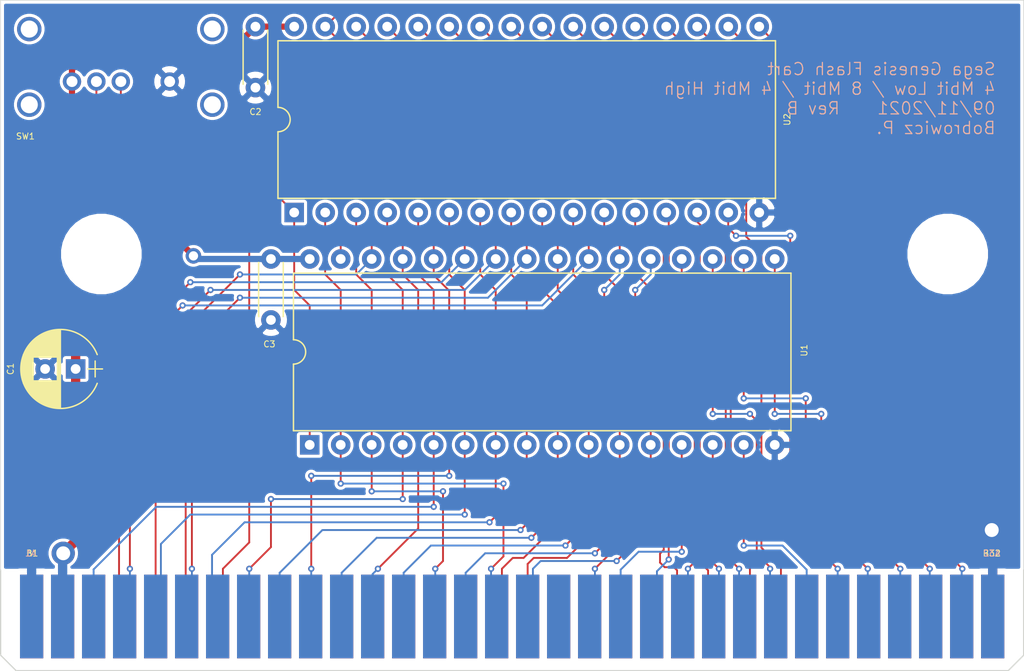
<source format=kicad_pcb>
(kicad_pcb (version 20171130) (host pcbnew "(5.1.10)-1")

  (general
    (thickness 1.6)
    (drawings 8)
    (tracks 383)
    (zones 0)
    (modules 7)
    (nets 64)
  )

  (page A4)
  (title_block
    (title "Sega Genesis Programmable Cartridge")
    (date 2021-09-11)
    (rev B)
  )

  (layers
    (0 F.Cu signal)
    (31 B.Cu signal hide)
    (32 B.Adhes user)
    (33 F.Adhes user)
    (34 B.Paste user)
    (35 F.Paste user)
    (36 B.SilkS user)
    (37 F.SilkS user)
    (38 B.Mask user hide)
    (39 F.Mask user hide)
    (40 Dwgs.User user)
    (41 Cmts.User user)
    (42 Eco1.User user)
    (43 Eco2.User user)
    (44 Edge.Cuts user)
    (45 Margin user)
    (46 B.CrtYd user)
    (47 F.CrtYd user)
    (48 B.Fab user)
    (49 F.Fab user)
  )

  (setup
    (last_trace_width 0.1524)
    (user_trace_width 0.1524)
    (user_trace_width 0.508)
    (user_trace_width 0.762)
    (trace_clearance 0.1524)
    (zone_clearance 0.254)
    (zone_45_only no)
    (trace_min 0.1524)
    (via_size 0.6858)
    (via_drill 0.3302)
    (via_min_size 0.508)
    (via_min_drill 0.254)
    (user_via 0.508 0.254)
    (user_via 1.27 0.762)
    (user_via 1.905 1.143)
    (uvia_size 0.3)
    (uvia_drill 0.1)
    (uvias_allowed no)
    (uvia_min_size 0)
    (uvia_min_drill 0)
    (edge_width 0.05)
    (segment_width 0.2)
    (pcb_text_width 0.3)
    (pcb_text_size 1.5 1.5)
    (mod_edge_width 0.12)
    (mod_text_size 0.508 0.508)
    (mod_text_width 0.0762)
    (pad_size 1.524 1.524)
    (pad_drill 0.762)
    (pad_to_mask_clearance 0.051)
    (solder_mask_min_width 0.25)
    (aux_axis_origin 0 0)
    (visible_elements 7FFFFFFF)
    (pcbplotparams
      (layerselection 0x010fc_ffffffff)
      (usegerberextensions false)
      (usegerberattributes false)
      (usegerberadvancedattributes false)
      (creategerberjobfile false)
      (excludeedgelayer true)
      (linewidth 0.038100)
      (plotframeref false)
      (viasonmask false)
      (mode 1)
      (useauxorigin false)
      (hpglpennumber 1)
      (hpglpenspeed 20)
      (hpglpendiameter 15.000000)
      (psnegative false)
      (psa4output false)
      (plotreference true)
      (plotvalue true)
      (plotinvisibletext false)
      (padsonsilk false)
      (subtractmaskfromsilk false)
      (outputformat 1)
      (mirror false)
      (drillshape 1)
      (scaleselection 1)
      (outputdirectory ""))
  )

  (net 0 "")
  (net 1 GND)
  (net 2 VCC)
  (net 3 /A8)
  (net 4 /A11)
  (net 5 /A7)
  (net 6 /A12)
  (net 7 /A6)
  (net 8 /A13)
  (net 9 /A5)
  (net 10 /A14)
  (net 11 /A4)
  (net 12 /A15)
  (net 13 /A3)
  (net 14 /A16)
  (net 15 /A2)
  (net 16 /A17)
  (net 17 /A1)
  (net 18 /D7)
  (net 19 /D0)
  (net 20 /D8)
  (net 21 /D6)
  (net 22 /D1)
  (net 23 /D9)
  (net 24 /D5)
  (net 25 /D2)
  (net 26 /D10)
  (net 27 /D4)
  (net 28 /D3)
  (net 29 /D11)
  (net 30 /~WE)
  (net 31 /A9)
  (net 32 /A10)
  (net 33 /A18)
  (net 34 /A19)
  (net 35 /~OE)
  (net 36 /~CE)
  (net 37 /D15)
  (net 38 /D14)
  (net 39 /D13)
  (net 40 /D12)
  (net 41 "Net-(J1-Padb1)")
  (net 42 "Net-(J1-Padb2)")
  (net 43 "Net-(J1-Padb8)")
  (net 44 "Net-(J1-Padb9)")
  (net 45 "Net-(J1-Padb10)")
  (net 46 "Net-(J1-Padb11)")
  (net 47 "Net-(J1-Padb12)")
  (net 48 "Net-(J1-Padb13)")
  (net 49 "Net-(J1-Padb14)")
  (net 50 "Net-(J1-Padb15)")
  (net 51 "Net-(J1-Padb18)")
  (net 52 "Net-(J1-Padb19)")
  (net 53 "Net-(J1-Padb20)")
  (net 54 "Net-(J1-Padb21)")
  (net 55 "Net-(J1-Padb26)")
  (net 56 "Net-(J1-Padb27)")
  (net 57 "Net-(J1-Padb28)")
  (net 58 "Net-(J1-Padb29)")
  (net 59 "Net-(J1-Padb30)")
  (net 60 "Net-(J1-Padb31)")
  (net 61 /BANK)
  (net 62 "Net-(J1-Pada18)")
  (net 63 "Net-(J1-Padb3)")

  (net_class Default "This is the default net class."
    (clearance 0.1524)
    (trace_width 0.1524)
    (via_dia 0.6858)
    (via_drill 0.3302)
    (uvia_dia 0.3)
    (uvia_drill 0.1)
    (add_net /BANK)
    (add_net GND)
    (add_net "Net-(J1-Pada18)")
    (add_net "Net-(J1-Padb1)")
    (add_net "Net-(J1-Padb10)")
    (add_net "Net-(J1-Padb11)")
    (add_net "Net-(J1-Padb12)")
    (add_net "Net-(J1-Padb13)")
    (add_net "Net-(J1-Padb14)")
    (add_net "Net-(J1-Padb15)")
    (add_net "Net-(J1-Padb18)")
    (add_net "Net-(J1-Padb19)")
    (add_net "Net-(J1-Padb2)")
    (add_net "Net-(J1-Padb20)")
    (add_net "Net-(J1-Padb21)")
    (add_net "Net-(J1-Padb26)")
    (add_net "Net-(J1-Padb27)")
    (add_net "Net-(J1-Padb28)")
    (add_net "Net-(J1-Padb29)")
    (add_net "Net-(J1-Padb3)")
    (add_net "Net-(J1-Padb30)")
    (add_net "Net-(J1-Padb31)")
    (add_net "Net-(J1-Padb8)")
    (add_net "Net-(J1-Padb9)")
    (add_net VCC)
  )

  (net_class Signal ""
    (clearance 0.1524)
    (trace_width 0.1524)
    (via_dia 0.508)
    (via_drill 0.254)
    (uvia_dia 0.3)
    (uvia_drill 0.1)
    (add_net /A1)
    (add_net /A10)
    (add_net /A11)
    (add_net /A12)
    (add_net /A13)
    (add_net /A14)
    (add_net /A15)
    (add_net /A16)
    (add_net /A17)
    (add_net /A18)
    (add_net /A19)
    (add_net /A2)
    (add_net /A3)
    (add_net /A4)
    (add_net /A5)
    (add_net /A6)
    (add_net /A7)
    (add_net /A8)
    (add_net /A9)
    (add_net /D0)
    (add_net /D1)
    (add_net /D10)
    (add_net /D11)
    (add_net /D12)
    (add_net /D13)
    (add_net /D14)
    (add_net /D15)
    (add_net /D2)
    (add_net /D3)
    (add_net /D4)
    (add_net /D5)
    (add_net /D6)
    (add_net /D7)
    (add_net /D8)
    (add_net /D9)
    (add_net /~CE)
    (add_net /~OE)
    (add_net /~WE)
  )

  (module Sega_Genesis_Cart:MHS_133_Series_Switch (layer F.Cu) (tedit 5F820031) (tstamp 613D7F68)
    (at 113.9444 68.6308 180)
    (path /615473FD)
    (fp_text reference SW1 (at 15.3162 -2.5908) (layer F.SilkS)
      (effects (font (size 0.5 0.5) (thickness 0.075)))
    )
    (fp_text value SW_SP3T (at 7.62 -4.318) (layer F.Fab)
      (effects (font (size 1 1) (thickness 0.15)))
    )
    (fp_line (start 17 -2) (end -2 -2) (layer F.CrtYd) (width 0.12))
    (fp_line (start 17 8.2) (end 17 -2) (layer F.CrtYd) (width 0.12))
    (fp_line (start -2 8.2) (end 17 8.2) (layer F.CrtYd) (width 0.12))
    (fp_line (start -2 -2) (end -2 8.2) (layer F.CrtYd) (width 0.12))
    (pad 4 thru_hole circle (at 11.5 1.9 180) (size 1.5 1.5) (drill 0.9) (layers *.Cu *.Mask)
      (net 2 VCC))
    (pad 3 thru_hole circle (at 9.5 1.9 180) (size 1.5 1.5) (drill 0.9) (layers *.Cu *.Mask)
      (net 34 /A19))
    (pad 2 thru_hole circle (at 7.5 1.9 180) (size 1.5 1.5) (drill 0.9) (layers *.Cu *.Mask)
      (net 61 /BANK))
    (pad 1 thru_hole circle (at 3.5 1.9 180) (size 1.5 1.5) (drill 0.9) (layers *.Cu *.Mask)
      (net 1 GND))
    (pad "" thru_hole circle (at 15 0 180) (size 2 2) (drill 1.4) (layers *.Cu *.Mask))
    (pad "" thru_hole circle (at 15 6.2 180) (size 2 2) (drill 1.4) (layers *.Cu *.Mask))
    (pad "" thru_hole circle (at 0 6.2 180) (size 2 2) (drill 1.4) (layers *.Cu *.Mask))
    (pad "" thru_hole circle (at 0 0 180) (size 2 2) (drill 1.4) (layers *.Cu *.Mask))
  )

  (module Sega_Genesis_Cart:GENESIS-EDGE (layer F.Cu) (tedit 613009D2) (tstamp 6130BC91)
    (at 99.1362 110.5916)
    (path /613D7502)
    (fp_text reference J1 (at 0.8 -5.2) (layer F.SilkS) hide
      (effects (font (size 0.889 0.889) (thickness 0.2032)))
    )
    (fp_text value Sega_Genesis_Cart_Edge_Connector (at 3.9 -7.4) (layer F.Fab) hide
      (effects (font (size 0.889 0.889) (thickness 0.2032)))
    )
    (fp_line (start 81.28 3.175) (end 81.28 -3.81) (layer Edge.Cuts) (width 0.1))
    (fp_line (start 80.01 4.445) (end 81.28 3.175) (layer Edge.Cuts) (width 0.1))
    (fp_line (start -1.27 4.445) (end 80.01 4.445) (layer Edge.Cuts) (width 0.1))
    (fp_line (start -2.54 3.175) (end -1.27 4.445) (layer Edge.Cuts) (width 0.1))
    (fp_line (start -2.54 -3.81) (end -2.54 3.175) (layer Edge.Cuts) (width 0.1))
    (fp_poly (pts (xy -2.54 -3.81) (xy 81.28 -3.81) (xy 81.28 3.175) (xy 80.01 4.445)
      (xy -1.27 4.445) (xy -2.54 3.175)) (layer B.Mask) (width 0.1))
    (fp_poly (pts (xy -2.54 -3.81) (xy 81.28 -3.81) (xy 81.28 3.175) (xy 80.01 4.445)
      (xy -1.27 4.445) (xy -2.54 3.175)) (layer F.Mask) (width 0.1))
    (pad "" np_thru_hole circle (at 75.057 -29.718) (size 6.096 6.096) (drill 6.096) (layers *.Cu *.Mask))
    (pad "" np_thru_hole circle (at 5.715 -29.718) (size 6.096 6.096) (drill 6.096) (layers *.Cu *.Mask))
    (pad a27 smd rect (at 66.04 0) (size 1.905 6.858) (layers B.Cu)
      (net 26 /D10))
    (pad a26 smd rect (at 63.5 0) (size 1.905 6.858) (layers B.Cu)
      (net 25 /D2))
    (pad a25 smd rect (at 60.96 0) (size 1.905 6.858) (layers B.Cu)
      (net 24 /D5))
    (pad a24 smd rect (at 58.42 0) (size 1.905 6.858) (layers B.Cu)
      (net 23 /D9))
    (pad a23 smd rect (at 55.88 0) (size 1.905 6.858) (layers B.Cu)
      (net 22 /D1))
    (pad a32 smd rect (at 78.74 0) (size 1.905 6.858) (layers B.Cu)
      (net 1 GND))
    (pad a30 smd rect (at 73.66 0) (size 1.905 6.858) (layers B.Cu)
      (net 29 /D11))
    (pad a29 smd rect (at 71.12 0) (size 1.905 6.858) (layers B.Cu)
      (net 28 /D3))
    (pad a28 smd rect (at 68.58 0) (size 1.905 6.858) (layers B.Cu)
      (net 27 /D4))
    (pad a31 smd rect (at 76.2 0) (size 1.905 6.858) (layers B.Cu)
      (net 30 /~WE))
    (pad a22 smd rect (at 53.34 0) (size 1.905 6.858) (layers B.Cu)
      (net 21 /D6))
    (pad a21 smd rect (at 50.8 0) (size 1.905 6.858) (layers B.Cu)
      (net 20 /D8))
    (pad a17 smd rect (at 40.64 0) (size 1.905 6.858) (layers B.Cu)
      (net 17 /A1))
    (pad a19 smd rect (at 45.72 0) (size 1.905 6.858) (layers B.Cu)
      (net 18 /D7))
    (pad a20 smd rect (at 48.26 0) (size 1.905 6.858) (layers B.Cu)
      (net 19 /D0))
    (pad a18 smd rect (at 43.18 0) (size 1.905 6.858) (layers B.Cu)
      (net 62 "Net-(J1-Pada18)"))
    (pad a16 smd rect (at 38.1 0) (size 1.905 6.858) (layers B.Cu)
      (net 16 /A17))
    (pad a15 smd rect (at 35.56 0) (size 1.905 6.858) (layers B.Cu)
      (net 15 /A2))
    (pad a12 smd rect (at 27.94 0) (size 1.905 6.858) (layers B.Cu)
      (net 12 /A15))
    (pad a11 smd rect (at 25.4 0) (size 1.905 6.858) (layers B.Cu)
      (net 11 /A4))
    (pad a14 smd rect (at 33.02 0) (size 1.905 6.858) (layers B.Cu)
      (net 14 /A16))
    (pad a13 smd rect (at 30.48 0) (size 1.905 6.858) (layers B.Cu)
      (net 13 /A3))
    (pad a10 smd rect (at 22.86 0) (size 1.905 6.858) (layers B.Cu)
      (net 10 /A14))
    (pad a7 smd rect (at 15.24 0) (size 1.905 6.858) (layers B.Cu)
      (net 7 /A6))
    (pad a6 smd rect (at 12.7 0) (size 1.905 6.858) (layers B.Cu)
      (net 6 /A12))
    (pad a9 smd rect (at 20.32 0) (size 1.905 6.858) (layers B.Cu)
      (net 9 /A5))
    (pad a8 smd rect (at 17.78 0) (size 1.905 6.858) (layers B.Cu)
      (net 8 /A13))
    (pad a5 smd rect (at 10.16 0) (size 1.905 6.858) (layers B.Cu)
      (net 5 /A7))
    (pad a3 smd rect (at 5.08 0) (size 1.905 6.858) (layers B.Cu)
      (net 3 /A8))
    (pad a1 smd rect (at 0 0) (size 1.905 6.858) (layers B.Cu)
      (net 1 GND))
    (pad a2 smd rect (at 2.54 0) (size 1.905 6.858) (layers B.Cu)
      (net 2 VCC))
    (pad a4 smd rect (at 7.62 0) (size 1.905 6.858) (layers B.Cu)
      (net 4 /A11))
    (pad b32 smd rect (at 78.74 0) (size 1.905 6.858) (layers F.Cu)
      (net 1 GND))
    (pad b31 smd rect (at 76.2 0) (size 1.905 6.858) (layers F.Cu)
      (net 60 "Net-(J1-Padb31)"))
    (pad b30 smd rect (at 73.66 0) (size 1.905 6.858) (layers F.Cu)
      (net 59 "Net-(J1-Padb30)"))
    (pad b29 smd rect (at 71.12 0) (size 1.905 6.858) (layers F.Cu)
      (net 58 "Net-(J1-Padb29)"))
    (pad b28 smd rect (at 68.58 0) (size 1.905 6.858) (layers F.Cu)
      (net 57 "Net-(J1-Padb28)"))
    (pad b27 smd rect (at 66.04 0) (size 1.905 6.858) (layers F.Cu)
      (net 56 "Net-(J1-Padb27)"))
    (pad b26 smd rect (at 63.5 0) (size 1.905 6.858) (layers F.Cu)
      (net 55 "Net-(J1-Padb26)"))
    (pad b25 smd rect (at 60.96 0) (size 1.905 6.858) (layers F.Cu)
      (net 40 /D12))
    (pad b24 smd rect (at 58.42 0) (size 1.905 6.858) (layers F.Cu)
      (net 39 /D13))
    (pad b23 smd rect (at 55.88 0) (size 1.905 6.858) (layers F.Cu)
      (net 38 /D14))
    (pad b22 smd rect (at 53.34 0) (size 1.905 6.858) (layers F.Cu)
      (net 37 /D15))
    (pad b21 smd rect (at 50.8 0) (size 1.905 6.858) (layers F.Cu)
      (net 54 "Net-(J1-Padb21)"))
    (pad b20 smd rect (at 48.26 0) (size 1.905 6.858) (layers F.Cu)
      (net 53 "Net-(J1-Padb20)"))
    (pad b19 smd rect (at 45.72 0) (size 1.905 6.858) (layers F.Cu)
      (net 52 "Net-(J1-Padb19)"))
    (pad b18 smd rect (at 43.18 0) (size 1.905 6.858) (layers F.Cu)
      (net 51 "Net-(J1-Padb18)"))
    (pad b17 smd rect (at 40.64 0) (size 1.905 6.858) (layers F.Cu)
      (net 36 /~CE))
    (pad b16 smd rect (at 38.1 0) (size 1.905 6.858) (layers F.Cu)
      (net 35 /~OE))
    (pad b15 smd rect (at 35.56 0) (size 1.905 6.858) (layers F.Cu)
      (net 50 "Net-(J1-Padb15)"))
    (pad b14 smd rect (at 33.02 0) (size 1.905 6.858) (layers F.Cu)
      (net 49 "Net-(J1-Padb14)"))
    (pad b13 smd rect (at 30.48 0) (size 1.905 6.858) (layers F.Cu)
      (net 48 "Net-(J1-Padb13)"))
    (pad b12 smd rect (at 27.94 0) (size 1.905 6.858) (layers F.Cu)
      (net 47 "Net-(J1-Padb12)"))
    (pad b11 smd rect (at 25.4 0) (size 1.905 6.858) (layers F.Cu)
      (net 46 "Net-(J1-Padb11)"))
    (pad b10 smd rect (at 22.86 0) (size 1.905 6.858) (layers F.Cu)
      (net 45 "Net-(J1-Padb10)"))
    (pad b9 smd rect (at 20.32 0) (size 1.905 6.858) (layers F.Cu)
      (net 44 "Net-(J1-Padb9)"))
    (pad b8 smd rect (at 17.78 0) (size 1.905 6.858) (layers F.Cu)
      (net 43 "Net-(J1-Padb8)"))
    (pad b7 smd rect (at 15.24 0) (size 1.905 6.858) (layers F.Cu)
      (net 34 /A19))
    (pad b6 smd rect (at 12.7 0) (size 1.905 6.858) (layers F.Cu)
      (net 33 /A18))
    (pad b5 smd rect (at 10.16 0) (size 1.905 6.858) (layers F.Cu)
      (net 32 /A10))
    (pad b4 smd rect (at 7.62 0) (size 1.905 6.858) (layers F.Cu)
      (net 31 /A9))
    (pad b3 smd rect (at 5.08 0) (size 1.905 6.858) (layers F.Cu)
      (net 63 "Net-(J1-Padb3)"))
    (pad b2 smd rect (at 2.54 0) (size 1.905 6.858) (layers F.Cu)
      (net 42 "Net-(J1-Padb2)"))
    (pad b1 smd rect (at 0 0) (size 1.905 6.858) (layers F.Cu)
      (net 41 "Net-(J1-Padb1)"))
  )

  (module Package_DIP:DIP-32_W15.24mm (layer F.Cu) (tedit 5A02E8C5) (tstamp 6130C22D)
    (at 120.65 77.47 90)
    (descr "32-lead though-hole mounted DIP package, row spacing 15.24 mm (600 mils)")
    (tags "THT DIP DIL PDIP 2.54mm 15.24mm 600mil")
    (path /61316A4D)
    (fp_text reference U2 (at 7.62 40.386 90) (layer F.SilkS)
      (effects (font (size 0.5 0.5) (thickness 0.075)))
    )
    (fp_text value SST39SF040 (at 7.62 40.43 90) (layer F.Fab)
      (effects (font (size 1 1) (thickness 0.15)))
    )
    (fp_line (start 16.3 -1.55) (end -1.05 -1.55) (layer F.CrtYd) (width 0.05))
    (fp_line (start 16.3 39.65) (end 16.3 -1.55) (layer F.CrtYd) (width 0.05))
    (fp_line (start -1.05 39.65) (end 16.3 39.65) (layer F.CrtYd) (width 0.05))
    (fp_line (start -1.05 -1.55) (end -1.05 39.65) (layer F.CrtYd) (width 0.05))
    (fp_line (start 14.08 -1.33) (end 8.62 -1.33) (layer F.SilkS) (width 0.12))
    (fp_line (start 14.08 39.43) (end 14.08 -1.33) (layer F.SilkS) (width 0.12))
    (fp_line (start 1.16 39.43) (end 14.08 39.43) (layer F.SilkS) (width 0.12))
    (fp_line (start 1.16 -1.33) (end 1.16 39.43) (layer F.SilkS) (width 0.12))
    (fp_line (start 6.62 -1.33) (end 1.16 -1.33) (layer F.SilkS) (width 0.12))
    (fp_line (start 0.255 -0.27) (end 1.255 -1.27) (layer F.Fab) (width 0.1))
    (fp_line (start 0.255 39.37) (end 0.255 -0.27) (layer F.Fab) (width 0.1))
    (fp_line (start 14.985 39.37) (end 0.255 39.37) (layer F.Fab) (width 0.1))
    (fp_line (start 14.985 -1.27) (end 14.985 39.37) (layer F.Fab) (width 0.1))
    (fp_line (start 1.255 -1.27) (end 14.985 -1.27) (layer F.Fab) (width 0.1))
    (fp_text user %R (at 7.62 19.05 90) (layer F.Fab)
      (effects (font (size 1 1) (thickness 0.15)))
    )
    (fp_arc (start 7.62 -1.33) (end 6.62 -1.33) (angle -180) (layer F.SilkS) (width 0.12))
    (pad 32 thru_hole oval (at 15.24 0 90) (size 1.6 1.6) (drill 0.8) (layers *.Cu *.Mask)
      (net 2 VCC))
    (pad 16 thru_hole oval (at 0 38.1 90) (size 1.6 1.6) (drill 0.8) (layers *.Cu *.Mask)
      (net 1 GND))
    (pad 31 thru_hole oval (at 15.24 2.54 90) (size 1.6 1.6) (drill 0.8) (layers *.Cu *.Mask)
      (net 30 /~WE))
    (pad 15 thru_hole oval (at 0 35.56 90) (size 1.6 1.6) (drill 0.8) (layers *.Cu *.Mask)
      (net 26 /D10))
    (pad 30 thru_hole oval (at 15.24 5.08 90) (size 1.6 1.6) (drill 0.8) (layers *.Cu *.Mask)
      (net 33 /A18))
    (pad 14 thru_hole oval (at 0 33.02 90) (size 1.6 1.6) (drill 0.8) (layers *.Cu *.Mask)
      (net 23 /D9))
    (pad 29 thru_hole oval (at 15.24 7.62 90) (size 1.6 1.6) (drill 0.8) (layers *.Cu *.Mask)
      (net 12 /A15))
    (pad 13 thru_hole oval (at 0 30.48 90) (size 1.6 1.6) (drill 0.8) (layers *.Cu *.Mask)
      (net 20 /D8))
    (pad 28 thru_hole oval (at 15.24 10.16 90) (size 1.6 1.6) (drill 0.8) (layers *.Cu *.Mask)
      (net 10 /A14))
    (pad 12 thru_hole oval (at 0 27.94 90) (size 1.6 1.6) (drill 0.8) (layers *.Cu *.Mask)
      (net 17 /A1))
    (pad 27 thru_hole oval (at 15.24 12.7 90) (size 1.6 1.6) (drill 0.8) (layers *.Cu *.Mask)
      (net 31 /A9))
    (pad 11 thru_hole oval (at 0 25.4 90) (size 1.6 1.6) (drill 0.8) (layers *.Cu *.Mask)
      (net 15 /A2))
    (pad 26 thru_hole oval (at 15.24 15.24 90) (size 1.6 1.6) (drill 0.8) (layers *.Cu *.Mask)
      (net 32 /A10))
    (pad 10 thru_hole oval (at 0 22.86 90) (size 1.6 1.6) (drill 0.8) (layers *.Cu *.Mask)
      (net 13 /A3))
    (pad 25 thru_hole oval (at 15.24 17.78 90) (size 1.6 1.6) (drill 0.8) (layers *.Cu *.Mask)
      (net 6 /A12))
    (pad 9 thru_hole oval (at 0 20.32 90) (size 1.6 1.6) (drill 0.8) (layers *.Cu *.Mask)
      (net 11 /A4))
    (pad 24 thru_hole oval (at 15.24 20.32 90) (size 1.6 1.6) (drill 0.8) (layers *.Cu *.Mask)
      (net 35 /~OE))
    (pad 8 thru_hole oval (at 0 17.78 90) (size 1.6 1.6) (drill 0.8) (layers *.Cu *.Mask)
      (net 9 /A5))
    (pad 23 thru_hole oval (at 15.24 22.86 90) (size 1.6 1.6) (drill 0.8) (layers *.Cu *.Mask)
      (net 4 /A11))
    (pad 7 thru_hole oval (at 0 15.24 90) (size 1.6 1.6) (drill 0.8) (layers *.Cu *.Mask)
      (net 7 /A6))
    (pad 22 thru_hole oval (at 15.24 25.4 90) (size 1.6 1.6) (drill 0.8) (layers *.Cu *.Mask)
      (net 36 /~CE))
    (pad 6 thru_hole oval (at 0 12.7 90) (size 1.6 1.6) (drill 0.8) (layers *.Cu *.Mask)
      (net 5 /A7))
    (pad 21 thru_hole oval (at 15.24 27.94 90) (size 1.6 1.6) (drill 0.8) (layers *.Cu *.Mask)
      (net 37 /D15))
    (pad 5 thru_hole oval (at 0 10.16 90) (size 1.6 1.6) (drill 0.8) (layers *.Cu *.Mask)
      (net 3 /A8))
    (pad 20 thru_hole oval (at 15.24 30.48 90) (size 1.6 1.6) (drill 0.8) (layers *.Cu *.Mask)
      (net 38 /D14))
    (pad 4 thru_hole oval (at 0 7.62 90) (size 1.6 1.6) (drill 0.8) (layers *.Cu *.Mask)
      (net 8 /A13))
    (pad 19 thru_hole oval (at 15.24 33.02 90) (size 1.6 1.6) (drill 0.8) (layers *.Cu *.Mask)
      (net 39 /D13))
    (pad 3 thru_hole oval (at 0 5.08 90) (size 1.6 1.6) (drill 0.8) (layers *.Cu *.Mask)
      (net 14 /A16))
    (pad 18 thru_hole oval (at 15.24 35.56 90) (size 1.6 1.6) (drill 0.8) (layers *.Cu *.Mask)
      (net 40 /D12))
    (pad 2 thru_hole oval (at 0 2.54 90) (size 1.6 1.6) (drill 0.8) (layers *.Cu *.Mask)
      (net 16 /A17))
    (pad 17 thru_hole oval (at 15.24 38.1 90) (size 1.6 1.6) (drill 0.8) (layers *.Cu *.Mask)
      (net 29 /D11))
    (pad 1 thru_hole rect (at 0 0 90) (size 1.6 1.6) (drill 0.8) (layers *.Cu *.Mask)
      (net 61 /BANK))
    (model ${KISYS3DMOD}/Package_DIP.3dshapes/DIP-32_W15.24mm.wrl
      (at (xyz 0 0 0))
      (scale (xyz 1 1 1))
      (rotate (xyz 0 0 0))
    )
  )

  (module Package_DIP:DIP-32_W15.24mm (layer F.Cu) (tedit 5A02E8C5) (tstamp 6130C0EF)
    (at 121.92 96.52 90)
    (descr "32-lead though-hole mounted DIP package, row spacing 15.24 mm (600 mils)")
    (tags "THT DIP DIL PDIP 2.54mm 15.24mm 600mil")
    (path /6130EE5B)
    (fp_text reference U1 (at 7.747 40.513 90) (layer F.SilkS)
      (effects (font (size 0.5 0.5) (thickness 0.075)))
    )
    (fp_text value SST39SF040 (at 7.62 40.43 90) (layer F.Fab)
      (effects (font (size 1 1) (thickness 0.15)))
    )
    (fp_line (start 16.3 -1.55) (end -1.05 -1.55) (layer F.CrtYd) (width 0.05))
    (fp_line (start 16.3 39.65) (end 16.3 -1.55) (layer F.CrtYd) (width 0.05))
    (fp_line (start -1.05 39.65) (end 16.3 39.65) (layer F.CrtYd) (width 0.05))
    (fp_line (start -1.05 -1.55) (end -1.05 39.65) (layer F.CrtYd) (width 0.05))
    (fp_line (start 14.08 -1.33) (end 8.62 -1.33) (layer F.SilkS) (width 0.12))
    (fp_line (start 14.08 39.43) (end 14.08 -1.33) (layer F.SilkS) (width 0.12))
    (fp_line (start 1.16 39.43) (end 14.08 39.43) (layer F.SilkS) (width 0.12))
    (fp_line (start 1.16 -1.33) (end 1.16 39.43) (layer F.SilkS) (width 0.12))
    (fp_line (start 6.62 -1.33) (end 1.16 -1.33) (layer F.SilkS) (width 0.12))
    (fp_line (start 0.255 -0.27) (end 1.255 -1.27) (layer F.Fab) (width 0.1))
    (fp_line (start 0.255 39.37) (end 0.255 -0.27) (layer F.Fab) (width 0.1))
    (fp_line (start 14.985 39.37) (end 0.255 39.37) (layer F.Fab) (width 0.1))
    (fp_line (start 14.985 -1.27) (end 14.985 39.37) (layer F.Fab) (width 0.1))
    (fp_line (start 1.255 -1.27) (end 14.985 -1.27) (layer F.Fab) (width 0.1))
    (fp_text user %R (at 7.62 19.05 90) (layer F.Fab)
      (effects (font (size 1 1) (thickness 0.15)))
    )
    (fp_arc (start 7.62 -1.33) (end 6.62 -1.33) (angle -180) (layer F.SilkS) (width 0.12))
    (pad 32 thru_hole oval (at 15.24 0 90) (size 1.6 1.6) (drill 0.8) (layers *.Cu *.Mask)
      (net 2 VCC))
    (pad 16 thru_hole oval (at 0 38.1 90) (size 1.6 1.6) (drill 0.8) (layers *.Cu *.Mask)
      (net 1 GND))
    (pad 31 thru_hole oval (at 15.24 2.54 90) (size 1.6 1.6) (drill 0.8) (layers *.Cu *.Mask)
      (net 30 /~WE))
    (pad 15 thru_hole oval (at 0 35.56 90) (size 1.6 1.6) (drill 0.8) (layers *.Cu *.Mask)
      (net 25 /D2))
    (pad 30 thru_hole oval (at 15.24 5.08 90) (size 1.6 1.6) (drill 0.8) (layers *.Cu *.Mask)
      (net 33 /A18))
    (pad 14 thru_hole oval (at 0 33.02 90) (size 1.6 1.6) (drill 0.8) (layers *.Cu *.Mask)
      (net 22 /D1))
    (pad 29 thru_hole oval (at 15.24 7.62 90) (size 1.6 1.6) (drill 0.8) (layers *.Cu *.Mask)
      (net 12 /A15))
    (pad 13 thru_hole oval (at 0 30.48 90) (size 1.6 1.6) (drill 0.8) (layers *.Cu *.Mask)
      (net 19 /D0))
    (pad 28 thru_hole oval (at 15.24 10.16 90) (size 1.6 1.6) (drill 0.8) (layers *.Cu *.Mask)
      (net 10 /A14))
    (pad 12 thru_hole oval (at 0 27.94 90) (size 1.6 1.6) (drill 0.8) (layers *.Cu *.Mask)
      (net 17 /A1))
    (pad 27 thru_hole oval (at 15.24 12.7 90) (size 1.6 1.6) (drill 0.8) (layers *.Cu *.Mask)
      (net 31 /A9))
    (pad 11 thru_hole oval (at 0 25.4 90) (size 1.6 1.6) (drill 0.8) (layers *.Cu *.Mask)
      (net 15 /A2))
    (pad 26 thru_hole oval (at 15.24 15.24 90) (size 1.6 1.6) (drill 0.8) (layers *.Cu *.Mask)
      (net 32 /A10))
    (pad 10 thru_hole oval (at 0 22.86 90) (size 1.6 1.6) (drill 0.8) (layers *.Cu *.Mask)
      (net 13 /A3))
    (pad 25 thru_hole oval (at 15.24 17.78 90) (size 1.6 1.6) (drill 0.8) (layers *.Cu *.Mask)
      (net 6 /A12))
    (pad 9 thru_hole oval (at 0 20.32 90) (size 1.6 1.6) (drill 0.8) (layers *.Cu *.Mask)
      (net 11 /A4))
    (pad 24 thru_hole oval (at 15.24 20.32 90) (size 1.6 1.6) (drill 0.8) (layers *.Cu *.Mask)
      (net 35 /~OE))
    (pad 8 thru_hole oval (at 0 17.78 90) (size 1.6 1.6) (drill 0.8) (layers *.Cu *.Mask)
      (net 9 /A5))
    (pad 23 thru_hole oval (at 15.24 22.86 90) (size 1.6 1.6) (drill 0.8) (layers *.Cu *.Mask)
      (net 4 /A11))
    (pad 7 thru_hole oval (at 0 15.24 90) (size 1.6 1.6) (drill 0.8) (layers *.Cu *.Mask)
      (net 7 /A6))
    (pad 22 thru_hole oval (at 15.24 25.4 90) (size 1.6 1.6) (drill 0.8) (layers *.Cu *.Mask)
      (net 36 /~CE))
    (pad 6 thru_hole oval (at 0 12.7 90) (size 1.6 1.6) (drill 0.8) (layers *.Cu *.Mask)
      (net 5 /A7))
    (pad 21 thru_hole oval (at 15.24 27.94 90) (size 1.6 1.6) (drill 0.8) (layers *.Cu *.Mask)
      (net 18 /D7))
    (pad 5 thru_hole oval (at 0 10.16 90) (size 1.6 1.6) (drill 0.8) (layers *.Cu *.Mask)
      (net 3 /A8))
    (pad 20 thru_hole oval (at 15.24 30.48 90) (size 1.6 1.6) (drill 0.8) (layers *.Cu *.Mask)
      (net 21 /D6))
    (pad 4 thru_hole oval (at 0 7.62 90) (size 1.6 1.6) (drill 0.8) (layers *.Cu *.Mask)
      (net 8 /A13))
    (pad 19 thru_hole oval (at 15.24 33.02 90) (size 1.6 1.6) (drill 0.8) (layers *.Cu *.Mask)
      (net 24 /D5))
    (pad 3 thru_hole oval (at 0 5.08 90) (size 1.6 1.6) (drill 0.8) (layers *.Cu *.Mask)
      (net 14 /A16))
    (pad 18 thru_hole oval (at 15.24 35.56 90) (size 1.6 1.6) (drill 0.8) (layers *.Cu *.Mask)
      (net 27 /D4))
    (pad 2 thru_hole oval (at 0 2.54 90) (size 1.6 1.6) (drill 0.8) (layers *.Cu *.Mask)
      (net 16 /A17))
    (pad 17 thru_hole oval (at 15.24 38.1 90) (size 1.6 1.6) (drill 0.8) (layers *.Cu *.Mask)
      (net 28 /D3))
    (pad 1 thru_hole rect (at 0 0 90) (size 1.6 1.6) (drill 0.8) (layers *.Cu *.Mask)
      (net 61 /BANK))
    (model ${KISYS3DMOD}/Package_DIP.3dshapes/DIP-32_W15.24mm.wrl
      (at (xyz 0 0 0))
      (scale (xyz 1 1 1))
      (rotate (xyz 0 0 0))
    )
  )

  (module Capacitors_ThroughHole:C_Disc_D4.3mm_W1.9mm_P5.00mm (layer F.Cu) (tedit 597BC7C2) (tstamp 602D3DCE)
    (at 118.745 81.28 270)
    (descr "C, Disc series, Radial, pin pitch=5.00mm, , diameter*width=4.3*1.9mm^2, Capacitor, http://www.vishay.com/docs/45233/krseries.pdf")
    (tags "C Disc series Radial pin pitch 5.00mm  diameter 4.3mm width 1.9mm Capacitor")
    (path /603AB216)
    (fp_text reference C3 (at 6.985 0.127 180) (layer F.SilkS)
      (effects (font (size 0.5 0.5) (thickness 0.075)))
    )
    (fp_text value "0.1 uF" (at 2.5 2.26 90) (layer F.Fab)
      (effects (font (size 1 1) (thickness 0.15)))
    )
    (fp_line (start 0.35 -0.95) (end 0.35 0.95) (layer F.Fab) (width 0.1))
    (fp_line (start 0.35 0.95) (end 4.65 0.95) (layer F.Fab) (width 0.1))
    (fp_line (start 4.65 0.95) (end 4.65 -0.95) (layer F.Fab) (width 0.1))
    (fp_line (start 4.65 -0.95) (end 0.35 -0.95) (layer F.Fab) (width 0.1))
    (fp_line (start 0.29 -1.01) (end 4.71 -1.01) (layer F.SilkS) (width 0.12))
    (fp_line (start 0.29 1.01) (end 4.71 1.01) (layer F.SilkS) (width 0.12))
    (fp_line (start 0.29 -1.01) (end 0.29 -0.996) (layer F.SilkS) (width 0.12))
    (fp_line (start 0.29 0.996) (end 0.29 1.01) (layer F.SilkS) (width 0.12))
    (fp_line (start 4.71 -1.01) (end 4.71 -0.996) (layer F.SilkS) (width 0.12))
    (fp_line (start 4.71 0.996) (end 4.71 1.01) (layer F.SilkS) (width 0.12))
    (fp_line (start -1.05 -1.3) (end -1.05 1.3) (layer F.CrtYd) (width 0.05))
    (fp_line (start -1.05 1.3) (end 6.05 1.3) (layer F.CrtYd) (width 0.05))
    (fp_line (start 6.05 1.3) (end 6.05 -1.3) (layer F.CrtYd) (width 0.05))
    (fp_line (start 6.05 -1.3) (end -1.05 -1.3) (layer F.CrtYd) (width 0.05))
    (fp_text user %R (at 2.5 0 90) (layer F.Fab)
      (effects (font (size 1 1) (thickness 0.15)))
    )
    (pad 1 thru_hole circle (at 0 0 270) (size 1.6 1.6) (drill 0.8) (layers *.Cu *.Mask)
      (net 2 VCC))
    (pad 2 thru_hole circle (at 5 0 270) (size 1.6 1.6) (drill 0.8) (layers *.Cu *.Mask)
      (net 1 GND))
    (model ${KISYS3DMOD}/Capacitors_THT.3dshapes/C_Disc_D4.3mm_W1.9mm_P5.00mm.wrl
      (at (xyz 0 0 0))
      (scale (xyz 1 1 1))
      (rotate (xyz 0 0 0))
    )
    (model ${KISYS3DMOD}/Capacitor_THT.3dshapes/C_Disc_D4.3mm_W1.9mm_P5.00mm.wrl
      (at (xyz 0 0 0))
      (scale (xyz 1 1 1))
      (rotate (xyz 0 0 0))
    )
  )

  (module Capacitors_ThroughHole:C_Disc_D4.3mm_W1.9mm_P5.00mm (layer F.Cu) (tedit 597BC7C2) (tstamp 6131DF73)
    (at 117.475 62.23 270)
    (descr "C, Disc series, Radial, pin pitch=5.00mm, , diameter*width=4.3*1.9mm^2, Capacitor, http://www.vishay.com/docs/45233/krseries.pdf")
    (tags "C Disc series Radial pin pitch 5.00mm  diameter 4.3mm width 1.9mm Capacitor")
    (path /603AC006)
    (fp_text reference C2 (at 6.985 0) (layer F.SilkS)
      (effects (font (size 0.5 0.5) (thickness 0.075)))
    )
    (fp_text value "0.1 uF" (at 2.5 2.26 270) (layer F.Fab)
      (effects (font (size 1 1) (thickness 0.15)))
    )
    (fp_line (start 6.05 -1.3) (end -1.05 -1.3) (layer F.CrtYd) (width 0.05))
    (fp_line (start 6.05 1.3) (end 6.05 -1.3) (layer F.CrtYd) (width 0.05))
    (fp_line (start -1.05 1.3) (end 6.05 1.3) (layer F.CrtYd) (width 0.05))
    (fp_line (start -1.05 -1.3) (end -1.05 1.3) (layer F.CrtYd) (width 0.05))
    (fp_line (start 4.71 0.996) (end 4.71 1.01) (layer F.SilkS) (width 0.12))
    (fp_line (start 4.71 -1.01) (end 4.71 -0.996) (layer F.SilkS) (width 0.12))
    (fp_line (start 0.29 0.996) (end 0.29 1.01) (layer F.SilkS) (width 0.12))
    (fp_line (start 0.29 -1.01) (end 0.29 -0.996) (layer F.SilkS) (width 0.12))
    (fp_line (start 0.29 1.01) (end 4.71 1.01) (layer F.SilkS) (width 0.12))
    (fp_line (start 0.29 -1.01) (end 4.71 -1.01) (layer F.SilkS) (width 0.12))
    (fp_line (start 4.65 -0.95) (end 0.35 -0.95) (layer F.Fab) (width 0.1))
    (fp_line (start 4.65 0.95) (end 4.65 -0.95) (layer F.Fab) (width 0.1))
    (fp_line (start 0.35 0.95) (end 4.65 0.95) (layer F.Fab) (width 0.1))
    (fp_line (start 0.35 -0.95) (end 0.35 0.95) (layer F.Fab) (width 0.1))
    (fp_text user %R (at 2.5 0 270) (layer F.Fab)
      (effects (font (size 1 1) (thickness 0.15)))
    )
    (pad 2 thru_hole circle (at 5 0 270) (size 1.6 1.6) (drill 0.8) (layers *.Cu *.Mask)
      (net 1 GND))
    (pad 1 thru_hole circle (at 0 0 270) (size 1.6 1.6) (drill 0.8) (layers *.Cu *.Mask)
      (net 2 VCC))
    (model ${KISYS3DMOD}/Capacitor_THT.3dshapes/C_Disc_D4.3mm_W1.9mm_P5.00mm.wrl
      (at (xyz 0 0 0))
      (scale (xyz 1 1 1))
      (rotate (xyz 0 0 0))
    )
  )

  (module Capacitors_ThroughHole:CP_Radial_D6.3mm_P2.50mm (layer F.Cu) (tedit 597BC7C2) (tstamp 61313B80)
    (at 102.743 90.297 180)
    (descr "CP, Radial series, Radial, pin pitch=2.50mm, , diameter=6.3mm, Electrolytic Capacitor")
    (tags "CP Radial series Radial pin pitch 2.50mm  diameter 6.3mm Electrolytic Capacitor")
    (path /5F98F8C3)
    (fp_text reference C1 (at 5.334 0 90) (layer F.SilkS)
      (effects (font (size 0.5 0.5) (thickness 0.075)))
    )
    (fp_text value "47 uF" (at 1.25 4.46) (layer F.Fab)
      (effects (font (size 1 1) (thickness 0.15)))
    )
    (fp_line (start 4.75 -3.5) (end -2.25 -3.5) (layer F.CrtYd) (width 0.05))
    (fp_line (start 4.75 3.5) (end 4.75 -3.5) (layer F.CrtYd) (width 0.05))
    (fp_line (start -2.25 3.5) (end 4.75 3.5) (layer F.CrtYd) (width 0.05))
    (fp_line (start -2.25 -3.5) (end -2.25 3.5) (layer F.CrtYd) (width 0.05))
    (fp_line (start -1.6 -0.65) (end -1.6 0.65) (layer F.SilkS) (width 0.12))
    (fp_line (start -2.2 0) (end -1 0) (layer F.SilkS) (width 0.12))
    (fp_line (start 4.451 -0.468) (end 4.451 0.468) (layer F.SilkS) (width 0.12))
    (fp_line (start 4.411 -0.676) (end 4.411 0.676) (layer F.SilkS) (width 0.12))
    (fp_line (start 4.371 -0.834) (end 4.371 0.834) (layer F.SilkS) (width 0.12))
    (fp_line (start 4.331 -0.966) (end 4.331 0.966) (layer F.SilkS) (width 0.12))
    (fp_line (start 4.291 -1.081) (end 4.291 1.081) (layer F.SilkS) (width 0.12))
    (fp_line (start 4.251 -1.184) (end 4.251 1.184) (layer F.SilkS) (width 0.12))
    (fp_line (start 4.211 -1.278) (end 4.211 1.278) (layer F.SilkS) (width 0.12))
    (fp_line (start 4.171 -1.364) (end 4.171 1.364) (layer F.SilkS) (width 0.12))
    (fp_line (start 4.131 -1.445) (end 4.131 1.445) (layer F.SilkS) (width 0.12))
    (fp_line (start 4.091 -1.52) (end 4.091 1.52) (layer F.SilkS) (width 0.12))
    (fp_line (start 4.051 -1.591) (end 4.051 1.591) (layer F.SilkS) (width 0.12))
    (fp_line (start 4.011 -1.658) (end 4.011 1.658) (layer F.SilkS) (width 0.12))
    (fp_line (start 3.971 -1.721) (end 3.971 1.721) (layer F.SilkS) (width 0.12))
    (fp_line (start 3.931 -1.781) (end 3.931 1.781) (layer F.SilkS) (width 0.12))
    (fp_line (start 3.891 -1.839) (end 3.891 1.839) (layer F.SilkS) (width 0.12))
    (fp_line (start 3.851 -1.894) (end 3.851 1.894) (layer F.SilkS) (width 0.12))
    (fp_line (start 3.811 -1.946) (end 3.811 1.946) (layer F.SilkS) (width 0.12))
    (fp_line (start 3.771 -1.997) (end 3.771 1.997) (layer F.SilkS) (width 0.12))
    (fp_line (start 3.731 -2.045) (end 3.731 2.045) (layer F.SilkS) (width 0.12))
    (fp_line (start 3.691 -2.092) (end 3.691 2.092) (layer F.SilkS) (width 0.12))
    (fp_line (start 3.651 -2.137) (end 3.651 2.137) (layer F.SilkS) (width 0.12))
    (fp_line (start 3.611 -2.18) (end 3.611 2.18) (layer F.SilkS) (width 0.12))
    (fp_line (start 3.571 -2.222) (end 3.571 2.222) (layer F.SilkS) (width 0.12))
    (fp_line (start 3.531 -2.262) (end 3.531 2.262) (layer F.SilkS) (width 0.12))
    (fp_line (start 3.491 -2.301) (end 3.491 2.301) (layer F.SilkS) (width 0.12))
    (fp_line (start 3.451 0.98) (end 3.451 2.339) (layer F.SilkS) (width 0.12))
    (fp_line (start 3.451 -2.339) (end 3.451 -0.98) (layer F.SilkS) (width 0.12))
    (fp_line (start 3.411 0.98) (end 3.411 2.375) (layer F.SilkS) (width 0.12))
    (fp_line (start 3.411 -2.375) (end 3.411 -0.98) (layer F.SilkS) (width 0.12))
    (fp_line (start 3.371 0.98) (end 3.371 2.411) (layer F.SilkS) (width 0.12))
    (fp_line (start 3.371 -2.411) (end 3.371 -0.98) (layer F.SilkS) (width 0.12))
    (fp_line (start 3.331 0.98) (end 3.331 2.445) (layer F.SilkS) (width 0.12))
    (fp_line (start 3.331 -2.445) (end 3.331 -0.98) (layer F.SilkS) (width 0.12))
    (fp_line (start 3.291 0.98) (end 3.291 2.478) (layer F.SilkS) (width 0.12))
    (fp_line (start 3.291 -2.478) (end 3.291 -0.98) (layer F.SilkS) (width 0.12))
    (fp_line (start 3.251 0.98) (end 3.251 2.51) (layer F.SilkS) (width 0.12))
    (fp_line (start 3.251 -2.51) (end 3.251 -0.98) (layer F.SilkS) (width 0.12))
    (fp_line (start 3.211 0.98) (end 3.211 2.54) (layer F.SilkS) (width 0.12))
    (fp_line (start 3.211 -2.54) (end 3.211 -0.98) (layer F.SilkS) (width 0.12))
    (fp_line (start 3.171 0.98) (end 3.171 2.57) (layer F.SilkS) (width 0.12))
    (fp_line (start 3.171 -2.57) (end 3.171 -0.98) (layer F.SilkS) (width 0.12))
    (fp_line (start 3.131 0.98) (end 3.131 2.599) (layer F.SilkS) (width 0.12))
    (fp_line (start 3.131 -2.599) (end 3.131 -0.98) (layer F.SilkS) (width 0.12))
    (fp_line (start 3.091 0.98) (end 3.091 2.627) (layer F.SilkS) (width 0.12))
    (fp_line (start 3.091 -2.627) (end 3.091 -0.98) (layer F.SilkS) (width 0.12))
    (fp_line (start 3.051 0.98) (end 3.051 2.654) (layer F.SilkS) (width 0.12))
    (fp_line (start 3.051 -2.654) (end 3.051 -0.98) (layer F.SilkS) (width 0.12))
    (fp_line (start 3.011 0.98) (end 3.011 2.681) (layer F.SilkS) (width 0.12))
    (fp_line (start 3.011 -2.681) (end 3.011 -0.98) (layer F.SilkS) (width 0.12))
    (fp_line (start 2.971 0.98) (end 2.971 2.706) (layer F.SilkS) (width 0.12))
    (fp_line (start 2.971 -2.706) (end 2.971 -0.98) (layer F.SilkS) (width 0.12))
    (fp_line (start 2.931 0.98) (end 2.931 2.731) (layer F.SilkS) (width 0.12))
    (fp_line (start 2.931 -2.731) (end 2.931 -0.98) (layer F.SilkS) (width 0.12))
    (fp_line (start 2.891 0.98) (end 2.891 2.755) (layer F.SilkS) (width 0.12))
    (fp_line (start 2.891 -2.755) (end 2.891 -0.98) (layer F.SilkS) (width 0.12))
    (fp_line (start 2.851 0.98) (end 2.851 2.778) (layer F.SilkS) (width 0.12))
    (fp_line (start 2.851 -2.778) (end 2.851 -0.98) (layer F.SilkS) (width 0.12))
    (fp_line (start 2.811 0.98) (end 2.811 2.8) (layer F.SilkS) (width 0.12))
    (fp_line (start 2.811 -2.8) (end 2.811 -0.98) (layer F.SilkS) (width 0.12))
    (fp_line (start 2.771 0.98) (end 2.771 2.822) (layer F.SilkS) (width 0.12))
    (fp_line (start 2.771 -2.822) (end 2.771 -0.98) (layer F.SilkS) (width 0.12))
    (fp_line (start 2.731 0.98) (end 2.731 2.843) (layer F.SilkS) (width 0.12))
    (fp_line (start 2.731 -2.843) (end 2.731 -0.98) (layer F.SilkS) (width 0.12))
    (fp_line (start 2.691 0.98) (end 2.691 2.863) (layer F.SilkS) (width 0.12))
    (fp_line (start 2.691 -2.863) (end 2.691 -0.98) (layer F.SilkS) (width 0.12))
    (fp_line (start 2.651 0.98) (end 2.651 2.882) (layer F.SilkS) (width 0.12))
    (fp_line (start 2.651 -2.882) (end 2.651 -0.98) (layer F.SilkS) (width 0.12))
    (fp_line (start 2.611 0.98) (end 2.611 2.901) (layer F.SilkS) (width 0.12))
    (fp_line (start 2.611 -2.901) (end 2.611 -0.98) (layer F.SilkS) (width 0.12))
    (fp_line (start 2.571 0.98) (end 2.571 2.919) (layer F.SilkS) (width 0.12))
    (fp_line (start 2.571 -2.919) (end 2.571 -0.98) (layer F.SilkS) (width 0.12))
    (fp_line (start 2.531 0.98) (end 2.531 2.937) (layer F.SilkS) (width 0.12))
    (fp_line (start 2.531 -2.937) (end 2.531 -0.98) (layer F.SilkS) (width 0.12))
    (fp_line (start 2.491 0.98) (end 2.491 2.954) (layer F.SilkS) (width 0.12))
    (fp_line (start 2.491 -2.954) (end 2.491 -0.98) (layer F.SilkS) (width 0.12))
    (fp_line (start 2.451 0.98) (end 2.451 2.97) (layer F.SilkS) (width 0.12))
    (fp_line (start 2.451 -2.97) (end 2.451 -0.98) (layer F.SilkS) (width 0.12))
    (fp_line (start 2.411 0.98) (end 2.411 2.986) (layer F.SilkS) (width 0.12))
    (fp_line (start 2.411 -2.986) (end 2.411 -0.98) (layer F.SilkS) (width 0.12))
    (fp_line (start 2.371 0.98) (end 2.371 3.001) (layer F.SilkS) (width 0.12))
    (fp_line (start 2.371 -3.001) (end 2.371 -0.98) (layer F.SilkS) (width 0.12))
    (fp_line (start 2.331 0.98) (end 2.331 3.015) (layer F.SilkS) (width 0.12))
    (fp_line (start 2.331 -3.015) (end 2.331 -0.98) (layer F.SilkS) (width 0.12))
    (fp_line (start 2.291 0.98) (end 2.291 3.029) (layer F.SilkS) (width 0.12))
    (fp_line (start 2.291 -3.029) (end 2.291 -0.98) (layer F.SilkS) (width 0.12))
    (fp_line (start 2.251 0.98) (end 2.251 3.042) (layer F.SilkS) (width 0.12))
    (fp_line (start 2.251 -3.042) (end 2.251 -0.98) (layer F.SilkS) (width 0.12))
    (fp_line (start 2.211 0.98) (end 2.211 3.055) (layer F.SilkS) (width 0.12))
    (fp_line (start 2.211 -3.055) (end 2.211 -0.98) (layer F.SilkS) (width 0.12))
    (fp_line (start 2.171 0.98) (end 2.171 3.067) (layer F.SilkS) (width 0.12))
    (fp_line (start 2.171 -3.067) (end 2.171 -0.98) (layer F.SilkS) (width 0.12))
    (fp_line (start 2.131 0.98) (end 2.131 3.079) (layer F.SilkS) (width 0.12))
    (fp_line (start 2.131 -3.079) (end 2.131 -0.98) (layer F.SilkS) (width 0.12))
    (fp_line (start 2.091 0.98) (end 2.091 3.09) (layer F.SilkS) (width 0.12))
    (fp_line (start 2.091 -3.09) (end 2.091 -0.98) (layer F.SilkS) (width 0.12))
    (fp_line (start 2.051 0.98) (end 2.051 3.1) (layer F.SilkS) (width 0.12))
    (fp_line (start 2.051 -3.1) (end 2.051 -0.98) (layer F.SilkS) (width 0.12))
    (fp_line (start 2.011 0.98) (end 2.011 3.11) (layer F.SilkS) (width 0.12))
    (fp_line (start 2.011 -3.11) (end 2.011 -0.98) (layer F.SilkS) (width 0.12))
    (fp_line (start 1.971 0.98) (end 1.971 3.119) (layer F.SilkS) (width 0.12))
    (fp_line (start 1.971 -3.119) (end 1.971 -0.98) (layer F.SilkS) (width 0.12))
    (fp_line (start 1.93 0.98) (end 1.93 3.128) (layer F.SilkS) (width 0.12))
    (fp_line (start 1.93 -3.128) (end 1.93 -0.98) (layer F.SilkS) (width 0.12))
    (fp_line (start 1.89 0.98) (end 1.89 3.137) (layer F.SilkS) (width 0.12))
    (fp_line (start 1.89 -3.137) (end 1.89 -0.98) (layer F.SilkS) (width 0.12))
    (fp_line (start 1.85 0.98) (end 1.85 3.144) (layer F.SilkS) (width 0.12))
    (fp_line (start 1.85 -3.144) (end 1.85 -0.98) (layer F.SilkS) (width 0.12))
    (fp_line (start 1.81 0.98) (end 1.81 3.152) (layer F.SilkS) (width 0.12))
    (fp_line (start 1.81 -3.152) (end 1.81 -0.98) (layer F.SilkS) (width 0.12))
    (fp_line (start 1.77 0.98) (end 1.77 3.158) (layer F.SilkS) (width 0.12))
    (fp_line (start 1.77 -3.158) (end 1.77 -0.98) (layer F.SilkS) (width 0.12))
    (fp_line (start 1.73 0.98) (end 1.73 3.165) (layer F.SilkS) (width 0.12))
    (fp_line (start 1.73 -3.165) (end 1.73 -0.98) (layer F.SilkS) (width 0.12))
    (fp_line (start 1.69 0.98) (end 1.69 3.17) (layer F.SilkS) (width 0.12))
    (fp_line (start 1.69 -3.17) (end 1.69 -0.98) (layer F.SilkS) (width 0.12))
    (fp_line (start 1.65 0.98) (end 1.65 3.176) (layer F.SilkS) (width 0.12))
    (fp_line (start 1.65 -3.176) (end 1.65 -0.98) (layer F.SilkS) (width 0.12))
    (fp_line (start 1.61 0.98) (end 1.61 3.18) (layer F.SilkS) (width 0.12))
    (fp_line (start 1.61 -3.18) (end 1.61 -0.98) (layer F.SilkS) (width 0.12))
    (fp_line (start 1.57 0.98) (end 1.57 3.185) (layer F.SilkS) (width 0.12))
    (fp_line (start 1.57 -3.185) (end 1.57 -0.98) (layer F.SilkS) (width 0.12))
    (fp_line (start 1.53 0.98) (end 1.53 3.188) (layer F.SilkS) (width 0.12))
    (fp_line (start 1.53 -3.188) (end 1.53 -0.98) (layer F.SilkS) (width 0.12))
    (fp_line (start 1.49 -3.192) (end 1.49 3.192) (layer F.SilkS) (width 0.12))
    (fp_line (start 1.45 -3.194) (end 1.45 3.194) (layer F.SilkS) (width 0.12))
    (fp_line (start 1.41 -3.197) (end 1.41 3.197) (layer F.SilkS) (width 0.12))
    (fp_line (start 1.37 -3.198) (end 1.37 3.198) (layer F.SilkS) (width 0.12))
    (fp_line (start 1.33 -3.2) (end 1.33 3.2) (layer F.SilkS) (width 0.12))
    (fp_line (start 1.29 -3.2) (end 1.29 3.2) (layer F.SilkS) (width 0.12))
    (fp_line (start 1.25 -3.2) (end 1.25 3.2) (layer F.SilkS) (width 0.12))
    (fp_line (start -1.6 -0.65) (end -1.6 0.65) (layer F.Fab) (width 0.1))
    (fp_line (start -2.2 0) (end -1 0) (layer F.Fab) (width 0.1))
    (fp_circle (center 1.25 0) (end 4.4 0) (layer F.Fab) (width 0.1))
    (fp_text user %R (at 1.25 0) (layer F.Fab)
      (effects (font (size 1 1) (thickness 0.15)))
    )
    (fp_arc (start 1.25 0) (end 4.267482 -1.18) (angle 42.7) (layer F.SilkS) (width 0.12))
    (fp_arc (start 1.25 0) (end -1.767482 1.18) (angle -137.3) (layer F.SilkS) (width 0.12))
    (fp_arc (start 1.25 0) (end -1.767482 -1.18) (angle 137.3) (layer F.SilkS) (width 0.12))
    (pad 2 thru_hole circle (at 2.5 0 180) (size 1.6 1.6) (drill 0.8) (layers *.Cu *.Mask)
      (net 1 GND))
    (pad 1 thru_hole rect (at 0 0 180) (size 1.6 1.6) (drill 0.8) (layers *.Cu *.Mask)
      (net 2 VCC))
    (model ${KISYS3DMOD}/Capacitors_THT.3dshapes/CP_Radial_D6.3mm_P2.50mm.wrl
      (at (xyz 0 0 0))
      (scale (xyz 1 1 1))
      (rotate (xyz 0 0 0))
    )
    (model ${KISYS3DMOD}/Capacitor_THT.3dshapes/CP_Radial_D5.0mm_P2.50mm.wrl
      (at (xyz 0 0 0))
      (scale (xyz 1 1 1))
      (rotate (xyz 0 0 0))
    )
  )

  (gr_text "Sega Genesis Flash Cart\n4 Mbit Low / 8 Mbit / 4 Mbit High\n09/11/2021    Rev B   \nBobrowicz P. " (at 178.181 68.1228) (layer B.SilkS)
    (effects (font (size 1 1) (thickness 0.1)) (justify left mirror))
  )
  (gr_text A1 (at 99.06 105.41) (layer B.SilkS)
    (effects (font (size 0.508 0.508) (thickness 0.0762)) (justify mirror))
  )
  (gr_text A32 (at 177.8 105.41) (layer B.SilkS)
    (effects (font (size 0.508 0.508) (thickness 0.0762)) (justify mirror))
  )
  (gr_text B1 (at 99.187 105.41) (layer F.SilkS)
    (effects (font (size 0.5 0.5) (thickness 0.075)))
  )
  (gr_text B32 (at 177.8 105.41) (layer F.SilkS)
    (effects (font (size 0.5 0.5) (thickness 0.075)))
  )
  (gr_line (start 96.5962 60.071) (end 180.4162 60.071) (layer Edge.Cuts) (width 0.05) (tstamp 6132060F))
  (gr_line (start 96.5962 106.7816) (end 96.5962 60.071) (layer Edge.Cuts) (width 0.05))
  (gr_line (start 180.4162 106.7816) (end 180.4162 60.071) (layer Edge.Cuts) (width 0.05))

  (via (at 177.8 103.505) (size 1.905) (drill 1.143) (layers F.Cu B.Cu) (net 1))
  (segment (start 177.8762 110.5916) (end 177.8762 103.5812) (width 0.762) (layer F.Cu) (net 1))
  (segment (start 177.8762 103.5812) (end 177.8 103.505) (width 0.762) (layer F.Cu) (net 1))
  (segment (start 177.8762 103.5812) (end 177.8 103.505) (width 0.762) (layer B.Cu) (net 1))
  (segment (start 177.8762 110.5916) (end 177.8762 103.5812) (width 0.762) (layer B.Cu) (net 1))
  (segment (start 99.1362 110.5916) (end 99.1362 104.5718) (width 0.762) (layer B.Cu) (net 1))
  (segment (start 121.92 81.28) (end 118.745 81.28) (width 0.508) (layer B.Cu) (net 2))
  (segment (start 120.65 62.23) (end 117.475 62.23) (width 0.508) (layer F.Cu) (net 2))
  (via (at 112.395 81.026) (size 1.27) (drill 0.762) (layers F.Cu B.Cu) (net 2))
  (segment (start 118.745 81.28) (end 112.649 81.28) (width 0.508) (layer B.Cu) (net 2))
  (segment (start 112.649 81.28) (end 112.395 81.026) (width 0.508) (layer B.Cu) (net 2))
  (via (at 101.727 105.41) (size 1.905) (drill 1.143) (layers F.Cu B.Cu) (net 2))
  (segment (start 101.6762 110.5916) (end 101.6762 105.4608) (width 0.762) (layer B.Cu) (net 2))
  (segment (start 101.6762 105.4608) (end 101.727 105.41) (width 0.762) (layer B.Cu) (net 2))
  (segment (start 102.743 104.394) (end 102.743 90.297) (width 0.762) (layer F.Cu) (net 2))
  (segment (start 101.727 105.41) (end 102.743 104.394) (width 0.762) (layer F.Cu) (net 2))
  (segment (start 117.465 62.23) (end 117.475 62.23) (width 0.508) (layer F.Cu) (net 2))
  (segment (start 99.8982 83.3882) (end 99.8982 75.819) (width 0.762) (layer F.Cu) (net 2))
  (segment (start 102.743 86.233) (end 99.8982 83.3882) (width 0.762) (layer F.Cu) (net 2))
  (segment (start 102.743 90.297) (end 102.743 86.233) (width 0.762) (layer F.Cu) (net 2))
  (segment (start 99.8982 75.819) (end 99.8982 72.7964) (width 0.508) (layer F.Cu) (net 2))
  (segment (start 102.4444 70.2502) (end 102.4444 66.7308) (width 0.508) (layer F.Cu) (net 2))
  (segment (start 99.8982 72.7964) (end 102.4444 70.2502) (width 0.508) (layer F.Cu) (net 2))
  (segment (start 117.475 62.23) (end 115.2144 64.4906) (width 0.508) (layer F.Cu) (net 2))
  (segment (start 115.2144 64.4906) (end 103.6828 64.4906) (width 0.508) (layer F.Cu) (net 2))
  (segment (start 102.4444 65.729) (end 102.4444 66.7308) (width 0.508) (layer F.Cu) (net 2))
  (segment (start 103.6828 64.4906) (end 102.4444 65.729) (width 0.508) (layer F.Cu) (net 2))
  (segment (start 107.188 75.819) (end 99.8982 75.819) (width 0.508) (layer F.Cu) (net 2))
  (segment (start 112.395 81.026) (end 107.188 75.819) (width 0.508) (layer F.Cu) (net 2))
  (via (at 132.08 101.6) (size 0.508) (drill 0.254) (layers F.Cu B.Cu) (net 3))
  (segment (start 132.08 83.82) (end 132.08 101.6) (width 0.1524) (layer F.Cu) (net 3))
  (segment (start 130.81 77.47) (end 130.81 82.55) (width 0.1524) (layer F.Cu) (net 3))
  (segment (start 130.81 82.55) (end 132.08 83.82) (width 0.1524) (layer F.Cu) (net 3))
  (segment (start 109.347 101.6) (end 132.08 101.6) (width 0.1524) (layer B.Cu) (net 3))
  (segment (start 104.2162 110.5916) (end 104.2162 106.7308) (width 0.1524) (layer B.Cu) (net 3))
  (segment (start 104.2162 106.7308) (end 109.347 101.6) (width 0.1524) (layer B.Cu) (net 3))
  (segment (start 107.188 106.68) (end 107.188 106.68) (width 0.1524) (layer F.Cu) (net 4) (tstamp 613139C2))
  (via (at 107.188 106.68) (size 0.508) (drill 0.254) (layers F.Cu B.Cu) (net 4))
  (segment (start 107.188 110.1598) (end 106.7562 110.5916) (width 0.1524) (layer B.Cu) (net 4))
  (segment (start 107.188 106.68) (end 107.188 110.1598) (width 0.1524) (layer B.Cu) (net 4))
  (segment (start 144.78 63.5) (end 144.78 81.28) (width 0.1524) (layer F.Cu) (net 4))
  (segment (start 143.51 62.23) (end 144.78 63.5) (width 0.1524) (layer F.Cu) (net 4))
  (via (at 111.505996 85.09) (size 0.508) (drill 0.254) (layers F.Cu B.Cu) (net 4))
  (segment (start 144.78 81.28) (end 140.97 85.09) (width 0.1524) (layer B.Cu) (net 4))
  (segment (start 107.188 106.68) (end 107.188 89.407996) (width 0.1524) (layer F.Cu) (net 4))
  (segment (start 107.188 89.407996) (end 111.505996 85.09) (width 0.1524) (layer F.Cu) (net 4))
  (segment (start 140.97 85.09) (end 111.505996 85.09) (width 0.1524) (layer B.Cu) (net 4))
  (via (at 134.62 102.235) (size 0.508) (drill 0.254) (layers F.Cu B.Cu) (net 5))
  (segment (start 133.35 77.47) (end 133.35 82.55) (width 0.1524) (layer F.Cu) (net 5))
  (segment (start 134.62 83.82) (end 134.62 102.235) (width 0.1524) (layer F.Cu) (net 5))
  (segment (start 133.35 82.55) (end 134.62 83.82) (width 0.1524) (layer F.Cu) (net 5))
  (segment (start 112.141 102.235) (end 134.62 102.235) (width 0.1524) (layer B.Cu) (net 5))
  (segment (start 109.728 104.648) (end 112.141 102.235) (width 0.1524) (layer B.Cu) (net 5))
  (segment (start 109.2962 110.5916) (end 109.728 110.1598) (width 0.1524) (layer B.Cu) (net 5))
  (segment (start 109.728 110.1598) (end 109.728 104.648) (width 0.1524) (layer B.Cu) (net 5))
  (via (at 112.268 106.68) (size 0.508) (drill 0.254) (layers F.Cu B.Cu) (net 6))
  (segment (start 112.268 110.1598) (end 111.8362 110.5916) (width 0.1524) (layer B.Cu) (net 6))
  (segment (start 112.268 106.68) (end 112.268 110.1598) (width 0.1524) (layer B.Cu) (net 6))
  (segment (start 139.7 63.5) (end 139.7 81.28) (width 0.1524) (layer F.Cu) (net 6))
  (segment (start 138.43 62.23) (end 139.7 63.5) (width 0.1524) (layer F.Cu) (net 6))
  (via (at 116.204997 84.454997) (size 0.508) (drill 0.254) (layers F.Cu B.Cu) (net 6))
  (segment (start 136.525003 84.454997) (end 116.204997 84.454997) (width 0.1524) (layer B.Cu) (net 6))
  (segment (start 112.268 106.68) (end 112.268 88.391994) (width 0.1524) (layer F.Cu) (net 6))
  (segment (start 139.7 81.28) (end 136.525003 84.454997) (width 0.1524) (layer B.Cu) (net 6))
  (segment (start 112.268 88.391994) (end 116.204997 84.454997) (width 0.1524) (layer F.Cu) (net 6))
  (segment (start 137.16 102.362) (end 136.652 102.87) (width 0.1524) (layer F.Cu) (net 7))
  (via (at 136.652 102.87) (size 0.508) (drill 0.254) (layers F.Cu B.Cu) (net 7))
  (segment (start 137.16 96.52) (end 137.16 102.362) (width 0.1524) (layer F.Cu) (net 7))
  (segment (start 137.16 83.82) (end 137.16 96.52) (width 0.1524) (layer F.Cu) (net 7))
  (segment (start 135.89 77.47) (end 135.89 82.55) (width 0.1524) (layer F.Cu) (net 7))
  (segment (start 135.89 82.55) (end 137.16 83.82) (width 0.1524) (layer F.Cu) (net 7))
  (segment (start 113.919 105.537) (end 116.586 102.87) (width 0.1524) (layer B.Cu) (net 7))
  (segment (start 116.586 102.87) (end 136.652 102.87) (width 0.1524) (layer B.Cu) (net 7))
  (segment (start 114.3762 110.5916) (end 113.919 110.1344) (width 0.1524) (layer B.Cu) (net 7))
  (segment (start 113.919 110.1344) (end 113.919 105.537) (width 0.1524) (layer B.Cu) (net 7))
  (segment (start 116.967 110.5408) (end 116.9162 110.5916) (width 0.1524) (layer B.Cu) (net 8))
  (segment (start 116.967 106.68) (end 116.967 110.5408) (width 0.1524) (layer B.Cu) (net 8))
  (via (at 116.967 106.68) (size 0.508) (drill 0.254) (layers F.Cu B.Cu) (net 8))
  (via (at 118.745 100.965) (size 0.508) (drill 0.254) (layers F.Cu B.Cu) (net 8))
  (segment (start 116.967 106.68) (end 118.745 104.902) (width 0.1524) (layer F.Cu) (net 8))
  (segment (start 118.745 104.902) (end 118.745 100.965) (width 0.1524) (layer F.Cu) (net 8))
  (segment (start 118.745 100.965) (end 129.54 100.965) (width 0.1524) (layer B.Cu) (net 8))
  (via (at 129.54 100.965) (size 0.508) (drill 0.254) (layers F.Cu B.Cu) (net 8))
  (segment (start 128.27 77.47) (end 128.27 82.55) (width 0.1524) (layer F.Cu) (net 8))
  (segment (start 129.54 83.82) (end 129.54 100.965) (width 0.1524) (layer F.Cu) (net 8))
  (segment (start 128.27 82.55) (end 129.54 83.82) (width 0.1524) (layer F.Cu) (net 8))
  (via (at 139.191982 103.505) (size 0.508) (drill 0.254) (layers F.Cu B.Cu) (net 9))
  (segment (start 139.7 102.996982) (end 139.191982 103.505) (width 0.1524) (layer F.Cu) (net 9))
  (segment (start 139.7 96.52) (end 139.7 102.996982) (width 0.1524) (layer F.Cu) (net 9))
  (segment (start 119.4562 110.5916) (end 119.4562 107.0102) (width 0.1524) (layer B.Cu) (net 9))
  (segment (start 119.4562 107.0102) (end 122.9614 103.505) (width 0.1524) (layer B.Cu) (net 9))
  (segment (start 122.9614 103.505) (end 139.191982 103.505) (width 0.1524) (layer B.Cu) (net 9))
  (segment (start 139.7 83.82) (end 139.7 96.52) (width 0.1524) (layer F.Cu) (net 9))
  (segment (start 138.43 77.47) (end 138.43 82.55) (width 0.1524) (layer F.Cu) (net 9))
  (segment (start 138.43 82.55) (end 139.7 83.82) (width 0.1524) (layer F.Cu) (net 9))
  (via (at 122.047 99.06) (size 0.508) (drill 0.254) (layers F.Cu B.Cu) (net 10))
  (via (at 122.047 106.68) (size 0.508) (drill 0.254) (layers F.Cu B.Cu) (net 10))
  (segment (start 122.047 99.06) (end 122.047 106.68) (width 0.1524) (layer F.Cu) (net 10))
  (segment (start 122.047 110.5408) (end 121.9962 110.5916) (width 0.1524) (layer B.Cu) (net 10))
  (segment (start 122.047 106.68) (end 122.047 110.5408) (width 0.1524) (layer B.Cu) (net 10))
  (segment (start 122.047 99.06) (end 132.08 99.06) (width 0.1524) (layer B.Cu) (net 10))
  (via (at 133.35 99.06) (size 0.508) (drill 0.254) (layers F.Cu B.Cu) (net 10))
  (segment (start 132.08 99.06) (end 133.35 99.06) (width 0.1524) (layer B.Cu) (net 10))
  (segment (start 133.35 83.8835) (end 133.35 99.06) (width 0.1524) (layer F.Cu) (net 10))
  (segment (start 132.08 82.6135) (end 133.35 83.8835) (width 0.1524) (layer F.Cu) (net 10))
  (segment (start 132.08 63.5) (end 132.08 82.6135) (width 0.1524) (layer F.Cu) (net 10))
  (segment (start 130.81 62.23) (end 132.08 63.5) (width 0.1524) (layer F.Cu) (net 10))
  (via (at 140.081 104.14) (size 0.508) (drill 0.254) (layers F.Cu B.Cu) (net 11))
  (segment (start 124.5362 110.5916) (end 124.5362 107.0102) (width 0.1524) (layer B.Cu) (net 11))
  (segment (start 124.5362 107.0102) (end 127.4064 104.14) (width 0.1524) (layer B.Cu) (net 11))
  (segment (start 127.4064 104.14) (end 140.081 104.14) (width 0.1524) (layer B.Cu) (net 11))
  (segment (start 142.24 101.981) (end 140.081 104.14) (width 0.1524) (layer F.Cu) (net 11))
  (segment (start 142.24 85.09) (end 142.24 101.981) (width 0.1524) (layer F.Cu) (net 11))
  (segment (start 140.97 77.47) (end 140.97 83.82) (width 0.1524) (layer F.Cu) (net 11))
  (segment (start 140.97 83.82) (end 142.24 85.09) (width 0.1524) (layer F.Cu) (net 11))
  (via (at 127.508 106.68) (size 0.508) (drill 0.254) (layers F.Cu B.Cu) (net 12))
  (segment (start 127.0762 107.1118) (end 127.0762 110.5916) (width 0.1524) (layer B.Cu) (net 12))
  (segment (start 127.508 106.68) (end 127.0762 107.1118) (width 0.1524) (layer B.Cu) (net 12))
  (segment (start 130.81 83.82) (end 130.81 103.378) (width 0.1524) (layer F.Cu) (net 12))
  (segment (start 130.81 103.378) (end 127.508 106.68) (width 0.1524) (layer F.Cu) (net 12))
  (segment (start 129.54 82.55) (end 130.81 83.82) (width 0.1524) (layer F.Cu) (net 12))
  (segment (start 129.54 63.5) (end 129.54 82.55) (width 0.1524) (layer F.Cu) (net 12))
  (segment (start 128.27 62.23) (end 129.54 63.5) (width 0.1524) (layer F.Cu) (net 12))
  (via (at 142.875 104.775) (size 0.508) (drill 0.254) (layers F.Cu B.Cu) (net 13))
  (segment (start 129.6162 107.0102) (end 131.8514 104.775) (width 0.1524) (layer B.Cu) (net 13))
  (segment (start 129.6162 110.5916) (end 129.6162 107.0102) (width 0.1524) (layer B.Cu) (net 13))
  (segment (start 131.8514 104.775) (end 142.875 104.775) (width 0.1524) (layer B.Cu) (net 13))
  (segment (start 144.78 102.87) (end 142.875 104.775) (width 0.1524) (layer F.Cu) (net 13))
  (segment (start 143.51 77.47) (end 143.51 82.55) (width 0.1524) (layer F.Cu) (net 13))
  (segment (start 144.78 83.82) (end 144.78 102.87) (width 0.1524) (layer F.Cu) (net 13))
  (segment (start 143.51 82.55) (end 144.78 83.82) (width 0.1524) (layer F.Cu) (net 13))
  (via (at 132.207 106.68) (size 0.508) (drill 0.254) (layers F.Cu B.Cu) (net 14))
  (segment (start 132.207 107.696) (end 132.207 106.680002) (width 0.1524) (layer B.Cu) (net 14))
  (segment (start 132.1562 110.5916) (end 132.1562 107.7468) (width 0.1524) (layer B.Cu) (net 14))
  (segment (start 132.1562 107.7468) (end 132.207 107.696) (width 0.1524) (layer B.Cu) (net 14))
  (via (at 127 100.33) (size 0.508) (drill 0.254) (layers F.Cu B.Cu) (net 14))
  (segment (start 125.73 81.026) (end 125.73167 81.026) (width 0.1524) (layer F.Cu) (net 14))
  (segment (start 127 85.217) (end 127 100.33) (width 0.1524) (layer F.Cu) (net 14))
  (segment (start 125.73 81.026) (end 125.73 82.55) (width 0.1524) (layer F.Cu) (net 14))
  (segment (start 125.73 82.55) (end 127 83.82) (width 0.1524) (layer F.Cu) (net 14))
  (segment (start 127 83.82) (end 127 85.217) (width 0.1524) (layer F.Cu) (net 14))
  (via (at 132.842 100.330004) (size 0.508) (drill 0.254) (layers F.Cu B.Cu) (net 14))
  (segment (start 127 100.33) (end 132.715 100.33) (width 0.1524) (layer B.Cu) (net 14))
  (segment (start 132.715 100.33) (end 132.841996 100.33) (width 0.1524) (layer B.Cu) (net 14))
  (segment (start 132.841996 100.33) (end 132.842 100.330004) (width 0.1524) (layer B.Cu) (net 14))
  (segment (start 132.842 106.045) (end 132.842 100.330004) (width 0.1524) (layer F.Cu) (net 14))
  (segment (start 132.207 106.68) (end 132.842 106.045) (width 0.1524) (layer F.Cu) (net 14))
  (segment (start 125.73 77.47) (end 125.73 81.026) (width 0.1524) (layer F.Cu) (net 14))
  (segment (start 136.2964 105.41) (end 145.288 105.41) (width 0.1524) (layer B.Cu) (net 15))
  (segment (start 134.6962 107.0102) (end 136.2964 105.41) (width 0.1524) (layer B.Cu) (net 15))
  (segment (start 134.6962 110.5916) (end 134.6962 107.0102) (width 0.1524) (layer B.Cu) (net 15))
  (via (at 145.288 105.41) (size 0.508) (drill 0.254) (layers F.Cu B.Cu) (net 15))
  (segment (start 147.32 83.82) (end 147.32 103.378) (width 0.1524) (layer F.Cu) (net 15))
  (segment (start 147.32 103.378) (end 145.288 105.41) (width 0.1524) (layer F.Cu) (net 15))
  (segment (start 146.05 77.47) (end 146.05 82.55) (width 0.1524) (layer F.Cu) (net 15))
  (segment (start 146.05 82.55) (end 147.32 83.82) (width 0.1524) (layer F.Cu) (net 15))
  (via (at 136.779 106.68) (size 0.508) (drill 0.254) (layers F.Cu B.Cu) (net 16))
  (segment (start 137.2362 107.8992) (end 137.2362 110.5916) (width 0.1524) (layer B.Cu) (net 16))
  (segment (start 136.779 106.68) (end 136.779 107.442) (width 0.1524) (layer B.Cu) (net 16))
  (segment (start 136.779 107.442) (end 137.2362 107.8992) (width 0.1524) (layer B.Cu) (net 16))
  (via (at 124.459994 99.695) (size 0.508) (drill 0.254) (layers F.Cu B.Cu) (net 16))
  (segment (start 136.779 106.68) (end 137.795 105.664) (width 0.1524) (layer F.Cu) (net 16))
  (segment (start 137.795 105.664) (end 137.795 99.695) (width 0.1524) (layer F.Cu) (net 16))
  (segment (start 124.459994 99.695) (end 137.795 99.695) (width 0.1524) (layer B.Cu) (net 16))
  (via (at 137.795 99.695) (size 0.508) (drill 0.254) (layers F.Cu B.Cu) (net 16))
  (segment (start 124.46 99.694994) (end 124.459994 99.695) (width 0.1524) (layer F.Cu) (net 16))
  (segment (start 124.46 83.82) (end 124.46 99.694994) (width 0.1524) (layer F.Cu) (net 16))
  (segment (start 123.19 77.47) (end 123.19 82.55) (width 0.1524) (layer F.Cu) (net 16))
  (segment (start 123.19 82.55) (end 124.46 83.82) (width 0.1524) (layer F.Cu) (net 16))
  (via (at 147.065996 106.045) (size 0.508) (drill 0.254) (layers F.Cu B.Cu) (net 17))
  (segment (start 140.843 106.045) (end 147.065996 106.045) (width 0.1524) (layer B.Cu) (net 17))
  (segment (start 139.7762 110.5916) (end 140.208 110.1598) (width 0.1524) (layer B.Cu) (net 17))
  (segment (start 140.208 106.68) (end 140.843 106.045) (width 0.1524) (layer B.Cu) (net 17))
  (segment (start 140.208 110.1598) (end 140.208 106.68) (width 0.1524) (layer B.Cu) (net 17))
  (segment (start 149.86 103.251) (end 147.066 106.045) (width 0.1524) (layer F.Cu) (net 17))
  (segment (start 148.59 77.47) (end 148.59 82.47075) (width 0.1524) (layer F.Cu) (net 17))
  (segment (start 149.86 83.74075) (end 149.86 103.251) (width 0.1524) (layer F.Cu) (net 17))
  (segment (start 148.59 82.47075) (end 149.86 83.74075) (width 0.1524) (layer F.Cu) (net 17))
  (via (at 145.288 106.68) (size 0.508) (drill 0.254) (layers F.Cu B.Cu) (net 18))
  (segment (start 145.288 110.1598) (end 144.8562 110.5916) (width 0.1524) (layer B.Cu) (net 18))
  (segment (start 145.288 106.68) (end 145.288 110.1598) (width 0.1524) (layer B.Cu) (net 18))
  (segment (start 145.288 106.68) (end 148.589996 103.378004) (width 0.1524) (layer F.Cu) (net 18))
  (segment (start 149.86 82.549996) (end 148.589996 83.82) (width 0.1524) (layer B.Cu) (net 18))
  (segment (start 148.589996 103.378004) (end 148.589996 83.82) (width 0.1524) (layer F.Cu) (net 18))
  (via (at 148.589996 83.82) (size 0.508) (drill 0.254) (layers F.Cu B.Cu) (net 18))
  (segment (start 149.86 81.28) (end 149.86 82.549996) (width 0.1524) (layer B.Cu) (net 18))
  (via (at 152.4 105.283002) (size 0.508) (drill 0.254) (layers F.Cu B.Cu) (net 19))
  (segment (start 152.4 96.52) (end 152.4 105.283002) (width 0.1524) (layer F.Cu) (net 19))
  (segment (start 147.3962 110.5916) (end 147.3962 106.75259) (width 0.1524) (layer B.Cu) (net 19))
  (segment (start 148.865788 105.283002) (end 152.4 105.283002) (width 0.1524) (layer B.Cu) (net 19))
  (segment (start 147.3962 106.75259) (end 148.865788 105.283002) (width 0.1524) (layer B.Cu) (net 19))
  (via (at 151.3332 105.917994) (size 0.508) (drill 0.254) (layers F.Cu B.Cu) (net 20))
  (segment (start 150.368 110.1598) (end 149.9362 110.5916) (width 0.1524) (layer B.Cu) (net 20))
  (segment (start 151.3332 105.917994) (end 150.368 106.883194) (width 0.1524) (layer B.Cu) (net 20))
  (segment (start 150.368 106.883194) (end 150.368 110.1598) (width 0.1524) (layer B.Cu) (net 20))
  (segment (start 151.3332 77.6732) (end 151.13 77.47) (width 0.1524) (layer F.Cu) (net 20))
  (segment (start 151.3332 105.917994) (end 151.3332 77.6732) (width 0.1524) (layer F.Cu) (net 20))
  (segment (start 152.4762 110.5916) (end 152.908 110.1598) (width 0.1524) (layer B.Cu) (net 21))
  (via (at 152.908 106.68) (size 0.508) (drill 0.254) (layers F.Cu B.Cu) (net 21))
  (segment (start 152.908 110.1598) (end 152.908 106.68) (width 0.1524) (layer B.Cu) (net 21))
  (segment (start 153.4668 106.1212) (end 152.908 106.68) (width 0.1524) (layer F.Cu) (net 21))
  (segment (start 153.4668 83.6168) (end 153.4668 106.1212) (width 0.1524) (layer F.Cu) (net 21))
  (segment (start 152.4 81.28) (end 152.4 82.55) (width 0.1524) (layer F.Cu) (net 21))
  (segment (start 152.4 82.55) (end 153.4668 83.6168) (width 0.1524) (layer F.Cu) (net 21))
  (via (at 155.448 106.68) (size 0.508) (drill 0.254) (layers F.Cu B.Cu) (net 22))
  (segment (start 154.94 96.52) (end 154.94 106.172) (width 0.1524) (layer F.Cu) (net 22))
  (segment (start 154.94 106.172) (end 155.448 106.68) (width 0.1524) (layer F.Cu) (net 22))
  (segment (start 155.448 107.315) (end 155.448 106.68) (width 0.1524) (layer B.Cu) (net 22))
  (segment (start 155.0162 110.5916) (end 155.0162 107.7468) (width 0.1524) (layer B.Cu) (net 22))
  (segment (start 155.0162 107.7468) (end 155.448 107.315) (width 0.1524) (layer B.Cu) (net 22))
  (via (at 157.099 106.68) (size 0.508) (drill 0.254) (layers F.Cu B.Cu) (net 23))
  (segment (start 157.5562 110.5916) (end 157.099 110.1344) (width 0.1524) (layer B.Cu) (net 23))
  (segment (start 157.099 110.1344) (end 157.099 106.68) (width 0.1524) (layer B.Cu) (net 23))
  (segment (start 156.0068 105.5878) (end 157.099 106.68) (width 0.1524) (layer F.Cu) (net 23))
  (segment (start 153.67 77.47) (end 153.67 78.232) (width 0.1524) (layer F.Cu) (net 23))
  (segment (start 156.0068 80.5688) (end 156.0068 105.5878) (width 0.1524) (layer F.Cu) (net 23))
  (segment (start 153.67 78.232) (end 156.0068 80.5688) (width 0.1524) (layer F.Cu) (net 23))
  (via (at 159.639 106.68) (size 0.508) (drill 0.254) (layers F.Cu B.Cu) (net 24))
  (segment (start 159.639 110.1344) (end 160.0962 110.5916) (width 0.1524) (layer B.Cu) (net 24))
  (segment (start 159.639 106.68) (end 159.639 110.1344) (width 0.1524) (layer B.Cu) (net 24))
  (via (at 157.988004 93.98) (size 0.508) (drill 0.254) (layers F.Cu B.Cu) (net 24))
  (segment (start 158.5468 94.538796) (end 157.988004 93.98) (width 0.1524) (layer F.Cu) (net 24))
  (segment (start 158.5468 105.4608) (end 158.5468 94.538796) (width 0.1524) (layer F.Cu) (net 24))
  (segment (start 159.639 106.68) (end 159.639 106.553) (width 0.1524) (layer F.Cu) (net 24))
  (segment (start 159.639 106.553) (end 158.5468 105.4608) (width 0.1524) (layer F.Cu) (net 24))
  (via (at 154.94 93.98) (size 0.508) (drill 0.254) (layers F.Cu B.Cu) (net 24))
  (segment (start 154.94 81.28) (end 154.94 93.98) (width 0.1524) (layer F.Cu) (net 24))
  (segment (start 157.988004 93.98) (end 154.94 93.98) (width 0.1524) (layer B.Cu) (net 24))
  (segment (start 157.48 96.52) (end 157.48 104.774998) (width 0.1524) (layer F.Cu) (net 25))
  (via (at 157.48 104.774998) (size 0.508) (drill 0.254) (layers F.Cu B.Cu) (net 25))
  (segment (start 162.6362 110.5916) (end 162.6362 106.7562) (width 0.1524) (layer B.Cu) (net 25))
  (segment (start 160.654998 104.774998) (end 157.48 104.774998) (width 0.1524) (layer B.Cu) (net 25))
  (segment (start 162.6362 106.7562) (end 160.654998 104.774998) (width 0.1524) (layer B.Cu) (net 25))
  (segment (start 165.1762 106.68) (end 165.1762 106.68) (width 0.1524) (layer B.Cu) (net 26))
  (segment (start 165.1762 106.68) (end 165.1762 110.5916) (width 0.1524) (layer B.Cu) (net 26) (tstamp 61310970))
  (via (at 165.1762 106.68) (size 0.508) (drill 0.254) (layers F.Cu B.Cu) (net 26))
  (segment (start 156.21 77.47) (end 156.21 78.74) (width 0.1524) (layer F.Cu) (net 26))
  (segment (start 156.21 78.74) (end 156.845 79.375) (width 0.1524) (layer F.Cu) (net 26))
  (via (at 156.845 79.375) (size 0.508) (drill 0.254) (layers F.Cu B.Cu) (net 26))
  (segment (start 156.845 79.375) (end 161.29 79.375) (width 0.1524) (layer B.Cu) (net 26))
  (via (at 161.29 79.375) (size 0.508) (drill 0.254) (layers F.Cu B.Cu) (net 26))
  (segment (start 165.1762 106.68) (end 161.29 102.7938) (width 0.1524) (layer F.Cu) (net 26))
  (segment (start 161.29 102.7938) (end 161.29 79.375) (width 0.1524) (layer F.Cu) (net 26))
  (via (at 162.56 92.71) (size 0.508) (drill 0.254) (layers F.Cu B.Cu) (net 27))
  (segment (start 167.64 110.5154) (end 167.7162 110.5916) (width 0.1524) (layer B.Cu) (net 27))
  (segment (start 167.64 106.68) (end 167.64 110.5154) (width 0.1524) (layer B.Cu) (net 27))
  (via (at 167.64 106.68) (size 0.508) (drill 0.254) (layers F.Cu B.Cu) (net 27))
  (segment (start 162.56 101.219) (end 162.56 92.71) (width 0.1524) (layer F.Cu) (net 27))
  (segment (start 157.48 81.28) (end 157.48 92.71) (width 0.1524) (layer F.Cu) (net 27))
  (segment (start 162.56 92.71) (end 157.48 92.71) (width 0.1524) (layer B.Cu) (net 27))
  (via (at 157.48 92.71) (size 0.508) (drill 0.254) (layers F.Cu B.Cu) (net 27))
  (segment (start 167.64 106.68) (end 162.56 101.6) (width 0.1524) (layer F.Cu) (net 27))
  (segment (start 162.56 101.6) (end 162.56 101.219) (width 0.1524) (layer F.Cu) (net 27))
  (via (at 163.83 93.98) (size 0.508) (drill 0.254) (layers F.Cu B.Cu) (net 28))
  (segment (start 170.307 110.5408) (end 170.2562 110.5916) (width 0.1524) (layer B.Cu) (net 28))
  (segment (start 163.83 99.822) (end 163.83 93.98) (width 0.1524) (layer F.Cu) (net 28))
  (segment (start 170.307 106.68) (end 170.307 110.5408) (width 0.1524) (layer B.Cu) (net 28))
  (via (at 170.307 106.68) (size 0.508) (drill 0.254) (layers F.Cu B.Cu) (net 28))
  (via (at 160.02 93.98) (size 0.508) (drill 0.254) (layers F.Cu B.Cu) (net 28))
  (segment (start 160.02 81.28) (end 160.02 93.98) (width 0.1524) (layer F.Cu) (net 28))
  (segment (start 163.47079 93.98) (end 160.02 93.98) (width 0.1524) (layer B.Cu) (net 28))
  (segment (start 163.83 93.98) (end 163.47079 93.98) (width 0.1524) (layer B.Cu) (net 28))
  (segment (start 170.307 106.68) (end 163.83 100.203) (width 0.1524) (layer F.Cu) (net 28))
  (segment (start 163.83 100.203) (end 163.83 99.822) (width 0.1524) (layer F.Cu) (net 28))
  (segment (start 172.72 110.5154) (end 172.7962 110.5916) (width 0.1524) (layer B.Cu) (net 29))
  (segment (start 172.72 106.68) (end 172.72 110.5154) (width 0.1524) (layer B.Cu) (net 29))
  (via (at 172.72 106.68) (size 0.508) (drill 0.254) (layers F.Cu B.Cu) (net 29))
  (segment (start 160.083412 63.563412) (end 158.75 62.23) (width 0.1524) (layer F.Cu) (net 29))
  (segment (start 172.72 106.68) (end 164.846 98.806) (width 0.1524) (layer F.Cu) (net 29))
  (segment (start 160.083412 76.136412) (end 160.083412 63.563412) (width 0.1524) (layer F.Cu) (net 29))
  (segment (start 164.846 80.899) (end 160.083412 76.136412) (width 0.1524) (layer F.Cu) (net 29))
  (segment (start 164.846 98.806) (end 164.846 80.899) (width 0.1524) (layer F.Cu) (net 29))
  (segment (start 124.46 63.5) (end 124.46 81.28) (width 0.1524) (layer F.Cu) (net 30))
  (segment (start 123.19 62.23) (end 124.46 63.5) (width 0.1524) (layer F.Cu) (net 30))
  (via (at 175.387 106.68) (size 0.508) (drill 0.254) (layers F.Cu B.Cu) (net 30))
  (segment (start 175.3362 110.5916) (end 175.3362 106.7308) (width 0.1524) (layer B.Cu) (net 30))
  (segment (start 175.3362 106.7308) (end 175.387 106.68) (width 0.1524) (layer B.Cu) (net 30))
  (segment (start 124.587 60.833) (end 123.19 62.23) (width 0.1524) (layer F.Cu) (net 30))
  (segment (start 175.387 106.68) (end 166.243 97.536) (width 0.1524) (layer F.Cu) (net 30))
  (segment (start 161.671 75.819) (end 161.671 61.341) (width 0.1524) (layer F.Cu) (net 30))
  (segment (start 166.243 80.391) (end 161.671 75.819) (width 0.1524) (layer F.Cu) (net 30))
  (segment (start 161.671 61.341) (end 161.163 60.833) (width 0.1524) (layer F.Cu) (net 30))
  (segment (start 166.243 97.536) (end 166.243 80.391) (width 0.1524) (layer F.Cu) (net 30))
  (segment (start 161.163 60.833) (end 124.587 60.833) (width 0.1524) (layer F.Cu) (net 30))
  (segment (start 134.62 74.803) (end 134.62 81.28) (width 0.1524) (layer F.Cu) (net 31))
  (segment (start 134.62 63.5) (end 134.62 74.803) (width 0.1524) (layer F.Cu) (net 31))
  (segment (start 133.35 62.23) (end 134.62 63.5) (width 0.1524) (layer F.Cu) (net 31))
  (segment (start 134.62 81.28) (end 132.715 83.185) (width 0.1524) (layer B.Cu) (net 31))
  (via (at 112.141 83.185) (size 0.508) (drill 0.254) (layers F.Cu B.Cu) (net 31))
  (segment (start 106.7562 110.5916) (end 106.299 110.1344) (width 0.1524) (layer F.Cu) (net 31))
  (segment (start 106.299 110.1344) (end 106.299 89.027) (width 0.1524) (layer F.Cu) (net 31))
  (segment (start 132.715 83.185) (end 112.141 83.185) (width 0.1524) (layer B.Cu) (net 31))
  (segment (start 106.299 89.027) (end 112.141 83.185) (width 0.1524) (layer F.Cu) (net 31))
  (segment (start 109.4359 109.7919) (end 109.4234 109.8044) (width 0.1524) (layer F.Cu) (net 32) (status 30))
  (segment (start 137.16 63.5) (end 137.16 81.28) (width 0.1524) (layer F.Cu) (net 32))
  (segment (start 135.89 62.23) (end 137.16 63.5) (width 0.1524) (layer F.Cu) (net 32))
  (via (at 113.792 83.82) (size 0.508) (drill 0.254) (layers F.Cu B.Cu) (net 32))
  (segment (start 109.2962 110.5916) (end 109.2962 88.3158) (width 0.1524) (layer F.Cu) (net 32))
  (segment (start 109.2962 88.3158) (end 113.792 83.82) (width 0.1524) (layer F.Cu) (net 32))
  (segment (start 134.62 83.82) (end 113.792 83.82) (width 0.1524) (layer B.Cu) (net 32))
  (segment (start 137.16 81.28) (end 134.62 83.82) (width 0.1524) (layer B.Cu) (net 32))
  (segment (start 127 63.5) (end 127 81.28) (width 0.1524) (layer F.Cu) (net 33))
  (segment (start 125.73 62.23) (end 127 63.5) (width 0.1524) (layer F.Cu) (net 33))
  (segment (start 125.73 82.55) (end 116.205 82.55) (width 0.1524) (layer B.Cu) (net 33))
  (via (at 116.205 82.55) (size 0.508) (drill 0.254) (layers F.Cu B.Cu) (net 33))
  (segment (start 111.8362 110.5916) (end 111.760001 110.515401) (width 0.1524) (layer F.Cu) (net 33))
  (segment (start 111.760001 86.994999) (end 116.205 82.55) (width 0.1524) (layer F.Cu) (net 33))
  (segment (start 111.760001 110.515401) (end 111.760001 86.994999) (width 0.1524) (layer F.Cu) (net 33))
  (segment (start 127 81.28) (end 125.73 82.55) (width 0.1524) (layer B.Cu) (net 33))
  (segment (start 104.4444 67.9954) (end 104.4444 66.7308) (width 0.1524) (layer F.Cu) (net 34))
  (segment (start 116.967 80.518) (end 104.4444 67.9954) (width 0.1524) (layer F.Cu) (net 34))
  (segment (start 116.967 104.521) (end 116.967 80.518) (width 0.1524) (layer F.Cu) (net 34))
  (segment (start 114.808 106.68) (end 116.967 104.521) (width 0.1524) (layer F.Cu) (net 34))
  (segment (start 114.808 110.1598) (end 114.808 106.68) (width 0.1524) (layer F.Cu) (net 34))
  (segment (start 114.3762 110.5916) (end 114.808 110.1598) (width 0.1524) (layer F.Cu) (net 34))
  (segment (start 137.668 110.1598) (end 137.2362 110.5916) (width 0.1524) (layer F.Cu) (net 35))
  (segment (start 142.24 83.82) (end 143.51 85.09) (width 0.1524) (layer F.Cu) (net 35))
  (segment (start 142.24 81.28) (end 142.24 83.82) (width 0.1524) (layer F.Cu) (net 35))
  (segment (start 138.557 105.791) (end 137.668 106.68) (width 0.1524) (layer F.Cu) (net 35))
  (segment (start 143.51 85.09) (end 143.51 101.727) (width 0.1524) (layer F.Cu) (net 35))
  (segment (start 139.446 105.791) (end 138.557 105.791) (width 0.1524) (layer F.Cu) (net 35))
  (segment (start 137.668 106.68) (end 137.668 110.1598) (width 0.1524) (layer F.Cu) (net 35))
  (segment (start 143.51 101.727) (end 139.446 105.791) (width 0.1524) (layer F.Cu) (net 35))
  (segment (start 142.24 63.5) (end 142.24 81.28) (width 0.1524) (layer F.Cu) (net 35))
  (segment (start 140.97 62.23) (end 142.24 63.5) (width 0.1524) (layer F.Cu) (net 35))
  (via (at 146.05 83.820004) (size 0.508) (drill 0.254) (layers F.Cu B.Cu) (net 36))
  (segment (start 140.2715 105.791) (end 143.002 105.791) (width 0.1524) (layer F.Cu) (net 36))
  (segment (start 139.7762 106.2863) (end 140.2715 105.791) (width 0.1524) (layer F.Cu) (net 36))
  (segment (start 146.05 102.743) (end 146.05 83.820004) (width 0.1524) (layer F.Cu) (net 36))
  (segment (start 139.7762 110.5916) (end 139.7762 106.2863) (width 0.1524) (layer F.Cu) (net 36))
  (segment (start 143.002 105.791) (end 146.05 102.743) (width 0.1524) (layer F.Cu) (net 36))
  (segment (start 147.32 82.550004) (end 146.05 83.820004) (width 0.1524) (layer B.Cu) (net 36))
  (segment (start 147.32 81.28) (end 147.32 82.550004) (width 0.1524) (layer B.Cu) (net 36))
  (segment (start 147.32 63.5) (end 147.32 81.28) (width 0.1524) (layer F.Cu) (net 36))
  (segment (start 146.05 62.23) (end 147.32 63.5) (width 0.1524) (layer F.Cu) (net 36))
  (segment (start 149.86 79.502) (end 149.86 63.5) (width 0.1524) (layer F.Cu) (net 37))
  (segment (start 150.9268 80.5688) (end 149.86 79.502) (width 0.1524) (layer F.Cu) (net 37))
  (segment (start 150.9268 105.131338) (end 150.9268 80.5688) (width 0.1524) (layer F.Cu) (net 37))
  (segment (start 149.86 63.5) (end 148.59 62.23) (width 0.1524) (layer F.Cu) (net 37))
  (segment (start 150.622745 105.435393) (end 150.9268 105.131338) (width 0.1524) (layer F.Cu) (net 37))
  (segment (start 150.622745 106.171255) (end 150.622745 105.435393) (width 0.1524) (layer F.Cu) (net 37))
  (segment (start 152.019 106.807) (end 151.765 106.553) (width 0.1524) (layer F.Cu) (net 37))
  (segment (start 151.765 106.553) (end 151.003 106.553) (width 0.1524) (layer F.Cu) (net 37))
  (segment (start 152.019 110.1344) (end 152.019 106.807) (width 0.1524) (layer F.Cu) (net 37))
  (segment (start 150.622 106.172) (end 150.622745 106.171255) (width 0.1524) (layer F.Cu) (net 37))
  (segment (start 152.4762 110.5916) (end 152.019 110.1344) (width 0.1524) (layer F.Cu) (net 37))
  (segment (start 151.003 106.553) (end 150.622 106.172) (width 0.1524) (layer F.Cu) (net 37))
  (segment (start 154.559 106.807) (end 154.559 110.1344) (width 0.1524) (layer F.Cu) (net 38))
  (segment (start 154.559 110.1344) (end 155.0162 110.5916) (width 0.1524) (layer F.Cu) (net 38))
  (segment (start 151.13 62.23) (end 152.4 63.5) (width 0.1524) (layer F.Cu) (net 38))
  (segment (start 152.4 63.5) (end 152.4 79.121) (width 0.1524) (layer F.Cu) (net 38))
  (segment (start 152.4 79.121) (end 153.8732 80.5942) (width 0.1524) (layer F.Cu) (net 38))
  (segment (start 153.8732 80.5942) (end 153.8732 106.1212) (width 0.1524) (layer F.Cu) (net 38))
  (segment (start 153.8732 106.1212) (end 154.559 106.807) (width 0.1524) (layer F.Cu) (net 38))
  (segment (start 157.988 110.1598) (end 157.5562 110.5916) (width 0.1524) (layer F.Cu) (net 39))
  (segment (start 157.988 106.68) (end 157.988 110.1598) (width 0.1524) (layer F.Cu) (net 39))
  (segment (start 153.67 62.23) (end 154.94 63.5) (width 0.1524) (layer F.Cu) (net 39))
  (segment (start 154.94 63.5) (end 154.94 78.486) (width 0.1524) (layer F.Cu) (net 39))
  (segment (start 154.94 78.486) (end 156.4132 79.9592) (width 0.1524) (layer F.Cu) (net 39))
  (segment (start 156.4132 79.9592) (end 156.4132 105.1052) (width 0.1524) (layer F.Cu) (net 39))
  (segment (start 156.4132 105.1052) (end 157.988 106.68) (width 0.1524) (layer F.Cu) (net 39))
  (segment (start 160.528 106.553) (end 160.528 110.1598) (width 0.1524) (layer F.Cu) (net 40))
  (segment (start 156.21 62.23) (end 157.6832 63.7032) (width 0.1524) (layer F.Cu) (net 40))
  (segment (start 157.6832 63.7032) (end 157.6832 79.4512) (width 0.1524) (layer F.Cu) (net 40))
  (segment (start 160.528 110.1598) (end 160.0962 110.5916) (width 0.1524) (layer F.Cu) (net 40))
  (segment (start 157.6832 79.4512) (end 158.9278 80.6958) (width 0.1524) (layer F.Cu) (net 40))
  (segment (start 158.9278 80.6958) (end 158.9278 104.9528) (width 0.1524) (layer F.Cu) (net 40))
  (segment (start 158.9278 104.9528) (end 160.528 106.553) (width 0.1524) (layer F.Cu) (net 40))
  (segment (start 117.0432 109.8042) (end 117.0434 109.8044) (width 0.1524) (layer F.Cu) (net 43) (status 30))
  (segment (start 144.9832 109.8042) (end 144.9834 109.8044) (width 0.1524) (layer F.Cu) (net 52) (status 30))
  (segment (start 167.9194 109.7284) (end 167.8434 109.8044) (width 0.1524) (layer F.Cu) (net 57))
  (segment (start 167.767 109.728) (end 167.8434 109.8044) (width 0.1524) (layer F.Cu) (net 57))
  (segment (start 170.3578 109.7788) (end 170.3834 109.8044) (width 0.1524) (layer F.Cu) (net 58))
  (segment (start 172.9234 109.8044) (end 172.9234 108.1294) (width 0.1524) (layer F.Cu) (net 59))
  (segment (start 175.4124 109.7534) (end 175.4634 109.8044) (width 0.1524) (layer F.Cu) (net 60))
  (segment (start 121.92 85.09) (end 121.92 96.52) (width 0.1524) (layer F.Cu) (net 61))
  (segment (start 120.65 77.47) (end 120.65 83.82) (width 0.1524) (layer F.Cu) (net 61))
  (segment (start 120.65 83.82) (end 121.92 85.09) (width 0.1524) (layer F.Cu) (net 61))
  (segment (start 106.4444 68.3444) (end 106.4444 66.7308) (width 0.1524) (layer F.Cu) (net 61))
  (segment (start 111.76 73.66) (end 106.4444 68.3444) (width 0.1524) (layer F.Cu) (net 61))
  (segment (start 116.84 73.66) (end 111.76 73.66) (width 0.1524) (layer F.Cu) (net 61))
  (segment (start 120.65 77.47) (end 116.84 73.66) (width 0.1524) (layer F.Cu) (net 61))
  (segment (start 104.3559 109.7919) (end 104.3434 109.8044) (width 0.1524) (layer F.Cu) (net 63) (status 30))

  (zone (net 1) (net_name GND) (layer B.Cu) (tstamp 613184CD) (hatch edge 0.508)
    (connect_pads (clearance 0.254))
    (min_thickness 0.254)
    (fill yes (arc_segments 32) (thermal_gap 0.508) (thermal_bridge_width 0.508))
    (polygon
      (pts
        (xy 180.34 106.68) (xy 96.647 106.68) (xy 96.6978 60.071) (xy 180.34 60.071)
      )
    )
    (filled_polygon
      (pts
        (xy 180.0102 106.553) (xy 179.006626 106.553) (xy 178.953182 106.536788) (xy 178.8287 106.524528) (xy 178.16195 106.5276)
        (xy 178.13655 106.553) (xy 177.61585 106.553) (xy 177.59045 106.5276) (xy 176.9237 106.524528) (xy 176.799218 106.536788)
        (xy 176.745774 106.553) (xy 176.009178 106.553) (xy 175.997597 106.494777) (xy 175.949729 106.379215) (xy 175.880236 106.275211)
        (xy 175.791789 106.186764) (xy 175.687785 106.117271) (xy 175.572223 106.069403) (xy 175.449542 106.045) (xy 175.324458 106.045)
        (xy 175.201777 106.069403) (xy 175.086215 106.117271) (xy 174.982211 106.186764) (xy 174.893764 106.275211) (xy 174.824271 106.379215)
        (xy 174.776403 106.494777) (xy 174.764822 106.553) (xy 173.342178 106.553) (xy 173.330597 106.494777) (xy 173.282729 106.379215)
        (xy 173.213236 106.275211) (xy 173.124789 106.186764) (xy 173.020785 106.117271) (xy 172.905223 106.069403) (xy 172.782542 106.045)
        (xy 172.657458 106.045) (xy 172.534777 106.069403) (xy 172.419215 106.117271) (xy 172.315211 106.186764) (xy 172.226764 106.275211)
        (xy 172.157271 106.379215) (xy 172.109403 106.494777) (xy 172.097822 106.553) (xy 170.929178 106.553) (xy 170.917597 106.494777)
        (xy 170.869729 106.379215) (xy 170.800236 106.275211) (xy 170.711789 106.186764) (xy 170.607785 106.117271) (xy 170.492223 106.069403)
        (xy 170.369542 106.045) (xy 170.244458 106.045) (xy 170.121777 106.069403) (xy 170.006215 106.117271) (xy 169.902211 106.186764)
        (xy 169.813764 106.275211) (xy 169.744271 106.379215) (xy 169.696403 106.494777) (xy 169.684822 106.553) (xy 168.262178 106.553)
        (xy 168.250597 106.494777) (xy 168.202729 106.379215) (xy 168.133236 106.275211) (xy 168.044789 106.186764) (xy 167.940785 106.117271)
        (xy 167.825223 106.069403) (xy 167.702542 106.045) (xy 167.577458 106.045) (xy 167.454777 106.069403) (xy 167.339215 106.117271)
        (xy 167.235211 106.186764) (xy 167.146764 106.275211) (xy 167.077271 106.379215) (xy 167.029403 106.494777) (xy 167.017822 106.553)
        (xy 165.798378 106.553) (xy 165.786797 106.494777) (xy 165.738929 106.379215) (xy 165.669436 106.275211) (xy 165.580989 106.186764)
        (xy 165.476985 106.117271) (xy 165.361423 106.069403) (xy 165.238742 106.045) (xy 165.113658 106.045) (xy 164.990977 106.069403)
        (xy 164.875415 106.117271) (xy 164.771411 106.186764) (xy 164.682964 106.275211) (xy 164.613471 106.379215) (xy 164.565603 106.494777)
        (xy 164.554022 106.553) (xy 163.046001 106.553) (xy 163.018187 106.500964) (xy 162.975371 106.448792) (xy 162.975365 106.448786)
        (xy 162.961053 106.431347) (xy 162.943614 106.417035) (xy 160.994172 104.467595) (xy 160.979851 104.450145) (xy 160.910234 104.393011)
        (xy 160.830807 104.350557) (xy 160.744625 104.324413) (xy 160.677458 104.317798) (xy 160.677448 104.317798) (xy 160.654998 104.315587)
        (xy 160.632548 104.317798) (xy 157.920825 104.317798) (xy 157.884789 104.281762) (xy 157.780785 104.212269) (xy 157.665223 104.164401)
        (xy 157.542542 104.139998) (xy 157.417458 104.139998) (xy 157.294777 104.164401) (xy 157.179215 104.212269) (xy 157.075211 104.281762)
        (xy 156.986764 104.370209) (xy 156.917271 104.474213) (xy 156.869403 104.589775) (xy 156.845 104.712456) (xy 156.845 104.83754)
        (xy 156.869403 104.960221) (xy 156.917271 105.075783) (xy 156.986764 105.179787) (xy 157.075211 105.268234) (xy 157.179215 105.337727)
        (xy 157.294777 105.385595) (xy 157.417458 105.409998) (xy 157.542542 105.409998) (xy 157.665223 105.385595) (xy 157.780785 105.337727)
        (xy 157.884789 105.268234) (xy 157.920825 105.232198) (xy 160.465621 105.232198) (xy 161.786421 106.553) (xy 160.261178 106.553)
        (xy 160.249597 106.494777) (xy 160.201729 106.379215) (xy 160.132236 106.275211) (xy 160.043789 106.186764) (xy 159.939785 106.117271)
        (xy 159.824223 106.069403) (xy 159.701542 106.045) (xy 159.576458 106.045) (xy 159.453777 106.069403) (xy 159.338215 106.117271)
        (xy 159.234211 106.186764) (xy 159.145764 106.275211) (xy 159.076271 106.379215) (xy 159.028403 106.494777) (xy 159.016822 106.553)
        (xy 157.721178 106.553) (xy 157.709597 106.494777) (xy 157.661729 106.379215) (xy 157.592236 106.275211) (xy 157.503789 106.186764)
        (xy 157.399785 106.117271) (xy 157.284223 106.069403) (xy 157.161542 106.045) (xy 157.036458 106.045) (xy 156.913777 106.069403)
        (xy 156.798215 106.117271) (xy 156.694211 106.186764) (xy 156.605764 106.275211) (xy 156.536271 106.379215) (xy 156.488403 106.494777)
        (xy 156.476822 106.553) (xy 156.070178 106.553) (xy 156.058597 106.494777) (xy 156.010729 106.379215) (xy 155.941236 106.275211)
        (xy 155.852789 106.186764) (xy 155.748785 106.117271) (xy 155.633223 106.069403) (xy 155.510542 106.045) (xy 155.385458 106.045)
        (xy 155.262777 106.069403) (xy 155.147215 106.117271) (xy 155.043211 106.186764) (xy 154.954764 106.275211) (xy 154.885271 106.379215)
        (xy 154.837403 106.494777) (xy 154.825822 106.553) (xy 153.530178 106.553) (xy 153.518597 106.494777) (xy 153.470729 106.379215)
        (xy 153.401236 106.275211) (xy 153.312789 106.186764) (xy 153.208785 106.117271) (xy 153.093223 106.069403) (xy 152.970542 106.045)
        (xy 152.845458 106.045) (xy 152.722777 106.069403) (xy 152.607215 106.117271) (xy 152.503211 106.186764) (xy 152.414764 106.275211)
        (xy 152.345271 106.379215) (xy 152.297403 106.494777) (xy 152.285822 106.553) (xy 151.344772 106.553) (xy 151.344778 106.552994)
        (xy 151.395742 106.552994) (xy 151.518423 106.528591) (xy 151.633985 106.480723) (xy 151.737989 106.41123) (xy 151.826436 106.322783)
        (xy 151.895929 106.218779) (xy 151.943797 106.103217) (xy 151.9682 105.980536) (xy 151.9682 105.855452) (xy 151.945275 105.740202)
        (xy 151.959175 105.740202) (xy 151.995211 105.776238) (xy 152.099215 105.845731) (xy 152.214777 105.893599) (xy 152.337458 105.918002)
        (xy 152.462542 105.918002) (xy 152.585223 105.893599) (xy 152.700785 105.845731) (xy 152.804789 105.776238) (xy 152.893236 105.687791)
        (xy 152.962729 105.583787) (xy 153.010597 105.468225) (xy 153.035 105.345544) (xy 153.035 105.22046) (xy 153.010597 105.097779)
        (xy 152.962729 104.982217) (xy 152.893236 104.878213) (xy 152.804789 104.789766) (xy 152.700785 104.720273) (xy 152.585223 104.672405)
        (xy 152.462542 104.648002) (xy 152.337458 104.648002) (xy 152.214777 104.672405) (xy 152.099215 104.720273) (xy 151.995211 104.789766)
        (xy 151.959175 104.825802) (xy 148.888237 104.825802) (xy 148.865787 104.823591) (xy 148.843337 104.825802) (xy 148.843328 104.825802)
        (xy 148.776161 104.832417) (xy 148.689979 104.858561) (xy 148.653212 104.878213) (xy 148.610551 104.901015) (xy 148.55838 104.943832)
        (xy 148.540935 104.958149) (xy 148.526618 104.975594) (xy 147.666588 105.835624) (xy 147.628725 105.744215) (xy 147.559232 105.640211)
        (xy 147.470785 105.551764) (xy 147.366781 105.482271) (xy 147.251219 105.434403) (xy 147.128538 105.41) (xy 147.003454 105.41)
        (xy 146.880773 105.434403) (xy 146.765211 105.482271) (xy 146.661207 105.551764) (xy 146.625171 105.5878) (xy 145.900074 105.5878)
        (xy 145.923 105.472542) (xy 145.923 105.347458) (xy 145.898597 105.224777) (xy 145.850729 105.109215) (xy 145.781236 105.005211)
        (xy 145.692789 104.916764) (xy 145.588785 104.847271) (xy 145.473223 104.799403) (xy 145.350542 104.775) (xy 145.225458 104.775)
        (xy 145.102777 104.799403) (xy 144.987215 104.847271) (xy 144.883211 104.916764) (xy 144.847175 104.9528) (xy 143.487074 104.9528)
        (xy 143.51 104.837542) (xy 143.51 104.712458) (xy 143.485597 104.589777) (xy 143.437729 104.474215) (xy 143.368236 104.370211)
        (xy 143.279789 104.281764) (xy 143.175785 104.212271) (xy 143.060223 104.164403) (xy 142.937542 104.14) (xy 142.812458 104.14)
        (xy 142.689777 104.164403) (xy 142.574215 104.212271) (xy 142.470211 104.281764) (xy 142.434175 104.3178) (xy 140.693074 104.3178)
        (xy 140.716 104.202542) (xy 140.716 104.077458) (xy 140.691597 103.954777) (xy 140.643729 103.839215) (xy 140.574236 103.735211)
        (xy 140.485789 103.646764) (xy 140.381785 103.577271) (xy 140.266223 103.529403) (xy 140.143542 103.505) (xy 140.018458 103.505)
        (xy 139.895777 103.529403) (xy 139.826982 103.557899) (xy 139.826982 103.442458) (xy 139.802579 103.319777) (xy 139.754711 103.204215)
        (xy 139.685218 103.100211) (xy 139.596771 103.011764) (xy 139.492767 102.942271) (xy 139.377205 102.894403) (xy 139.254524 102.87)
        (xy 139.12944 102.87) (xy 139.006759 102.894403) (xy 138.891197 102.942271) (xy 138.787193 103.011764) (xy 138.751157 103.0478)
        (xy 137.264074 103.0478) (xy 137.287 102.932542) (xy 137.287 102.807458) (xy 137.262597 102.684777) (xy 137.214729 102.569215)
        (xy 137.145236 102.465211) (xy 137.056789 102.376764) (xy 136.952785 102.307271) (xy 136.837223 102.259403) (xy 136.714542 102.235)
        (xy 136.589458 102.235) (xy 136.466777 102.259403) (xy 136.351215 102.307271) (xy 136.247211 102.376764) (xy 136.211175 102.4128)
        (xy 135.232074 102.4128) (xy 135.255 102.297542) (xy 135.255 102.172458) (xy 135.230597 102.049777) (xy 135.182729 101.934215)
        (xy 135.113236 101.830211) (xy 135.024789 101.741764) (xy 134.920785 101.672271) (xy 134.805223 101.624403) (xy 134.682542 101.6)
        (xy 134.557458 101.6) (xy 134.434777 101.624403) (xy 134.319215 101.672271) (xy 134.215211 101.741764) (xy 134.179175 101.7778)
        (xy 132.692074 101.7778) (xy 132.715 101.662542) (xy 132.715 101.537458) (xy 132.690597 101.414777) (xy 132.642729 101.299215)
        (xy 132.573236 101.195211) (xy 132.484789 101.106764) (xy 132.380785 101.037271) (xy 132.265223 100.989403) (xy 132.142542 100.965)
        (xy 132.017458 100.965) (xy 131.894777 100.989403) (xy 131.779215 101.037271) (xy 131.675211 101.106764) (xy 131.639175 101.1428)
        (xy 130.152074 101.1428) (xy 130.175 101.027542) (xy 130.175 100.902458) (xy 130.152074 100.7872) (xy 132.401171 100.7872)
        (xy 132.437211 100.82324) (xy 132.541215 100.892733) (xy 132.656777 100.940601) (xy 132.779458 100.965004) (xy 132.904542 100.965004)
        (xy 133.027223 100.940601) (xy 133.142785 100.892733) (xy 133.246789 100.82324) (xy 133.335236 100.734793) (xy 133.404729 100.630789)
        (xy 133.452597 100.515227) (xy 133.477 100.392546) (xy 133.477 100.267462) (xy 133.454073 100.1522) (xy 137.354175 100.1522)
        (xy 137.390211 100.188236) (xy 137.494215 100.257729) (xy 137.609777 100.305597) (xy 137.732458 100.33) (xy 137.857542 100.33)
        (xy 137.980223 100.305597) (xy 138.095785 100.257729) (xy 138.199789 100.188236) (xy 138.288236 100.099789) (xy 138.357729 99.995785)
        (xy 138.405597 99.880223) (xy 138.43 99.757542) (xy 138.43 99.632458) (xy 138.405597 99.509777) (xy 138.357729 99.394215)
        (xy 138.288236 99.290211) (xy 138.199789 99.201764) (xy 138.095785 99.132271) (xy 137.980223 99.084403) (xy 137.857542 99.06)
        (xy 137.732458 99.06) (xy 137.609777 99.084403) (xy 137.494215 99.132271) (xy 137.390211 99.201764) (xy 137.354175 99.2378)
        (xy 133.962074 99.2378) (xy 133.985 99.122542) (xy 133.985 98.997458) (xy 133.960597 98.874777) (xy 133.912729 98.759215)
        (xy 133.843236 98.655211) (xy 133.754789 98.566764) (xy 133.650785 98.497271) (xy 133.535223 98.449403) (xy 133.412542 98.425)
        (xy 133.287458 98.425) (xy 133.164777 98.449403) (xy 133.049215 98.497271) (xy 132.945211 98.566764) (xy 132.909175 98.6028)
        (xy 122.487825 98.6028) (xy 122.451789 98.566764) (xy 122.347785 98.497271) (xy 122.232223 98.449403) (xy 122.109542 98.425)
        (xy 121.984458 98.425) (xy 121.861777 98.449403) (xy 121.746215 98.497271) (xy 121.642211 98.566764) (xy 121.553764 98.655211)
        (xy 121.484271 98.759215) (xy 121.436403 98.874777) (xy 121.412 98.997458) (xy 121.412 99.122542) (xy 121.436403 99.245223)
        (xy 121.484271 99.360785) (xy 121.553764 99.464789) (xy 121.642211 99.553236) (xy 121.746215 99.622729) (xy 121.861777 99.670597)
        (xy 121.984458 99.695) (xy 122.109542 99.695) (xy 122.232223 99.670597) (xy 122.347785 99.622729) (xy 122.451789 99.553236)
        (xy 122.487825 99.5172) (xy 123.84792 99.5172) (xy 123.824994 99.632458) (xy 123.824994 99.757542) (xy 123.849397 99.880223)
        (xy 123.897265 99.995785) (xy 123.966758 100.099789) (xy 124.055205 100.188236) (xy 124.159209 100.257729) (xy 124.274771 100.305597)
        (xy 124.397452 100.33) (xy 124.522536 100.33) (xy 124.645217 100.305597) (xy 124.760779 100.257729) (xy 124.864783 100.188236)
        (xy 124.900819 100.1522) (xy 126.387926 100.1522) (xy 126.365 100.267458) (xy 126.365 100.392542) (xy 126.387926 100.5078)
        (xy 119.185825 100.5078) (xy 119.149789 100.471764) (xy 119.045785 100.402271) (xy 118.930223 100.354403) (xy 118.807542 100.33)
        (xy 118.682458 100.33) (xy 118.559777 100.354403) (xy 118.444215 100.402271) (xy 118.340211 100.471764) (xy 118.251764 100.560211)
        (xy 118.182271 100.664215) (xy 118.134403 100.779777) (xy 118.11 100.902458) (xy 118.11 101.027542) (xy 118.132926 101.1428)
        (xy 109.36945 101.1428) (xy 109.347 101.140589) (xy 109.32455 101.1428) (xy 109.32454 101.1428) (xy 109.257373 101.149415)
        (xy 109.171191 101.175559) (xy 109.091764 101.218013) (xy 109.022147 101.275147) (xy 109.00783 101.292592) (xy 103.908793 106.39163)
        (xy 103.891348 106.405947) (xy 103.877031 106.423392) (xy 103.87703 106.423393) (xy 103.834213 106.475565) (xy 103.792827 106.552994)
        (xy 103.792824 106.553) (xy 102.4382 106.553) (xy 102.4382 106.538578) (xy 102.577057 106.445797) (xy 102.762797 106.260057)
        (xy 102.908732 106.041649) (xy 103.009254 105.798968) (xy 103.0605 105.541338) (xy 103.0605 105.278662) (xy 103.009254 105.021032)
        (xy 102.908732 104.778351) (xy 102.762797 104.559943) (xy 102.577057 104.374203) (xy 102.358649 104.228268) (xy 102.115968 104.127746)
        (xy 101.858338 104.0765) (xy 101.595662 104.0765) (xy 101.338032 104.127746) (xy 101.095351 104.228268) (xy 100.876943 104.374203)
        (xy 100.691203 104.559943) (xy 100.545268 104.778351) (xy 100.444746 105.021032) (xy 100.3935 105.278662) (xy 100.3935 105.541338)
        (xy 100.444746 105.798968) (xy 100.545268 106.041649) (xy 100.691203 106.260057) (xy 100.876943 106.445797) (xy 100.914201 106.470692)
        (xy 100.914201 106.553) (xy 100.266626 106.553) (xy 100.213182 106.536788) (xy 100.0887 106.524528) (xy 99.42195 106.5276)
        (xy 99.39655 106.553) (xy 98.87585 106.553) (xy 98.85045 106.5276) (xy 98.1837 106.524528) (xy 98.059218 106.536788)
        (xy 98.005774 106.553) (xy 97.0022 106.553) (xy 97.0022 95.72) (xy 120.737157 95.72) (xy 120.737157 97.32)
        (xy 120.744513 97.394689) (xy 120.766299 97.466508) (xy 120.801678 97.532696) (xy 120.849289 97.590711) (xy 120.907304 97.638322)
        (xy 120.973492 97.673701) (xy 121.045311 97.695487) (xy 121.12 97.702843) (xy 122.72 97.702843) (xy 122.794689 97.695487)
        (xy 122.866508 97.673701) (xy 122.932696 97.638322) (xy 122.990711 97.590711) (xy 123.038322 97.532696) (xy 123.073701 97.466508)
        (xy 123.095487 97.394689) (xy 123.102843 97.32) (xy 123.102843 96.403682) (xy 123.279 96.403682) (xy 123.279 96.636318)
        (xy 123.324386 96.864485) (xy 123.413412 97.079413) (xy 123.542658 97.272843) (xy 123.707157 97.437342) (xy 123.900587 97.566588)
        (xy 124.115515 97.655614) (xy 124.343682 97.701) (xy 124.576318 97.701) (xy 124.804485 97.655614) (xy 125.019413 97.566588)
        (xy 125.212843 97.437342) (xy 125.377342 97.272843) (xy 125.506588 97.079413) (xy 125.595614 96.864485) (xy 125.641 96.636318)
        (xy 125.641 96.403682) (xy 125.819 96.403682) (xy 125.819 96.636318) (xy 125.864386 96.864485) (xy 125.953412 97.079413)
        (xy 126.082658 97.272843) (xy 126.247157 97.437342) (xy 126.440587 97.566588) (xy 126.655515 97.655614) (xy 126.883682 97.701)
        (xy 127.116318 97.701) (xy 127.344485 97.655614) (xy 127.559413 97.566588) (xy 127.752843 97.437342) (xy 127.917342 97.272843)
        (xy 128.046588 97.079413) (xy 128.135614 96.864485) (xy 128.181 96.636318) (xy 128.181 96.403682) (xy 128.359 96.403682)
        (xy 128.359 96.636318) (xy 128.404386 96.864485) (xy 128.493412 97.079413) (xy 128.622658 97.272843) (xy 128.787157 97.437342)
        (xy 128.980587 97.566588) (xy 129.195515 97.655614) (xy 129.423682 97.701) (xy 129.656318 97.701) (xy 129.884485 97.655614)
        (xy 130.099413 97.566588) (xy 130.292843 97.437342) (xy 130.457342 97.272843) (xy 130.586588 97.079413) (xy 130.675614 96.864485)
        (xy 130.721 96.636318) (xy 130.721 96.403682) (xy 130.899 96.403682) (xy 130.899 96.636318) (xy 130.944386 96.864485)
        (xy 131.033412 97.079413) (xy 131.162658 97.272843) (xy 131.327157 97.437342) (xy 131.520587 97.566588) (xy 131.735515 97.655614)
        (xy 131.963682 97.701) (xy 132.196318 97.701) (xy 132.424485 97.655614) (xy 132.639413 97.566588) (xy 132.832843 97.437342)
        (xy 132.997342 97.272843) (xy 133.126588 97.079413) (xy 133.215614 96.864485) (xy 133.261 96.636318) (xy 133.261 96.403682)
        (xy 133.439 96.403682) (xy 133.439 96.636318) (xy 133.484386 96.864485) (xy 133.573412 97.079413) (xy 133.702658 97.272843)
        (xy 133.867157 97.437342) (xy 134.060587 97.566588) (xy 134.275515 97.655614) (xy 134.503682 97.701) (xy 134.736318 97.701)
        (xy 134.964485 97.655614) (xy 135.179413 97.566588) (xy 135.372843 97.437342) (xy 135.537342 97.272843) (xy 135.666588 97.079413)
        (xy 135.755614 96.864485) (xy 135.801 96.636318) (xy 135.801 96.403682) (xy 135.979 96.403682) (xy 135.979 96.636318)
        (xy 136.024386 96.864485) (xy 136.113412 97.079413) (xy 136.242658 97.272843) (xy 136.407157 97.437342) (xy 136.600587 97.566588)
        (xy 136.815515 97.655614) (xy 137.043682 97.701) (xy 137.276318 97.701) (xy 137.504485 97.655614) (xy 137.719413 97.566588)
        (xy 137.912843 97.437342) (xy 138.077342 97.272843) (xy 138.206588 97.079413) (xy 138.295614 96.864485) (xy 138.341 96.636318)
        (xy 138.341 96.403682) (xy 138.519 96.403682) (xy 138.519 96.636318) (xy 138.564386 96.864485) (xy 138.653412 97.079413)
        (xy 138.782658 97.272843) (xy 138.947157 97.437342) (xy 139.140587 97.566588) (xy 139.355515 97.655614) (xy 139.583682 97.701)
        (xy 139.816318 97.701) (xy 140.044485 97.655614) (xy 140.259413 97.566588) (xy 140.452843 97.437342) (xy 140.617342 97.272843)
        (xy 140.746588 97.079413) (xy 140.835614 96.864485) (xy 140.881 96.636318) (xy 140.881 96.403682) (xy 141.059 96.403682)
        (xy 141.059 96.636318) (xy 141.104386 96.864485) (xy 141.193412 97.079413) (xy 141.322658 97.272843) (xy 141.487157 97.437342)
        (xy 141.680587 97.566588) (xy 141.895515 97.655614) (xy 142.123682 97.701) (xy 142.356318 97.701) (xy 142.584485 97.655614)
        (xy 142.799413 97.566588) (xy 142.992843 97.437342) (xy 143.157342 97.272843) (xy 143.286588 97.079413) (xy 143.375614 96.864485)
        (xy 143.421 96.636318) (xy 143.421 96.403682) (xy 143.599 96.403682) (xy 143.599 96.636318) (xy 143.644386 96.864485)
        (xy 143.733412 97.079413) (xy 143.862658 97.272843) (xy 144.027157 97.437342) (xy 144.220587 97.566588) (xy 144.435515 97.655614)
        (xy 144.663682 97.701) (xy 144.896318 97.701) (xy 145.124485 97.655614) (xy 145.339413 97.566588) (xy 145.532843 97.437342)
        (xy 145.697342 97.272843) (xy 145.826588 97.079413) (xy 145.915614 96.864485) (xy 145.961 96.636318) (xy 145.961 96.403682)
        (xy 146.139 96.403682) (xy 146.139 96.636318) (xy 146.184386 96.864485) (xy 146.273412 97.079413) (xy 146.402658 97.272843)
        (xy 146.567157 97.437342) (xy 146.760587 97.566588) (xy 146.975515 97.655614) (xy 147.203682 97.701) (xy 147.436318 97.701)
        (xy 147.664485 97.655614) (xy 147.879413 97.566588) (xy 148.072843 97.437342) (xy 148.237342 97.272843) (xy 148.366588 97.079413)
        (xy 148.455614 96.864485) (xy 148.501 96.636318) (xy 148.501 96.403682) (xy 148.679 96.403682) (xy 148.679 96.636318)
        (xy 148.724386 96.864485) (xy 148.813412 97.079413) (xy 148.942658 97.272843) (xy 149.107157 97.437342) (xy 149.300587 97.566588)
        (xy 149.515515 97.655614) (xy 149.743682 97.701) (xy 149.976318 97.701) (xy 150.204485 97.655614) (xy 150.419413 97.566588)
        (xy 150.612843 97.437342) (xy 150.777342 97.272843) (xy 150.906588 97.079413) (xy 150.995614 96.864485) (xy 151.041 96.636318)
        (xy 151.041 96.403682) (xy 151.219 96.403682) (xy 151.219 96.636318) (xy 151.264386 96.864485) (xy 151.353412 97.079413)
        (xy 151.482658 97.272843) (xy 151.647157 97.437342) (xy 151.840587 97.566588) (xy 152.055515 97.655614) (xy 152.283682 97.701)
        (xy 152.516318 97.701) (xy 152.744485 97.655614) (xy 152.959413 97.566588) (xy 153.152843 97.437342) (xy 153.317342 97.272843)
        (xy 153.446588 97.079413) (xy 153.535614 96.864485) (xy 153.581 96.636318) (xy 153.581 96.403682) (xy 153.759 96.403682)
        (xy 153.759 96.636318) (xy 153.804386 96.864485) (xy 153.893412 97.079413) (xy 154.022658 97.272843) (xy 154.187157 97.437342)
        (xy 154.380587 97.566588) (xy 154.595515 97.655614) (xy 154.823682 97.701) (xy 155.056318 97.701) (xy 155.284485 97.655614)
        (xy 155.499413 97.566588) (xy 155.692843 97.437342) (xy 155.857342 97.272843) (xy 155.986588 97.079413) (xy 156.075614 96.864485)
        (xy 156.121 96.636318) (xy 156.121 96.403682) (xy 156.299 96.403682) (xy 156.299 96.636318) (xy 156.344386 96.864485)
        (xy 156.433412 97.079413) (xy 156.562658 97.272843) (xy 156.727157 97.437342) (xy 156.920587 97.566588) (xy 157.135515 97.655614)
        (xy 157.363682 97.701) (xy 157.596318 97.701) (xy 157.824485 97.655614) (xy 158.039413 97.566588) (xy 158.232843 97.437342)
        (xy 158.397342 97.272843) (xy 158.526588 97.079413) (xy 158.615614 96.864485) (xy 158.658875 96.647002) (xy 158.749375 96.647002)
        (xy 158.628091 96.86904) (xy 158.72293 97.133881) (xy 158.867615 97.375131) (xy 159.056586 97.583519) (xy 159.28258 97.751037)
        (xy 159.536913 97.871246) (xy 159.670961 97.911904) (xy 159.893 97.789915) (xy 159.893 96.647) (xy 160.147 96.647)
        (xy 160.147 97.789915) (xy 160.369039 97.911904) (xy 160.503087 97.871246) (xy 160.75742 97.751037) (xy 160.983414 97.583519)
        (xy 161.172385 97.375131) (xy 161.31707 97.133881) (xy 161.411909 96.86904) (xy 161.290624 96.647) (xy 160.147 96.647)
        (xy 159.893 96.647) (xy 159.873 96.647) (xy 159.873 96.393) (xy 159.893 96.393) (xy 159.893 95.250085)
        (xy 160.147 95.250085) (xy 160.147 96.393) (xy 161.290624 96.393) (xy 161.411909 96.17096) (xy 161.31707 95.906119)
        (xy 161.172385 95.664869) (xy 160.983414 95.456481) (xy 160.75742 95.288963) (xy 160.503087 95.168754) (xy 160.369039 95.128096)
        (xy 160.147 95.250085) (xy 159.893 95.250085) (xy 159.670961 95.128096) (xy 159.536913 95.168754) (xy 159.28258 95.288963)
        (xy 159.056586 95.456481) (xy 158.867615 95.664869) (xy 158.72293 95.906119) (xy 158.628091 96.17096) (xy 158.749375 96.392998)
        (xy 158.658875 96.392998) (xy 158.615614 96.175515) (xy 158.526588 95.960587) (xy 158.397342 95.767157) (xy 158.232843 95.602658)
        (xy 158.039413 95.473412) (xy 157.824485 95.384386) (xy 157.596318 95.339) (xy 157.363682 95.339) (xy 157.135515 95.384386)
        (xy 156.920587 95.473412) (xy 156.727157 95.602658) (xy 156.562658 95.767157) (xy 156.433412 95.960587) (xy 156.344386 96.175515)
        (xy 156.299 96.403682) (xy 156.121 96.403682) (xy 156.075614 96.175515) (xy 155.986588 95.960587) (xy 155.857342 95.767157)
        (xy 155.692843 95.602658) (xy 155.499413 95.473412) (xy 155.284485 95.384386) (xy 155.056318 95.339) (xy 154.823682 95.339)
        (xy 154.595515 95.384386) (xy 154.380587 95.473412) (xy 154.187157 95.602658) (xy 154.022658 95.767157) (xy 153.893412 95.960587)
        (xy 153.804386 96.175515) (xy 153.759 96.403682) (xy 153.581 96.403682) (xy 153.535614 96.175515) (xy 153.446588 95.960587)
        (xy 153.317342 95.767157) (xy 153.152843 95.602658) (xy 152.959413 95.473412) (xy 152.744485 95.384386) (xy 152.516318 95.339)
        (xy 152.283682 95.339) (xy 152.055515 95.384386) (xy 151.840587 95.473412) (xy 151.647157 95.602658) (xy 151.482658 95.767157)
        (xy 151.353412 95.960587) (xy 151.264386 96.175515) (xy 151.219 96.403682) (xy 151.041 96.403682) (xy 150.995614 96.175515)
        (xy 150.906588 95.960587) (xy 150.777342 95.767157) (xy 150.612843 95.602658) (xy 150.419413 95.473412) (xy 150.204485 95.384386)
        (xy 149.976318 95.339) (xy 149.743682 95.339) (xy 149.515515 95.384386) (xy 149.300587 95.473412) (xy 149.107157 95.602658)
        (xy 148.942658 95.767157) (xy 148.813412 95.960587) (xy 148.724386 96.175515) (xy 148.679 96.403682) (xy 148.501 96.403682)
        (xy 148.455614 96.175515) (xy 148.366588 95.960587) (xy 148.237342 95.767157) (xy 148.072843 95.602658) (xy 147.879413 95.473412)
        (xy 147.664485 95.384386) (xy 147.436318 95.339) (xy 147.203682 95.339) (xy 146.975515 95.384386) (xy 146.760587 95.473412)
        (xy 146.567157 95.602658) (xy 146.402658 95.767157) (xy 146.273412 95.960587) (xy 146.184386 96.175515) (xy 146.139 96.403682)
        (xy 145.961 96.403682) (xy 145.915614 96.175515) (xy 145.826588 95.960587) (xy 145.697342 95.767157) (xy 145.532843 95.602658)
        (xy 145.339413 95.473412) (xy 145.124485 95.384386) (xy 144.896318 95.339) (xy 144.663682 95.339) (xy 144.435515 95.384386)
        (xy 144.220587 95.473412) (xy 144.027157 95.602658) (xy 143.862658 95.767157) (xy 143.733412 95.960587) (xy 143.644386 96.175515)
        (xy 143.599 96.403682) (xy 143.421 96.403682) (xy 143.375614 96.175515) (xy 143.286588 95.960587) (xy 143.157342 95.767157)
        (xy 142.992843 95.602658) (xy 142.799413 95.473412) (xy 142.584485 95.384386) (xy 142.356318 95.339) (xy 142.123682 95.339)
        (xy 141.895515 95.384386) (xy 141.680587 95.473412) (xy 141.487157 95.602658) (xy 141.322658 95.767157) (xy 141.193412 95.960587)
        (xy 141.104386 96.175515) (xy 141.059 96.403682) (xy 140.881 96.403682) (xy 140.835614 96.175515) (xy 140.746588 95.960587)
        (xy 140.617342 95.767157) (xy 140.452843 95.602658) (xy 140.259413 95.473412) (xy 140.044485 95.384386) (xy 139.816318 95.339)
        (xy 139.583682 95.339) (xy 139.355515 95.384386) (xy 139.140587 95.473412) (xy 138.947157 95.602658) (xy 138.782658 95.767157)
        (xy 138.653412 95.960587) (xy 138.564386 96.175515) (xy 138.519 96.403682) (xy 138.341 96.403682) (xy 138.295614 96.175515)
        (xy 138.206588 95.960587) (xy 138.077342 95.767157) (xy 137.912843 95.602658) (xy 137.719413 95.473412) (xy 137.504485 95.384386)
        (xy 137.276318 95.339) (xy 137.043682 95.339) (xy 136.815515 95.384386) (xy 136.600587 95.473412) (xy 136.407157 95.602658)
        (xy 136.242658 95.767157) (xy 136.113412 95.960587) (xy 136.024386 96.175515) (xy 135.979 96.403682) (xy 135.801 96.403682)
        (xy 135.755614 96.175515) (xy 135.666588 95.960587) (xy 135.537342 95.767157) (xy 135.372843 95.602658) (xy 135.179413 95.473412)
        (xy 134.964485 95.384386) (xy 134.736318 95.339) (xy 134.503682 95.339) (xy 134.275515 95.384386) (xy 134.060587 95.473412)
        (xy 133.867157 95.602658) (xy 133.702658 95.767157) (xy 133.573412 95.960587) (xy 133.484386 96.175515) (xy 133.439 96.403682)
        (xy 133.261 96.403682) (xy 133.215614 96.175515) (xy 133.126588 95.960587) (xy 132.997342 95.767157) (xy 132.832843 95.602658)
        (xy 132.639413 95.473412) (xy 132.424485 95.384386) (xy 132.196318 95.339) (xy 131.963682 95.339) (xy 131.735515 95.384386)
        (xy 131.520587 95.473412) (xy 131.327157 95.602658) (xy 131.162658 95.767157) (xy 131.033412 95.960587) (xy 130.944386 96.175515)
        (xy 130.899 96.403682) (xy 130.721 96.403682) (xy 130.675614 96.175515) (xy 130.586588 95.960587) (xy 130.457342 95.767157)
        (xy 130.292843 95.602658) (xy 130.099413 95.473412) (xy 129.884485 95.384386) (xy 129.656318 95.339) (xy 129.423682 95.339)
        (xy 129.195515 95.384386) (xy 128.980587 95.473412) (xy 128.787157 95.602658) (xy 128.622658 95.767157) (xy 128.493412 95.960587)
        (xy 128.404386 96.175515) (xy 128.359 96.403682) (xy 128.181 96.403682) (xy 128.135614 96.175515) (xy 128.046588 95.960587)
        (xy 127.917342 95.767157) (xy 127.752843 95.602658) (xy 127.559413 95.473412) (xy 127.344485 95.384386) (xy 127.116318 95.339)
        (xy 126.883682 95.339) (xy 126.655515 95.384386) (xy 126.440587 95.473412) (xy 126.247157 95.602658) (xy 126.082658 95.767157)
        (xy 125.953412 95.960587) (xy 125.864386 96.175515) (xy 125.819 96.403682) (xy 125.641 96.403682) (xy 125.595614 96.175515)
        (xy 125.506588 95.960587) (xy 125.377342 95.767157) (xy 125.212843 95.602658) (xy 125.019413 95.473412) (xy 124.804485 95.384386)
        (xy 124.576318 95.339) (xy 124.343682 95.339) (xy 124.115515 95.384386) (xy 123.900587 95.473412) (xy 123.707157 95.602658)
        (xy 123.542658 95.767157) (xy 123.413412 95.960587) (xy 123.324386 96.175515) (xy 123.279 96.403682) (xy 123.102843 96.403682)
        (xy 123.102843 95.72) (xy 123.095487 95.645311) (xy 123.073701 95.573492) (xy 123.038322 95.507304) (xy 122.990711 95.449289)
        (xy 122.932696 95.401678) (xy 122.866508 95.366299) (xy 122.794689 95.344513) (xy 122.72 95.337157) (xy 121.12 95.337157)
        (xy 121.045311 95.344513) (xy 120.973492 95.366299) (xy 120.907304 95.401678) (xy 120.849289 95.449289) (xy 120.801678 95.507304)
        (xy 120.766299 95.573492) (xy 120.744513 95.645311) (xy 120.737157 95.72) (xy 97.0022 95.72) (xy 97.0022 93.917458)
        (xy 154.305 93.917458) (xy 154.305 94.042542) (xy 154.329403 94.165223) (xy 154.377271 94.280785) (xy 154.446764 94.384789)
        (xy 154.535211 94.473236) (xy 154.639215 94.542729) (xy 154.754777 94.590597) (xy 154.877458 94.615) (xy 155.002542 94.615)
        (xy 155.125223 94.590597) (xy 155.240785 94.542729) (xy 155.344789 94.473236) (xy 155.380825 94.4372) (xy 157.547179 94.4372)
        (xy 157.583215 94.473236) (xy 157.687219 94.542729) (xy 157.802781 94.590597) (xy 157.925462 94.615) (xy 158.050546 94.615)
        (xy 158.173227 94.590597) (xy 158.288789 94.542729) (xy 158.392793 94.473236) (xy 158.48124 94.384789) (xy 158.550733 94.280785)
        (xy 158.598601 94.165223) (xy 158.623004 94.042542) (xy 158.623004 93.917458) (xy 159.385 93.917458) (xy 159.385 94.042542)
        (xy 159.409403 94.165223) (xy 159.457271 94.280785) (xy 159.526764 94.384789) (xy 159.615211 94.473236) (xy 159.719215 94.542729)
        (xy 159.834777 94.590597) (xy 159.957458 94.615) (xy 160.082542 94.615) (xy 160.205223 94.590597) (xy 160.320785 94.542729)
        (xy 160.424789 94.473236) (xy 160.460825 94.4372) (xy 163.389175 94.4372) (xy 163.425211 94.473236) (xy 163.529215 94.542729)
        (xy 163.644777 94.590597) (xy 163.767458 94.615) (xy 163.892542 94.615) (xy 164.015223 94.590597) (xy 164.130785 94.542729)
        (xy 164.234789 94.473236) (xy 164.323236 94.384789) (xy 164.392729 94.280785) (xy 164.440597 94.165223) (xy 164.465 94.042542)
        (xy 164.465 93.917458) (xy 164.440597 93.794777) (xy 164.392729 93.679215) (xy 164.323236 93.575211) (xy 164.234789 93.486764)
        (xy 164.130785 93.417271) (xy 164.015223 93.369403) (xy 163.892542 93.345) (xy 163.767458 93.345) (xy 163.644777 93.369403)
        (xy 163.529215 93.417271) (xy 163.425211 93.486764) (xy 163.389175 93.5228) (xy 160.460825 93.5228) (xy 160.424789 93.486764)
        (xy 160.320785 93.417271) (xy 160.205223 93.369403) (xy 160.082542 93.345) (xy 159.957458 93.345) (xy 159.834777 93.369403)
        (xy 159.719215 93.417271) (xy 159.615211 93.486764) (xy 159.526764 93.575211) (xy 159.457271 93.679215) (xy 159.409403 93.794777)
        (xy 159.385 93.917458) (xy 158.623004 93.917458) (xy 158.598601 93.794777) (xy 158.550733 93.679215) (xy 158.48124 93.575211)
        (xy 158.392793 93.486764) (xy 158.288789 93.417271) (xy 158.173227 93.369403) (xy 158.050546 93.345) (xy 157.925462 93.345)
        (xy 157.802781 93.369403) (xy 157.687219 93.417271) (xy 157.583215 93.486764) (xy 157.547179 93.5228) (xy 155.380825 93.5228)
        (xy 155.344789 93.486764) (xy 155.240785 93.417271) (xy 155.125223 93.369403) (xy 155.002542 93.345) (xy 154.877458 93.345)
        (xy 154.754777 93.369403) (xy 154.639215 93.417271) (xy 154.535211 93.486764) (xy 154.446764 93.575211) (xy 154.377271 93.679215)
        (xy 154.329403 93.794777) (xy 154.305 93.917458) (xy 97.0022 93.917458) (xy 97.0022 92.647458) (xy 156.845 92.647458)
        (xy 156.845 92.772542) (xy 156.869403 92.895223) (xy 156.917271 93.010785) (xy 156.986764 93.114789) (xy 157.075211 93.203236)
        (xy 157.179215 93.272729) (xy 157.294777 93.320597) (xy 157.417458 93.345) (xy 157.542542 93.345) (xy 157.665223 93.320597)
        (xy 157.780785 93.272729) (xy 157.884789 93.203236) (xy 157.920825 93.1672) (xy 162.119175 93.1672) (xy 162.155211 93.203236)
        (xy 162.259215 93.272729) (xy 162.374777 93.320597) (xy 162.497458 93.345) (xy 162.622542 93.345) (xy 162.745223 93.320597)
        (xy 162.860785 93.272729) (xy 162.964789 93.203236) (xy 163.053236 93.114789) (xy 163.122729 93.010785) (xy 163.170597 92.895223)
        (xy 163.195 92.772542) (xy 163.195 92.647458) (xy 163.170597 92.524777) (xy 163.122729 92.409215) (xy 163.053236 92.305211)
        (xy 162.964789 92.216764) (xy 162.860785 92.147271) (xy 162.745223 92.099403) (xy 162.622542 92.075) (xy 162.497458 92.075)
        (xy 162.374777 92.099403) (xy 162.259215 92.147271) (xy 162.155211 92.216764) (xy 162.119175 92.2528) (xy 157.920825 92.2528)
        (xy 157.884789 92.216764) (xy 157.780785 92.147271) (xy 157.665223 92.099403) (xy 157.542542 92.075) (xy 157.417458 92.075)
        (xy 157.294777 92.099403) (xy 157.179215 92.147271) (xy 157.075211 92.216764) (xy 156.986764 92.305211) (xy 156.917271 92.409215)
        (xy 156.869403 92.524777) (xy 156.845 92.647458) (xy 97.0022 92.647458) (xy 97.0022 91.289702) (xy 99.429903 91.289702)
        (xy 99.501486 91.533671) (xy 99.756996 91.654571) (xy 100.031184 91.7233) (xy 100.313512 91.737217) (xy 100.59313 91.695787)
        (xy 100.859292 91.600603) (xy 100.984514 91.533671) (xy 101.056097 91.289702) (xy 100.243 90.476605) (xy 99.429903 91.289702)
        (xy 97.0022 91.289702) (xy 97.0022 90.367512) (xy 98.802783 90.367512) (xy 98.844213 90.64713) (xy 98.939397 90.913292)
        (xy 99.006329 91.038514) (xy 99.250298 91.110097) (xy 100.063395 90.297) (xy 100.422605 90.297) (xy 101.235702 91.110097)
        (xy 101.479671 91.038514) (xy 101.560157 90.868415) (xy 101.560157 91.097) (xy 101.567513 91.171689) (xy 101.589299 91.243508)
        (xy 101.624678 91.309696) (xy 101.672289 91.367711) (xy 101.730304 91.415322) (xy 101.796492 91.450701) (xy 101.868311 91.472487)
        (xy 101.943 91.479843) (xy 103.543 91.479843) (xy 103.617689 91.472487) (xy 103.689508 91.450701) (xy 103.755696 91.415322)
        (xy 103.813711 91.367711) (xy 103.861322 91.309696) (xy 103.896701 91.243508) (xy 103.918487 91.171689) (xy 103.925843 91.097)
        (xy 103.925843 89.497) (xy 103.918487 89.422311) (xy 103.896701 89.350492) (xy 103.861322 89.284304) (xy 103.813711 89.226289)
        (xy 103.755696 89.178678) (xy 103.689508 89.143299) (xy 103.617689 89.121513) (xy 103.543 89.114157) (xy 101.943 89.114157)
        (xy 101.868311 89.121513) (xy 101.796492 89.143299) (xy 101.730304 89.178678) (xy 101.672289 89.226289) (xy 101.624678 89.284304)
        (xy 101.589299 89.350492) (xy 101.567513 89.422311) (xy 101.560157 89.497) (xy 101.560157 89.718609) (xy 101.546603 89.680708)
        (xy 101.479671 89.555486) (xy 101.235702 89.483903) (xy 100.422605 90.297) (xy 100.063395 90.297) (xy 99.250298 89.483903)
        (xy 99.006329 89.555486) (xy 98.885429 89.810996) (xy 98.8167 90.085184) (xy 98.802783 90.367512) (xy 97.0022 90.367512)
        (xy 97.0022 89.304298) (xy 99.429903 89.304298) (xy 100.243 90.117395) (xy 101.056097 89.304298) (xy 100.984514 89.060329)
        (xy 100.729004 88.939429) (xy 100.454816 88.8707) (xy 100.172488 88.856783) (xy 99.89287 88.898213) (xy 99.626708 88.993397)
        (xy 99.501486 89.060329) (xy 99.429903 89.304298) (xy 97.0022 89.304298) (xy 97.0022 87.272702) (xy 117.931903 87.272702)
        (xy 118.003486 87.516671) (xy 118.258996 87.637571) (xy 118.533184 87.7063) (xy 118.815512 87.720217) (xy 119.09513 87.678787)
        (xy 119.361292 87.583603) (xy 119.486514 87.516671) (xy 119.558097 87.272702) (xy 118.745 86.459605) (xy 117.931903 87.272702)
        (xy 97.0022 87.272702) (xy 97.0022 85.027458) (xy 110.870996 85.027458) (xy 110.870996 85.152542) (xy 110.895399 85.275223)
        (xy 110.943267 85.390785) (xy 111.01276 85.494789) (xy 111.101207 85.583236) (xy 111.205211 85.652729) (xy 111.320773 85.700597)
        (xy 111.443454 85.725) (xy 111.568538 85.725) (xy 111.691219 85.700597) (xy 111.806781 85.652729) (xy 111.910785 85.583236)
        (xy 111.946821 85.5472) (xy 117.504206 85.5472) (xy 117.387429 85.793996) (xy 117.3187 86.068184) (xy 117.304783 86.350512)
        (xy 117.346213 86.63013) (xy 117.441397 86.896292) (xy 117.508329 87.021514) (xy 117.752298 87.093097) (xy 118.565395 86.28)
        (xy 118.551253 86.265858) (xy 118.730858 86.086253) (xy 118.745 86.100395) (xy 118.759143 86.086253) (xy 118.938748 86.265858)
        (xy 118.924605 86.28) (xy 119.737702 87.093097) (xy 119.981671 87.021514) (xy 120.102571 86.766004) (xy 120.1713 86.491816)
        (xy 120.185217 86.209488) (xy 120.143787 85.92987) (xy 120.048603 85.663708) (xy 119.986329 85.5472) (xy 140.94755 85.5472)
        (xy 140.97 85.549411) (xy 140.99245 85.5472) (xy 140.99246 85.5472) (xy 141.059627 85.540585) (xy 141.145809 85.514441)
        (xy 141.225236 85.471987) (xy 141.294853 85.414853) (xy 141.309174 85.397403) (xy 142.949115 83.757462) (xy 145.415 83.757462)
        (xy 145.415 83.882546) (xy 145.439403 84.005227) (xy 145.487271 84.120789) (xy 145.556764 84.224793) (xy 145.645211 84.31324)
        (xy 145.749215 84.382733) (xy 145.864777 84.430601) (xy 145.987458 84.455004) (xy 146.112542 84.455004) (xy 146.235223 84.430601)
        (xy 146.350785 84.382733) (xy 146.454789 84.31324) (xy 146.543236 84.224793) (xy 146.612729 84.120789) (xy 146.660597 84.005227)
        (xy 146.685 83.882546) (xy 146.685 83.831581) (xy 146.759123 83.757458) (xy 147.954996 83.757458) (xy 147.954996 83.882542)
        (xy 147.979399 84.005223) (xy 148.027267 84.120785) (xy 148.09676 84.224789) (xy 148.185207 84.313236) (xy 148.289211 84.382729)
        (xy 148.404773 84.430597) (xy 148.527454 84.455) (xy 148.652538 84.455) (xy 148.775219 84.430597) (xy 148.890781 84.382729)
        (xy 148.994785 84.313236) (xy 149.083232 84.224789) (xy 149.152725 84.120785) (xy 149.200593 84.005223) (xy 149.224996 83.882542)
        (xy 149.224996 83.831577) (xy 150.167408 82.889166) (xy 150.184853 82.874849) (xy 150.241987 82.805232) (xy 150.284441 82.725805)
        (xy 150.310585 82.639623) (xy 150.3172 82.572456) (xy 150.3172 82.572446) (xy 150.319411 82.549996) (xy 150.3172 82.527546)
        (xy 150.3172 82.368926) (xy 150.419413 82.326588) (xy 150.612843 82.197342) (xy 150.777342 82.032843) (xy 150.906588 81.839413)
        (xy 150.995614 81.624485) (xy 151.041 81.396318) (xy 151.041 81.163682) (xy 151.219 81.163682) (xy 151.219 81.396318)
        (xy 151.264386 81.624485) (xy 151.353412 81.839413) (xy 151.482658 82.032843) (xy 151.647157 82.197342) (xy 151.840587 82.326588)
        (xy 152.055515 82.415614) (xy 152.283682 82.461) (xy 152.516318 82.461) (xy 152.744485 82.415614) (xy 152.959413 82.326588)
        (xy 153.152843 82.197342) (xy 153.317342 82.032843) (xy 153.446588 81.839413) (xy 153.535614 81.624485) (xy 153.581 81.396318)
        (xy 153.581 81.163682) (xy 153.759 81.163682) (xy 153.759 81.396318) (xy 153.804386 81.624485) (xy 153.893412 81.839413)
        (xy 154.022658 82.032843) (xy 154.187157 82.197342) (xy 154.380587 82.326588) (xy 154.595515 82.415614) (xy 154.823682 82.461)
        (xy 155.056318 82.461) (xy 155.284485 82.415614) (xy 155.499413 82.326588) (xy 155.692843 82.197342) (xy 155.857342 82.032843)
        (xy 155.986588 81.839413) (xy 156.075614 81.624485) (xy 156.121 81.396318) (xy 156.121 81.163682) (xy 156.299 81.163682)
        (xy 156.299 81.396318) (xy 156.344386 81.624485) (xy 156.433412 81.839413) (xy 156.562658 82.032843) (xy 156.727157 82.197342)
        (xy 156.920587 82.326588) (xy 157.135515 82.415614) (xy 157.363682 82.461) (xy 157.596318 82.461) (xy 157.824485 82.415614)
        (xy 158.039413 82.326588) (xy 158.232843 82.197342) (xy 158.397342 82.032843) (xy 158.526588 81.839413) (xy 158.615614 81.624485)
        (xy 158.661 81.396318) (xy 158.661 81.163682) (xy 158.839 81.163682) (xy 158.839 81.396318) (xy 158.884386 81.624485)
        (xy 158.973412 81.839413) (xy 159.102658 82.032843) (xy 159.267157 82.197342) (xy 159.460587 82.326588) (xy 159.675515 82.415614)
        (xy 159.903682 82.461) (xy 160.136318 82.461) (xy 160.364485 82.415614) (xy 160.579413 82.326588) (xy 160.772843 82.197342)
        (xy 160.937342 82.032843) (xy 161.066588 81.839413) (xy 161.155614 81.624485) (xy 161.201 81.396318) (xy 161.201 81.163682)
        (xy 161.155614 80.935515) (xy 161.066588 80.720587) (xy 160.943166 80.535873) (xy 170.7642 80.535873) (xy 170.7642 81.211327)
        (xy 170.895975 81.873802) (xy 171.15446 82.49784) (xy 171.529722 83.05946) (xy 172.00734 83.537078) (xy 172.56896 83.91234)
        (xy 173.192998 84.170825) (xy 173.855473 84.3026) (xy 174.530927 84.3026) (xy 175.193402 84.170825) (xy 175.81744 83.91234)
        (xy 176.37906 83.537078) (xy 176.856678 83.05946) (xy 177.23194 82.49784) (xy 177.490425 81.873802) (xy 177.6222 81.211327)
        (xy 177.6222 80.535873) (xy 177.490425 79.873398) (xy 177.23194 79.24936) (xy 176.856678 78.68774) (xy 176.37906 78.210122)
        (xy 175.81744 77.83486) (xy 175.193402 77.576375) (xy 174.530927 77.4446) (xy 173.855473 77.4446) (xy 173.192998 77.576375)
        (xy 172.56896 77.83486) (xy 172.00734 78.210122) (xy 171.529722 78.68774) (xy 171.15446 79.24936) (xy 170.895975 79.873398)
        (xy 170.7642 80.535873) (xy 160.943166 80.535873) (xy 160.937342 80.527157) (xy 160.772843 80.362658) (xy 160.579413 80.233412)
        (xy 160.364485 80.144386) (xy 160.136318 80.099) (xy 159.903682 80.099) (xy 159.675515 80.144386) (xy 159.460587 80.233412)
        (xy 159.267157 80.362658) (xy 159.102658 80.527157) (xy 158.973412 80.720587) (xy 158.884386 80.935515) (xy 158.839 81.163682)
        (xy 158.661 81.163682) (xy 158.615614 80.935515) (xy 158.526588 80.720587) (xy 158.397342 80.527157) (xy 158.232843 80.362658)
        (xy 158.039413 80.233412) (xy 157.824485 80.144386) (xy 157.596318 80.099) (xy 157.363682 80.099) (xy 157.135515 80.144386)
        (xy 156.920587 80.233412) (xy 156.727157 80.362658) (xy 156.562658 80.527157) (xy 156.433412 80.720587) (xy 156.344386 80.935515)
        (xy 156.299 81.163682) (xy 156.121 81.163682) (xy 156.075614 80.935515) (xy 155.986588 80.720587) (xy 155.857342 80.527157)
        (xy 155.692843 80.362658) (xy 155.499413 80.233412) (xy 155.284485 80.144386) (xy 155.056318 80.099) (xy 154.823682 80.099)
        (xy 154.595515 80.144386) (xy 154.380587 80.233412) (xy 154.187157 80.362658) (xy 154.022658 80.527157) (xy 153.893412 80.720587)
        (xy 153.804386 80.935515) (xy 153.759 81.163682) (xy 153.581 81.163682) (xy 153.535614 80.935515) (xy 153.446588 80.720587)
        (xy 153.317342 80.527157) (xy 153.152843 80.362658) (xy 152.959413 80.233412) (xy 152.744485 80.144386) (xy 152.516318 80.099)
        (xy 152.283682 80.099) (xy 152.055515 80.144386) (xy 151.840587 80.233412) (xy 151.647157 80.362658) (xy 151.482658 80.527157)
        (xy 151.353412 80.720587) (xy 151.264386 80.935515) (xy 151.219 81.163682) (xy 151.041 81.163682) (xy 150.995614 80.935515)
        (xy 150.906588 80.720587) (xy 150.777342 80.527157) (xy 150.612843 80.362658) (xy 150.419413 80.233412) (xy 150.204485 80.144386)
        (xy 149.976318 80.099) (xy 149.743682 80.099) (xy 149.515515 80.144386) (xy 149.300587 80.233412) (xy 149.107157 80.362658)
        (xy 148.942658 80.527157) (xy 148.813412 80.720587) (xy 148.724386 80.935515) (xy 148.679 81.163682) (xy 148.679 81.396318)
        (xy 148.724386 81.624485) (xy 148.813412 81.839413) (xy 148.942658 82.032843) (xy 149.107157 82.197342) (xy 149.300587 82.326588)
        (xy 149.396925 82.366493) (xy 148.578419 83.185) (xy 148.527454 83.185) (xy 148.404773 83.209403) (xy 148.289211 83.257271)
        (xy 148.185207 83.326764) (xy 148.09676 83.415211) (xy 148.027267 83.519215) (xy 147.979399 83.634777) (xy 147.954996 83.757458)
        (xy 146.759123 83.757458) (xy 147.627408 82.889174) (xy 147.644853 82.874857) (xy 147.664609 82.850785) (xy 147.701987 82.805241)
        (xy 147.74444 82.725814) (xy 147.744441 82.725813) (xy 147.770585 82.639631) (xy 147.7772 82.572464) (xy 147.7772 82.572455)
        (xy 147.779411 82.550005) (xy 147.7772 82.527555) (xy 147.7772 82.368926) (xy 147.879413 82.326588) (xy 148.072843 82.197342)
        (xy 148.237342 82.032843) (xy 148.366588 81.839413) (xy 148.455614 81.624485) (xy 148.501 81.396318) (xy 148.501 81.163682)
        (xy 148.455614 80.935515) (xy 148.366588 80.720587) (xy 148.237342 80.527157) (xy 148.072843 80.362658) (xy 147.879413 80.233412)
        (xy 147.664485 80.144386) (xy 147.436318 80.099) (xy 147.203682 80.099) (xy 146.975515 80.144386) (xy 146.760587 80.233412)
        (xy 146.567157 80.362658) (xy 146.402658 80.527157) (xy 146.273412 80.720587) (xy 146.184386 80.935515) (xy 146.139 81.163682)
        (xy 146.139 81.396318) (xy 146.184386 81.624485) (xy 146.273412 81.839413) (xy 146.402658 82.032843) (xy 146.567157 82.197342)
        (xy 146.760587 82.326588) (xy 146.856931 82.366495) (xy 146.038423 83.185004) (xy 145.987458 83.185004) (xy 145.864777 83.209407)
        (xy 145.749215 83.257275) (xy 145.645211 83.326768) (xy 145.556764 83.415215) (xy 145.487271 83.519219) (xy 145.439403 83.634781)
        (xy 145.415 83.757462) (xy 142.949115 83.757462) (xy 144.333302 82.373276) (xy 144.435515 82.415614) (xy 144.663682 82.461)
        (xy 144.896318 82.461) (xy 145.124485 82.415614) (xy 145.339413 82.326588) (xy 145.532843 82.197342) (xy 145.697342 82.032843)
        (xy 145.826588 81.839413) (xy 145.915614 81.624485) (xy 145.961 81.396318) (xy 145.961 81.163682) (xy 145.915614 80.935515)
        (xy 145.826588 80.720587) (xy 145.697342 80.527157) (xy 145.532843 80.362658) (xy 145.339413 80.233412) (xy 145.124485 80.144386)
        (xy 144.896318 80.099) (xy 144.663682 80.099) (xy 144.435515 80.144386) (xy 144.220587 80.233412) (xy 144.027157 80.362658)
        (xy 143.862658 80.527157) (xy 143.733412 80.720587) (xy 143.644386 80.935515) (xy 143.599 81.163682) (xy 143.599 81.396318)
        (xy 143.644386 81.624485) (xy 143.686724 81.726698) (xy 140.780623 84.6328) (xy 136.993777 84.6328) (xy 139.253302 82.373276)
        (xy 139.355515 82.415614) (xy 139.583682 82.461) (xy 139.816318 82.461) (xy 140.044485 82.415614) (xy 140.259413 82.326588)
        (xy 140.452843 82.197342) (xy 140.617342 82.032843) (xy 140.746588 81.839413) (xy 140.835614 81.624485) (xy 140.881 81.396318)
        (xy 140.881 81.163682) (xy 141.059 81.163682) (xy 141.059 81.396318) (xy 141.104386 81.624485) (xy 141.193412 81.839413)
        (xy 141.322658 82.032843) (xy 141.487157 82.197342) (xy 141.680587 82.326588) (xy 141.895515 82.415614) (xy 142.123682 82.461)
        (xy 142.356318 82.461) (xy 142.584485 82.415614) (xy 142.799413 82.326588) (xy 142.992843 82.197342) (xy 143.157342 82.032843)
        (xy 143.286588 81.839413) (xy 143.375614 81.624485) (xy 143.421 81.396318) (xy 143.421 81.163682) (xy 143.375614 80.935515)
        (xy 143.286588 80.720587) (xy 143.157342 80.527157) (xy 142.992843 80.362658) (xy 142.799413 80.233412) (xy 142.584485 80.144386)
        (xy 142.356318 80.099) (xy 142.123682 80.099) (xy 141.895515 80.144386) (xy 141.680587 80.233412) (xy 141.487157 80.362658)
        (xy 141.322658 80.527157) (xy 141.193412 80.720587) (xy 141.104386 80.935515) (xy 141.059 81.163682) (xy 140.881 81.163682)
        (xy 140.835614 80.935515) (xy 140.746588 80.720587) (xy 140.617342 80.527157) (xy 140.452843 80.362658) (xy 140.259413 80.233412)
        (xy 140.044485 80.144386) (xy 139.816318 80.099) (xy 139.583682 80.099) (xy 139.355515 80.144386) (xy 139.140587 80.233412)
        (xy 138.947157 80.362658) (xy 138.782658 80.527157) (xy 138.653412 80.720587) (xy 138.564386 80.935515) (xy 138.519 81.163682)
        (xy 138.519 81.396318) (xy 138.564386 81.624485) (xy 138.606724 81.726698) (xy 136.335626 83.997797) (xy 135.08878 83.997797)
        (xy 136.713302 82.373276) (xy 136.815515 82.415614) (xy 137.043682 82.461) (xy 137.276318 82.461) (xy 137.504485 82.415614)
        (xy 137.719413 82.326588) (xy 137.912843 82.197342) (xy 138.077342 82.032843) (xy 138.206588 81.839413) (xy 138.295614 81.624485)
        (xy 138.341 81.396318) (xy 138.341 81.163682) (xy 138.295614 80.935515) (xy 138.206588 80.720587) (xy 138.077342 80.527157)
        (xy 137.912843 80.362658) (xy 137.719413 80.233412) (xy 137.504485 80.144386) (xy 137.276318 80.099) (xy 137.043682 80.099)
        (xy 136.815515 80.144386) (xy 136.600587 80.233412) (xy 136.407157 80.362658) (xy 136.242658 80.527157) (xy 136.113412 80.720587)
        (xy 136.024386 80.935515) (xy 135.979 81.163682) (xy 135.979 81.396318) (xy 136.024386 81.624485) (xy 136.066724 81.726698)
        (xy 134.430623 83.3628) (xy 133.183777 83.3628) (xy 134.173302 82.373276) (xy 134.275515 82.415614) (xy 134.503682 82.461)
        (xy 134.736318 82.461) (xy 134.964485 82.415614) (xy 135.179413 82.326588) (xy 135.372843 82.197342) (xy 135.537342 82.032843)
        (xy 135.666588 81.839413) (xy 135.755614 81.624485) (xy 135.801 81.396318) (xy 135.801 81.163682) (xy 135.755614 80.935515)
        (xy 135.666588 80.720587) (xy 135.537342 80.527157) (xy 135.372843 80.362658) (xy 135.179413 80.233412) (xy 134.964485 80.144386)
        (xy 134.736318 80.099) (xy 134.503682 80.099) (xy 134.275515 80.144386) (xy 134.060587 80.233412) (xy 133.867157 80.362658)
        (xy 133.702658 80.527157) (xy 133.573412 80.720587) (xy 133.484386 80.935515) (xy 133.439 81.163682) (xy 133.439 81.396318)
        (xy 133.484386 81.624485) (xy 133.526724 81.726698) (xy 132.525623 82.7278) (xy 126.198777 82.7278) (xy 126.553302 82.373276)
        (xy 126.655515 82.415614) (xy 126.883682 82.461) (xy 127.116318 82.461) (xy 127.344485 82.415614) (xy 127.559413 82.326588)
        (xy 127.752843 82.197342) (xy 127.917342 82.032843) (xy 128.046588 81.839413) (xy 128.135614 81.624485) (xy 128.181 81.396318)
        (xy 128.181 81.163682) (xy 128.359 81.163682) (xy 128.359 81.396318) (xy 128.404386 81.624485) (xy 128.493412 81.839413)
        (xy 128.622658 82.032843) (xy 128.787157 82.197342) (xy 128.980587 82.326588) (xy 129.195515 82.415614) (xy 129.423682 82.461)
        (xy 129.656318 82.461) (xy 129.884485 82.415614) (xy 130.099413 82.326588) (xy 130.292843 82.197342) (xy 130.457342 82.032843)
        (xy 130.586588 81.839413) (xy 130.675614 81.624485) (xy 130.721 81.396318) (xy 130.721 81.163682) (xy 130.899 81.163682)
        (xy 130.899 81.396318) (xy 130.944386 81.624485) (xy 131.033412 81.839413) (xy 131.162658 82.032843) (xy 131.327157 82.197342)
        (xy 131.520587 82.326588) (xy 131.735515 82.415614) (xy 131.963682 82.461) (xy 132.196318 82.461) (xy 132.424485 82.415614)
        (xy 132.639413 82.326588) (xy 132.832843 82.197342) (xy 132.997342 82.032843) (xy 133.126588 81.839413) (xy 133.215614 81.624485)
        (xy 133.261 81.396318) (xy 133.261 81.163682) (xy 133.215614 80.935515) (xy 133.126588 80.720587) (xy 132.997342 80.527157)
        (xy 132.832843 80.362658) (xy 132.639413 80.233412) (xy 132.424485 80.144386) (xy 132.196318 80.099) (xy 131.963682 80.099)
        (xy 131.735515 80.144386) (xy 131.520587 80.233412) (xy 131.327157 80.362658) (xy 131.162658 80.527157) (xy 131.033412 80.720587)
        (xy 130.944386 80.935515) (xy 130.899 81.163682) (xy 130.721 81.163682) (xy 130.675614 80.935515) (xy 130.586588 80.720587)
        (xy 130.457342 80.527157) (xy 130.292843 80.362658) (xy 130.099413 80.233412) (xy 129.884485 80.144386) (xy 129.656318 80.099)
        (xy 129.423682 80.099) (xy 129.195515 80.144386) (xy 128.980587 80.233412) (xy 128.787157 80.362658) (xy 128.622658 80.527157)
        (xy 128.493412 80.720587) (xy 128.404386 80.935515) (xy 128.359 81.163682) (xy 128.181 81.163682) (xy 128.135614 80.935515)
        (xy 128.046588 80.720587) (xy 127.917342 80.527157) (xy 127.752843 80.362658) (xy 127.559413 80.233412) (xy 127.344485 80.144386)
        (xy 127.116318 80.099) (xy 126.883682 80.099) (xy 126.655515 80.144386) (xy 126.440587 80.233412) (xy 126.247157 80.362658)
        (xy 126.082658 80.527157) (xy 125.953412 80.720587) (xy 125.864386 80.935515) (xy 125.819 81.163682) (xy 125.819 81.396318)
        (xy 125.864386 81.624485) (xy 125.906724 81.726698) (xy 125.540623 82.0928) (xy 125.317385 82.0928) (xy 125.377342 82.032843)
        (xy 125.506588 81.839413) (xy 125.595614 81.624485) (xy 125.641 81.396318) (xy 125.641 81.163682) (xy 125.595614 80.935515)
        (xy 125.506588 80.720587) (xy 125.377342 80.527157) (xy 125.212843 80.362658) (xy 125.019413 80.233412) (xy 124.804485 80.144386)
        (xy 124.576318 80.099) (xy 124.343682 80.099) (xy 124.115515 80.144386) (xy 123.900587 80.233412) (xy 123.707157 80.362658)
        (xy 123.542658 80.527157) (xy 123.413412 80.720587) (xy 123.324386 80.935515) (xy 123.279 81.163682) (xy 123.279 81.396318)
        (xy 123.324386 81.624485) (xy 123.413412 81.839413) (xy 123.542658 82.032843) (xy 123.602615 82.0928) (xy 122.777385 82.0928)
        (xy 122.837342 82.032843) (xy 122.966588 81.839413) (xy 123.055614 81.624485) (xy 123.101 81.396318) (xy 123.101 81.163682)
        (xy 123.055614 80.935515) (xy 122.966588 80.720587) (xy 122.837342 80.527157) (xy 122.672843 80.362658) (xy 122.479413 80.233412)
        (xy 122.264485 80.144386) (xy 122.036318 80.099) (xy 121.803682 80.099) (xy 121.575515 80.144386) (xy 121.360587 80.233412)
        (xy 121.167157 80.362658) (xy 121.002658 80.527157) (xy 120.923918 80.645) (xy 119.741082 80.645) (xy 119.662342 80.527157)
        (xy 119.497843 80.362658) (xy 119.304413 80.233412) (xy 119.089485 80.144386) (xy 118.861318 80.099) (xy 118.628682 80.099)
        (xy 118.400515 80.144386) (xy 118.185587 80.233412) (xy 117.992157 80.362658) (xy 117.827658 80.527157) (xy 117.748918 80.645)
        (xy 113.336895 80.645) (xy 113.295368 80.544744) (xy 113.184179 80.378338) (xy 113.042662 80.236821) (xy 112.876256 80.125632)
        (xy 112.691356 80.049044) (xy 112.495067 80.01) (xy 112.294933 80.01) (xy 112.098644 80.049044) (xy 111.913744 80.125632)
        (xy 111.747338 80.236821) (xy 111.605821 80.378338) (xy 111.494632 80.544744) (xy 111.418044 80.729644) (xy 111.379 80.925933)
        (xy 111.379 81.126067) (xy 111.418044 81.322356) (xy 111.494632 81.507256) (xy 111.605821 81.673662) (xy 111.747338 81.815179)
        (xy 111.913744 81.926368) (xy 112.098644 82.002956) (xy 112.294933 82.042) (xy 112.495067 82.042) (xy 112.691356 82.002956)
        (xy 112.876256 81.926368) (xy 112.893269 81.915) (xy 116.142458 81.915) (xy 116.019777 81.939403) (xy 115.904215 81.987271)
        (xy 115.800211 82.056764) (xy 115.711764 82.145211) (xy 115.642271 82.249215) (xy 115.594403 82.364777) (xy 115.57 82.487458)
        (xy 115.57 82.612542) (xy 115.592926 82.7278) (xy 112.581825 82.7278) (xy 112.545789 82.691764) (xy 112.441785 82.622271)
        (xy 112.326223 82.574403) (xy 112.203542 82.55) (xy 112.078458 82.55) (xy 111.955777 82.574403) (xy 111.840215 82.622271)
        (xy 111.736211 82.691764) (xy 111.647764 82.780211) (xy 111.578271 82.884215) (xy 111.530403 82.999777) (xy 111.506 83.122458)
        (xy 111.506 83.247542) (xy 111.530403 83.370223) (xy 111.578271 83.485785) (xy 111.647764 83.589789) (xy 111.736211 83.678236)
        (xy 111.840215 83.747729) (xy 111.955777 83.795597) (xy 112.078458 83.82) (xy 112.203542 83.82) (xy 112.326223 83.795597)
        (xy 112.441785 83.747729) (xy 112.545789 83.678236) (xy 112.581825 83.6422) (xy 113.179926 83.6422) (xy 113.157 83.757458)
        (xy 113.157 83.882542) (xy 113.181403 84.005223) (xy 113.229271 84.120785) (xy 113.298764 84.224789) (xy 113.387211 84.313236)
        (xy 113.491215 84.382729) (xy 113.606777 84.430597) (xy 113.729458 84.455) (xy 113.854542 84.455) (xy 113.977223 84.430597)
        (xy 114.092785 84.382729) (xy 114.196789 84.313236) (xy 114.232825 84.2772) (xy 115.592923 84.2772) (xy 115.569997 84.392455)
        (xy 115.569997 84.517539) (xy 115.592924 84.6328) (xy 111.946821 84.6328) (xy 111.910785 84.596764) (xy 111.806781 84.527271)
        (xy 111.691219 84.479403) (xy 111.568538 84.455) (xy 111.443454 84.455) (xy 111.320773 84.479403) (xy 111.205211 84.527271)
        (xy 111.101207 84.596764) (xy 111.01276 84.685211) (xy 110.943267 84.789215) (xy 110.895399 84.904777) (xy 110.870996 85.027458)
        (xy 97.0022 85.027458) (xy 97.0022 80.535873) (xy 101.4222 80.535873) (xy 101.4222 81.211327) (xy 101.553975 81.873802)
        (xy 101.81246 82.49784) (xy 102.187722 83.05946) (xy 102.66534 83.537078) (xy 103.22696 83.91234) (xy 103.850998 84.170825)
        (xy 104.513473 84.3026) (xy 105.188927 84.3026) (xy 105.851402 84.170825) (xy 106.47544 83.91234) (xy 107.03706 83.537078)
        (xy 107.514678 83.05946) (xy 107.88994 82.49784) (xy 108.148425 81.873802) (xy 108.2802 81.211327) (xy 108.2802 80.535873)
        (xy 108.148425 79.873398) (xy 107.916077 79.312458) (xy 156.21 79.312458) (xy 156.21 79.437542) (xy 156.234403 79.560223)
        (xy 156.282271 79.675785) (xy 156.351764 79.779789) (xy 156.440211 79.868236) (xy 156.544215 79.937729) (xy 156.659777 79.985597)
        (xy 156.782458 80.01) (xy 156.907542 80.01) (xy 157.030223 79.985597) (xy 157.145785 79.937729) (xy 157.249789 79.868236)
        (xy 157.285825 79.8322) (xy 160.849175 79.8322) (xy 160.885211 79.868236) (xy 160.989215 79.937729) (xy 161.104777 79.985597)
        (xy 161.227458 80.01) (xy 161.352542 80.01) (xy 161.475223 79.985597) (xy 161.590785 79.937729) (xy 161.694789 79.868236)
        (xy 161.783236 79.779789) (xy 161.852729 79.675785) (xy 161.900597 79.560223) (xy 161.925 79.437542) (xy 161.925 79.312458)
        (xy 161.900597 79.189777) (xy 161.852729 79.074215) (xy 161.783236 78.970211) (xy 161.694789 78.881764) (xy 161.590785 78.812271)
        (xy 161.475223 78.764403) (xy 161.352542 78.74) (xy 161.227458 78.74) (xy 161.104777 78.764403) (xy 160.989215 78.812271)
        (xy 160.885211 78.881764) (xy 160.849175 78.9178) (xy 157.285825 78.9178) (xy 157.249789 78.881764) (xy 157.145785 78.812271)
        (xy 157.030223 78.764403) (xy 156.907542 78.74) (xy 156.782458 78.74) (xy 156.659777 78.764403) (xy 156.544215 78.812271)
        (xy 156.440211 78.881764) (xy 156.351764 78.970211) (xy 156.282271 79.074215) (xy 156.234403 79.189777) (xy 156.21 79.312458)
        (xy 107.916077 79.312458) (xy 107.88994 79.24936) (xy 107.514678 78.68774) (xy 107.03706 78.210122) (xy 106.47544 77.83486)
        (xy 105.851402 77.576375) (xy 105.188927 77.4446) (xy 104.513473 77.4446) (xy 103.850998 77.576375) (xy 103.22696 77.83486)
        (xy 102.66534 78.210122) (xy 102.187722 78.68774) (xy 101.81246 79.24936) (xy 101.553975 79.873398) (xy 101.4222 80.535873)
        (xy 97.0022 80.535873) (xy 97.0022 76.67) (xy 119.467157 76.67) (xy 119.467157 78.27) (xy 119.474513 78.344689)
        (xy 119.496299 78.416508) (xy 119.531678 78.482696) (xy 119.579289 78.540711) (xy 119.637304 78.588322) (xy 119.703492 78.623701)
        (xy 119.775311 78.645487) (xy 119.85 78.652843) (xy 121.45 78.652843) (xy 121.524689 78.645487) (xy 121.596508 78.623701)
        (xy 121.662696 78.588322) (xy 121.720711 78.540711) (xy 121.768322 78.482696) (xy 121.803701 78.416508) (xy 121.825487 78.344689)
        (xy 121.832843 78.27) (xy 121.832843 77.353682) (xy 122.009 77.353682) (xy 122.009 77.586318) (xy 122.054386 77.814485)
        (xy 122.143412 78.029413) (xy 122.272658 78.222843) (xy 122.437157 78.387342) (xy 122.630587 78.516588) (xy 122.845515 78.605614)
        (xy 123.073682 78.651) (xy 123.306318 78.651) (xy 123.534485 78.605614) (xy 123.749413 78.516588) (xy 123.942843 78.387342)
        (xy 124.107342 78.222843) (xy 124.236588 78.029413) (xy 124.325614 77.814485) (xy 124.371 77.586318) (xy 124.371 77.353682)
        (xy 124.549 77.353682) (xy 124.549 77.586318) (xy 124.594386 77.814485) (xy 124.683412 78.029413) (xy 124.812658 78.222843)
        (xy 124.977157 78.387342) (xy 125.170587 78.516588) (xy 125.385515 78.605614) (xy 125.613682 78.651) (xy 125.846318 78.651)
        (xy 126.074485 78.605614) (xy 126.289413 78.516588) (xy 126.482843 78.387342) (xy 126.647342 78.222843) (xy 126.776588 78.029413)
        (xy 126.865614 77.814485) (xy 126.911 77.586318) (xy 126.911 77.353682) (xy 127.089 77.353682) (xy 127.089 77.586318)
        (xy 127.134386 77.814485) (xy 127.223412 78.029413) (xy 127.352658 78.222843) (xy 127.517157 78.387342) (xy 127.710587 78.516588)
        (xy 127.925515 78.605614) (xy 128.153682 78.651) (xy 128.386318 78.651) (xy 128.614485 78.605614) (xy 128.829413 78.516588)
        (xy 129.022843 78.387342) (xy 129.187342 78.222843) (xy 129.316588 78.029413) (xy 129.405614 77.814485) (xy 129.451 77.586318)
        (xy 129.451 77.353682) (xy 129.629 77.353682) (xy 129.629 77.586318) (xy 129.674386 77.814485) (xy 129.763412 78.029413)
        (xy 129.892658 78.222843) (xy 130.057157 78.387342) (xy 130.250587 78.516588) (xy 130.465515 78.605614) (xy 130.693682 78.651)
        (xy 130.926318 78.651) (xy 131.154485 78.605614) (xy 131.369413 78.516588) (xy 131.562843 78.387342) (xy 131.727342 78.222843)
        (xy 131.856588 78.029413) (xy 131.945614 77.814485) (xy 131.991 77.586318) (xy 131.991 77.353682) (xy 132.169 77.353682)
        (xy 132.169 77.586318) (xy 132.214386 77.814485) (xy 132.303412 78.029413) (xy 132.432658 78.222843) (xy 132.597157 78.387342)
        (xy 132.790587 78.516588) (xy 133.005515 78.605614) (xy 133.233682 78.651) (xy 133.466318 78.651) (xy 133.694485 78.605614)
        (xy 133.909413 78.516588) (xy 134.102843 78.387342) (xy 134.267342 78.222843) (xy 134.396588 78.029413) (xy 134.485614 77.814485)
        (xy 134.531 77.586318) (xy 134.531 77.353682) (xy 134.709 77.353682) (xy 134.709 77.586318) (xy 134.754386 77.814485)
        (xy 134.843412 78.029413) (xy 134.972658 78.222843) (xy 135.137157 78.387342) (xy 135.330587 78.516588) (xy 135.545515 78.605614)
        (xy 135.773682 78.651) (xy 136.006318 78.651) (xy 136.234485 78.605614) (xy 136.449413 78.516588) (xy 136.642843 78.387342)
        (xy 136.807342 78.222843) (xy 136.936588 78.029413) (xy 137.025614 77.814485) (xy 137.071 77.586318) (xy 137.071 77.353682)
        (xy 137.249 77.353682) (xy 137.249 77.586318) (xy 137.294386 77.814485) (xy 137.383412 78.029413) (xy 137.512658 78.222843)
        (xy 137.677157 78.387342) (xy 137.870587 78.516588) (xy 138.085515 78.605614) (xy 138.313682 78.651) (xy 138.546318 78.651)
        (xy 138.774485 78.605614) (xy 138.989413 78.516588) (xy 139.182843 78.387342) (xy 139.347342 78.222843) (xy 139.476588 78.029413)
        (xy 139.565614 77.814485) (xy 139.611 77.586318) (xy 139.611 77.353682) (xy 139.789 77.353682) (xy 139.789 77.586318)
        (xy 139.834386 77.814485) (xy 139.923412 78.029413) (xy 140.052658 78.222843) (xy 140.217157 78.387342) (xy 140.410587 78.516588)
        (xy 140.625515 78.605614) (xy 140.853682 78.651) (xy 141.086318 78.651) (xy 141.314485 78.605614) (xy 141.529413 78.516588)
        (xy 141.722843 78.387342) (xy 141.887342 78.222843) (xy 142.016588 78.029413) (xy 142.105614 77.814485) (xy 142.151 77.586318)
        (xy 142.151 77.353682) (xy 142.329 77.353682) (xy 142.329 77.586318) (xy 142.374386 77.814485) (xy 142.463412 78.029413)
        (xy 142.592658 78.222843) (xy 142.757157 78.387342) (xy 142.950587 78.516588) (xy 143.165515 78.605614) (xy 143.393682 78.651)
        (xy 143.626318 78.651) (xy 143.854485 78.605614) (xy 144.069413 78.516588) (xy 144.262843 78.387342) (xy 144.427342 78.222843)
        (xy 144.556588 78.029413) (xy 144.645614 77.814485) (xy 144.691 77.586318) (xy 144.691 77.353682) (xy 144.869 77.353682)
        (xy 144.869 77.586318) (xy 144.914386 77.814485) (xy 145.003412 78.029413) (xy 145.132658 78.222843) (xy 145.297157 78.387342)
        (xy 145.490587 78.516588) (xy 145.705515 78.605614) (xy 145.933682 78.651) (xy 146.166318 78.651) (xy 146.394485 78.605614)
        (xy 146.609413 78.516588) (xy 146.802843 78.387342) (xy 146.967342 78.222843) (xy 147.096588 78.029413) (xy 147.185614 77.814485)
        (xy 147.231 77.586318) (xy 147.231 77.353682) (xy 147.409 77.353682) (xy 147.409 77.586318) (xy 147.454386 77.814485)
        (xy 147.543412 78.029413) (xy 147.672658 78.222843) (xy 147.837157 78.387342) (xy 148.030587 78.516588) (xy 148.245515 78.605614)
        (xy 148.473682 78.651) (xy 148.706318 78.651) (xy 148.934485 78.605614) (xy 149.149413 78.516588) (xy 149.342843 78.387342)
        (xy 149.507342 78.222843) (xy 149.636588 78.029413) (xy 149.725614 77.814485) (xy 149.771 77.586318) (xy 149.771 77.353682)
        (xy 149.949 77.353682) (xy 149.949 77.586318) (xy 149.994386 77.814485) (xy 150.083412 78.029413) (xy 150.212658 78.222843)
        (xy 150.377157 78.387342) (xy 150.570587 78.516588) (xy 150.785515 78.605614) (xy 151.013682 78.651) (xy 151.246318 78.651)
        (xy 151.474485 78.605614) (xy 151.689413 78.516588) (xy 151.882843 78.387342) (xy 152.047342 78.222843) (xy 152.176588 78.029413)
        (xy 152.265614 77.814485) (xy 152.311 77.586318) (xy 152.311 77.353682) (xy 152.489 77.353682) (xy 152.489 77.586318)
        (xy 152.534386 77.814485) (xy 152.623412 78.029413) (xy 152.752658 78.222843) (xy 152.917157 78.387342) (xy 153.110587 78.516588)
        (xy 153.325515 78.605614) (xy 153.553682 78.651) (xy 153.786318 78.651) (xy 154.014485 78.605614) (xy 154.229413 78.516588)
        (xy 154.422843 78.387342) (xy 154.587342 78.222843) (xy 154.716588 78.029413) (xy 154.805614 77.814485) (xy 154.851 77.586318)
        (xy 154.851 77.353682) (xy 155.029 77.353682) (xy 155.029 77.586318) (xy 155.074386 77.814485) (xy 155.163412 78.029413)
        (xy 155.292658 78.222843) (xy 155.457157 78.387342) (xy 155.650587 78.516588) (xy 155.865515 78.605614) (xy 156.093682 78.651)
        (xy 156.326318 78.651) (xy 156.554485 78.605614) (xy 156.769413 78.516588) (xy 156.962843 78.387342) (xy 157.127342 78.222843)
        (xy 157.256588 78.029413) (xy 157.345614 77.814485) (xy 157.388875 77.597002) (xy 157.479375 77.597002) (xy 157.358091 77.81904)
        (xy 157.45293 78.083881) (xy 157.597615 78.325131) (xy 157.786586 78.533519) (xy 158.01258 78.701037) (xy 158.266913 78.821246)
        (xy 158.400961 78.861904) (xy 158.623 78.739915) (xy 158.623 77.597) (xy 158.877 77.597) (xy 158.877 78.739915)
        (xy 159.099039 78.861904) (xy 159.233087 78.821246) (xy 159.48742 78.701037) (xy 159.713414 78.533519) (xy 159.902385 78.325131)
        (xy 160.04707 78.083881) (xy 160.141909 77.81904) (xy 160.020624 77.597) (xy 158.877 77.597) (xy 158.623 77.597)
        (xy 158.603 77.597) (xy 158.603 77.343) (xy 158.623 77.343) (xy 158.623 76.200085) (xy 158.877 76.200085)
        (xy 158.877 77.343) (xy 160.020624 77.343) (xy 160.141909 77.12096) (xy 160.04707 76.856119) (xy 159.902385 76.614869)
        (xy 159.713414 76.406481) (xy 159.48742 76.238963) (xy 159.233087 76.118754) (xy 159.099039 76.078096) (xy 158.877 76.200085)
        (xy 158.623 76.200085) (xy 158.400961 76.078096) (xy 158.266913 76.118754) (xy 158.01258 76.238963) (xy 157.786586 76.406481)
        (xy 157.597615 76.614869) (xy 157.45293 76.856119) (xy 157.358091 77.12096) (xy 157.479375 77.342998) (xy 157.388875 77.342998)
        (xy 157.345614 77.125515) (xy 157.256588 76.910587) (xy 157.127342 76.717157) (xy 156.962843 76.552658) (xy 156.769413 76.423412)
        (xy 156.554485 76.334386) (xy 156.326318 76.289) (xy 156.093682 76.289) (xy 155.865515 76.334386) (xy 155.650587 76.423412)
        (xy 155.457157 76.552658) (xy 155.292658 76.717157) (xy 155.163412 76.910587) (xy 155.074386 77.125515) (xy 155.029 77.353682)
        (xy 154.851 77.353682) (xy 154.805614 77.125515) (xy 154.716588 76.910587) (xy 154.587342 76.717157) (xy 154.422843 76.552658)
        (xy 154.229413 76.423412) (xy 154.014485 76.334386) (xy 153.786318 76.289) (xy 153.553682 76.289) (xy 153.325515 76.334386)
        (xy 153.110587 76.423412) (xy 152.917157 76.552658) (xy 152.752658 76.717157) (xy 152.623412 76.910587) (xy 152.534386 77.125515)
        (xy 152.489 77.353682) (xy 152.311 77.353682) (xy 152.265614 77.125515) (xy 152.176588 76.910587) (xy 152.047342 76.717157)
        (xy 151.882843 76.552658) (xy 151.689413 76.423412) (xy 151.474485 76.334386) (xy 151.246318 76.289) (xy 151.013682 76.289)
        (xy 150.785515 76.334386) (xy 150.570587 76.423412) (xy 150.377157 76.552658) (xy 150.212658 76.717157) (xy 150.083412 76.910587)
        (xy 149.994386 77.125515) (xy 149.949 77.353682) (xy 149.771 77.353682) (xy 149.725614 77.125515) (xy 149.636588 76.910587)
        (xy 149.507342 76.717157) (xy 149.342843 76.552658) (xy 149.149413 76.423412) (xy 148.934485 76.334386) (xy 148.706318 76.289)
        (xy 148.473682 76.289) (xy 148.245515 76.334386) (xy 148.030587 76.423412) (xy 147.837157 76.552658) (xy 147.672658 76.717157)
        (xy 147.543412 76.910587) (xy 147.454386 77.125515) (xy 147.409 77.353682) (xy 147.231 77.353682) (xy 147.185614 77.125515)
        (xy 147.096588 76.910587) (xy 146.967342 76.717157) (xy 146.802843 76.552658) (xy 146.609413 76.423412) (xy 146.394485 76.334386)
        (xy 146.166318 76.289) (xy 145.933682 76.289) (xy 145.705515 76.334386) (xy 145.490587 76.423412) (xy 145.297157 76.552658)
        (xy 145.132658 76.717157) (xy 145.003412 76.910587) (xy 144.914386 77.125515) (xy 144.869 77.353682) (xy 144.691 77.353682)
        (xy 144.645614 77.125515) (xy 144.556588 76.910587) (xy 144.427342 76.717157) (xy 144.262843 76.552658) (xy 144.069413 76.423412)
        (xy 143.854485 76.334386) (xy 143.626318 76.289) (xy 143.393682 76.289) (xy 143.165515 76.334386) (xy 142.950587 76.423412)
        (xy 142.757157 76.552658) (xy 142.592658 76.717157) (xy 142.463412 76.910587) (xy 142.374386 77.125515) (xy 142.329 77.353682)
        (xy 142.151 77.353682) (xy 142.105614 77.125515) (xy 142.016588 76.910587) (xy 141.887342 76.717157) (xy 141.722843 76.552658)
        (xy 141.529413 76.423412) (xy 141.314485 76.334386) (xy 141.086318 76.289) (xy 140.853682 76.289) (xy 140.625515 76.334386)
        (xy 140.410587 76.423412) (xy 140.217157 76.552658) (xy 140.052658 76.717157) (xy 139.923412 76.910587) (xy 139.834386 77.125515)
        (xy 139.789 77.353682) (xy 139.611 77.353682) (xy 139.565614 77.125515) (xy 139.476588 76.910587) (xy 139.347342 76.717157)
        (xy 139.182843 76.552658) (xy 138.989413 76.423412) (xy 138.774485 76.334386) (xy 138.546318 76.289) (xy 138.313682 76.289)
        (xy 138.085515 76.334386) (xy 137.870587 76.423412) (xy 137.677157 76.552658) (xy 137.512658 76.717157) (xy 137.383412 76.910587)
        (xy 137.294386 77.125515) (xy 137.249 77.353682) (xy 137.071 77.353682) (xy 137.025614 77.125515) (xy 136.936588 76.910587)
        (xy 136.807342 76.717157) (xy 136.642843 76.552658) (xy 136.449413 76.423412) (xy 136.234485 76.334386) (xy 136.006318 76.289)
        (xy 135.773682 76.289) (xy 135.545515 76.334386) (xy 135.330587 76.423412) (xy 135.137157 76.552658) (xy 134.972658 76.717157)
        (xy 134.843412 76.910587) (xy 134.754386 77.125515) (xy 134.709 77.353682) (xy 134.531 77.353682) (xy 134.485614 77.125515)
        (xy 134.396588 76.910587) (xy 134.267342 76.717157) (xy 134.102843 76.552658) (xy 133.909413 76.423412) (xy 133.694485 76.334386)
        (xy 133.466318 76.289) (xy 133.233682 76.289) (xy 133.005515 76.334386) (xy 132.790587 76.423412) (xy 132.597157 76.552658)
        (xy 132.432658 76.717157) (xy 132.303412 76.910587) (xy 132.214386 77.125515) (xy 132.169 77.353682) (xy 131.991 77.353682)
        (xy 131.945614 77.125515) (xy 131.856588 76.910587) (xy 131.727342 76.717157) (xy 131.562843 76.552658) (xy 131.369413 76.423412)
        (xy 131.154485 76.334386) (xy 130.926318 76.289) (xy 130.693682 76.289) (xy 130.465515 76.334386) (xy 130.250587 76.423412)
        (xy 130.057157 76.552658) (xy 129.892658 76.717157) (xy 129.763412 76.910587) (xy 129.674386 77.125515) (xy 129.629 77.353682)
        (xy 129.451 77.353682) (xy 129.405614 77.125515) (xy 129.316588 76.910587) (xy 129.187342 76.717157) (xy 129.022843 76.552658)
        (xy 128.829413 76.423412) (xy 128.614485 76.334386) (xy 128.386318 76.289) (xy 128.153682 76.289) (xy 127.925515 76.334386)
        (xy 127.710587 76.423412) (xy 127.517157 76.552658) (xy 127.352658 76.717157) (xy 127.223412 76.910587) (xy 127.134386 77.125515)
        (xy 127.089 77.353682) (xy 126.911 77.353682) (xy 126.865614 77.125515) (xy 126.776588 76.910587) (xy 126.647342 76.717157)
        (xy 126.482843 76.552658) (xy 126.289413 76.423412) (xy 126.074485 76.334386) (xy 125.846318 76.289) (xy 125.613682 76.289)
        (xy 125.385515 76.334386) (xy 125.170587 76.423412) (xy 124.977157 76.552658) (xy 124.812658 76.717157) (xy 124.683412 76.910587)
        (xy 124.594386 77.125515) (xy 124.549 77.353682) (xy 124.371 77.353682) (xy 124.325614 77.125515) (xy 124.236588 76.910587)
        (xy 124.107342 76.717157) (xy 123.942843 76.552658) (xy 123.749413 76.423412) (xy 123.534485 76.334386) (xy 123.306318 76.289)
        (xy 123.073682 76.289) (xy 122.845515 76.334386) (xy 122.630587 76.423412) (xy 122.437157 76.552658) (xy 122.272658 76.717157)
        (xy 122.143412 76.910587) (xy 122.054386 77.125515) (xy 122.009 77.353682) (xy 121.832843 77.353682) (xy 121.832843 76.67)
        (xy 121.825487 76.595311) (xy 121.803701 76.523492) (xy 121.768322 76.457304) (xy 121.720711 76.399289) (xy 121.662696 76.351678)
        (xy 121.596508 76.316299) (xy 121.524689 76.294513) (xy 121.45 76.287157) (xy 119.85 76.287157) (xy 119.775311 76.294513)
        (xy 119.703492 76.316299) (xy 119.637304 76.351678) (xy 119.579289 76.399289) (xy 119.531678 76.457304) (xy 119.496299 76.523492)
        (xy 119.474513 76.595311) (xy 119.467157 76.67) (xy 97.0022 76.67) (xy 97.0022 68.494783) (xy 97.5634 68.494783)
        (xy 97.5634 68.766817) (xy 97.616471 69.033623) (xy 97.720574 69.284949) (xy 97.871707 69.511136) (xy 98.064064 69.703493)
        (xy 98.290251 69.854626) (xy 98.541577 69.958729) (xy 98.808383 70.0118) (xy 99.080417 70.0118) (xy 99.347223 69.958729)
        (xy 99.598549 69.854626) (xy 99.824736 69.703493) (xy 100.017093 69.511136) (xy 100.168226 69.284949) (xy 100.272329 69.033623)
        (xy 100.3254 68.766817) (xy 100.3254 68.494783) (xy 112.5634 68.494783) (xy 112.5634 68.766817) (xy 112.616471 69.033623)
        (xy 112.720574 69.284949) (xy 112.871707 69.511136) (xy 113.064064 69.703493) (xy 113.290251 69.854626) (xy 113.541577 69.958729)
        (xy 113.808383 70.0118) (xy 114.080417 70.0118) (xy 114.347223 69.958729) (xy 114.598549 69.854626) (xy 114.824736 69.703493)
        (xy 115.017093 69.511136) (xy 115.168226 69.284949) (xy 115.272329 69.033623) (xy 115.3254 68.766817) (xy 115.3254 68.494783)
        (xy 115.272329 68.227977) (xy 115.270145 68.222702) (xy 116.661903 68.222702) (xy 116.733486 68.466671) (xy 116.988996 68.587571)
        (xy 117.263184 68.6563) (xy 117.545512 68.670217) (xy 117.82513 68.628787) (xy 118.091292 68.533603) (xy 118.216514 68.466671)
        (xy 118.288097 68.222702) (xy 117.475 67.409605) (xy 116.661903 68.222702) (xy 115.270145 68.222702) (xy 115.168226 67.976651)
        (xy 115.017093 67.750464) (xy 114.824736 67.558107) (xy 114.598549 67.406974) (xy 114.347223 67.302871) (xy 114.335364 67.300512)
        (xy 116.034783 67.300512) (xy 116.076213 67.58013) (xy 116.171397 67.846292) (xy 116.238329 67.971514) (xy 116.482298 68.043097)
        (xy 117.295395 67.23) (xy 117.654605 67.23) (xy 118.467702 68.043097) (xy 118.711671 67.971514) (xy 118.832571 67.716004)
        (xy 118.9013 67.441816) (xy 118.915217 67.159488) (xy 118.873787 66.87987) (xy 118.778603 66.613708) (xy 118.711671 66.488486)
        (xy 118.467702 66.416903) (xy 117.654605 67.23) (xy 117.295395 67.23) (xy 116.482298 66.416903) (xy 116.238329 66.488486)
        (xy 116.117429 66.743996) (xy 116.0487 67.018184) (xy 116.034783 67.300512) (xy 114.335364 67.300512) (xy 114.080417 67.2498)
        (xy 113.808383 67.2498) (xy 113.541577 67.302871) (xy 113.290251 67.406974) (xy 113.064064 67.558107) (xy 112.871707 67.750464)
        (xy 112.720574 67.976651) (xy 112.616471 68.227977) (xy 112.5634 68.494783) (xy 100.3254 68.494783) (xy 100.272329 68.227977)
        (xy 100.168226 67.976651) (xy 100.017093 67.750464) (xy 99.824736 67.558107) (xy 99.598549 67.406974) (xy 99.347223 67.302871)
        (xy 99.080417 67.2498) (xy 98.808383 67.2498) (xy 98.541577 67.302871) (xy 98.290251 67.406974) (xy 98.064064 67.558107)
        (xy 97.871707 67.750464) (xy 97.720574 67.976651) (xy 97.616471 68.227977) (xy 97.5634 68.494783) (xy 97.0022 68.494783)
        (xy 97.0022 66.619406) (xy 101.3134 66.619406) (xy 101.3134 66.842194) (xy 101.356864 67.0607) (xy 101.442121 67.266529)
        (xy 101.565895 67.45177) (xy 101.72343 67.609305) (xy 101.908671 67.733079) (xy 102.1145 67.818336) (xy 102.333006 67.8618)
        (xy 102.555794 67.8618) (xy 102.7743 67.818336) (xy 102.980129 67.733079) (xy 103.16537 67.609305) (xy 103.322905 67.45177)
        (xy 103.4444 67.26994) (xy 103.565895 67.45177) (xy 103.72343 67.609305) (xy 103.908671 67.733079) (xy 104.1145 67.818336)
        (xy 104.333006 67.8618) (xy 104.555794 67.8618) (xy 104.7743 67.818336) (xy 104.980129 67.733079) (xy 105.16537 67.609305)
        (xy 105.322905 67.45177) (xy 105.4444 67.26994) (xy 105.565895 67.45177) (xy 105.72343 67.609305) (xy 105.908671 67.733079)
        (xy 106.1145 67.818336) (xy 106.333006 67.8618) (xy 106.555794 67.8618) (xy 106.7743 67.818336) (xy 106.980129 67.733079)
        (xy 107.047904 67.687793) (xy 109.667012 67.687793) (xy 109.732537 67.92666) (xy 109.979516 68.04256) (xy 110.24436 68.10805)
        (xy 110.516892 68.120612) (xy 110.786638 68.079765) (xy 111.043232 67.987077) (xy 111.156263 67.92666) (xy 111.221788 67.687793)
        (xy 110.4444 66.910405) (xy 109.667012 67.687793) (xy 107.047904 67.687793) (xy 107.16537 67.609305) (xy 107.322905 67.45177)
        (xy 107.446679 67.266529) (xy 107.531936 67.0607) (xy 107.5754 66.842194) (xy 107.5754 66.803292) (xy 109.054588 66.803292)
        (xy 109.095435 67.073038) (xy 109.188123 67.329632) (xy 109.24854 67.442663) (xy 109.487407 67.508188) (xy 110.264795 66.7308)
        (xy 110.624005 66.7308) (xy 111.401393 67.508188) (xy 111.64026 67.442663) (xy 111.75616 67.195684) (xy 111.82165 66.93084)
        (xy 111.834212 66.658308) (xy 111.793365 66.388562) (xy 111.738725 66.237298) (xy 116.661903 66.237298) (xy 117.475 67.050395)
        (xy 118.288097 66.237298) (xy 118.216514 65.993329) (xy 117.961004 65.872429) (xy 117.686816 65.8037) (xy 117.404488 65.789783)
        (xy 117.12487 65.831213) (xy 116.858708 65.926397) (xy 116.733486 65.993329) (xy 116.661903 66.237298) (xy 111.738725 66.237298)
        (xy 111.700677 66.131968) (xy 111.64026 66.018937) (xy 111.401393 65.953412) (xy 110.624005 66.7308) (xy 110.264795 66.7308)
        (xy 109.487407 65.953412) (xy 109.24854 66.018937) (xy 109.13264 66.265916) (xy 109.06715 66.53076) (xy 109.054588 66.803292)
        (xy 107.5754 66.803292) (xy 107.5754 66.619406) (xy 107.531936 66.4009) (xy 107.446679 66.195071) (xy 107.322905 66.00983)
        (xy 107.16537 65.852295) (xy 107.047905 65.773807) (xy 109.667012 65.773807) (xy 110.4444 66.551195) (xy 111.221788 65.773807)
        (xy 111.156263 65.53494) (xy 110.909284 65.41904) (xy 110.64444 65.35355) (xy 110.371908 65.340988) (xy 110.102162 65.381835)
        (xy 109.845568 65.474523) (xy 109.732537 65.53494) (xy 109.667012 65.773807) (xy 107.047905 65.773807) (xy 106.980129 65.728521)
        (xy 106.7743 65.643264) (xy 106.555794 65.5998) (xy 106.333006 65.5998) (xy 106.1145 65.643264) (xy 105.908671 65.728521)
        (xy 105.72343 65.852295) (xy 105.565895 66.00983) (xy 105.4444 66.19166) (xy 105.322905 66.00983) (xy 105.16537 65.852295)
        (xy 104.980129 65.728521) (xy 104.7743 65.643264) (xy 104.555794 65.5998) (xy 104.333006 65.5998) (xy 104.1145 65.643264)
        (xy 103.908671 65.728521) (xy 103.72343 65.852295) (xy 103.565895 66.00983) (xy 103.4444 66.19166) (xy 103.322905 66.00983)
        (xy 103.16537 65.852295) (xy 102.980129 65.728521) (xy 102.7743 65.643264) (xy 102.555794 65.5998) (xy 102.333006 65.5998)
        (xy 102.1145 65.643264) (xy 101.908671 65.728521) (xy 101.72343 65.852295) (xy 101.565895 66.00983) (xy 101.442121 66.195071)
        (xy 101.356864 66.4009) (xy 101.3134 66.619406) (xy 97.0022 66.619406) (xy 97.0022 62.294783) (xy 97.5634 62.294783)
        (xy 97.5634 62.566817) (xy 97.616471 62.833623) (xy 97.720574 63.084949) (xy 97.871707 63.311136) (xy 98.064064 63.503493)
        (xy 98.290251 63.654626) (xy 98.541577 63.758729) (xy 98.808383 63.8118) (xy 99.080417 63.8118) (xy 99.347223 63.758729)
        (xy 99.598549 63.654626) (xy 99.824736 63.503493) (xy 100.017093 63.311136) (xy 100.168226 63.084949) (xy 100.272329 62.833623)
        (xy 100.3254 62.566817) (xy 100.3254 62.294783) (xy 112.5634 62.294783) (xy 112.5634 62.566817) (xy 112.616471 62.833623)
        (xy 112.720574 63.084949) (xy 112.871707 63.311136) (xy 113.064064 63.503493) (xy 113.290251 63.654626) (xy 113.541577 63.758729)
        (xy 113.808383 63.8118) (xy 114.080417 63.8118) (xy 114.347223 63.758729) (xy 114.598549 63.654626) (xy 114.824736 63.503493)
        (xy 115.017093 63.311136) (xy 115.168226 63.084949) (xy 115.272329 62.833623) (xy 115.3254 62.566817) (xy 115.3254 62.294783)
        (xy 115.289377 62.113682) (xy 116.294 62.113682) (xy 116.294 62.346318) (xy 116.339386 62.574485) (xy 116.428412 62.789413)
        (xy 116.557658 62.982843) (xy 116.722157 63.147342) (xy 116.915587 63.276588) (xy 117.130515 63.365614) (xy 117.358682 63.411)
        (xy 117.591318 63.411) (xy 117.819485 63.365614) (xy 118.034413 63.276588) (xy 118.227843 63.147342) (xy 118.392342 62.982843)
        (xy 118.521588 62.789413) (xy 118.610614 62.574485) (xy 118.656 62.346318) (xy 118.656 62.113682) (xy 119.469 62.113682)
        (xy 119.469 62.346318) (xy 119.514386 62.574485) (xy 119.603412 62.789413) (xy 119.732658 62.982843) (xy 119.897157 63.147342)
        (xy 120.090587 63.276588) (xy 120.305515 63.365614) (xy 120.533682 63.411) (xy 120.766318 63.411) (xy 120.994485 63.365614)
        (xy 121.209413 63.276588) (xy 121.402843 63.147342) (xy 121.567342 62.982843) (xy 121.696588 62.789413) (xy 121.785614 62.574485)
        (xy 121.831 62.346318) (xy 121.831 62.113682) (xy 122.009 62.113682) (xy 122.009 62.346318) (xy 122.054386 62.574485)
        (xy 122.143412 62.789413) (xy 122.272658 62.982843) (xy 122.437157 63.147342) (xy 122.630587 63.276588) (xy 122.845515 63.365614)
        (xy 123.073682 63.411) (xy 123.306318 63.411) (xy 123.534485 63.365614) (xy 123.749413 63.276588) (xy 123.942843 63.147342)
        (xy 124.107342 62.982843) (xy 124.236588 62.789413) (xy 124.325614 62.574485) (xy 124.371 62.346318) (xy 124.371 62.113682)
        (xy 124.549 62.113682) (xy 124.549 62.346318) (xy 124.594386 62.574485) (xy 124.683412 62.789413) (xy 124.812658 62.982843)
        (xy 124.977157 63.147342) (xy 125.170587 63.276588) (xy 125.385515 63.365614) (xy 125.613682 63.411) (xy 125.846318 63.411)
        (xy 126.074485 63.365614) (xy 126.289413 63.276588) (xy 126.482843 63.147342) (xy 126.647342 62.982843) (xy 126.776588 62.789413)
        (xy 126.865614 62.574485) (xy 126.911 62.346318) (xy 126.911 62.113682) (xy 127.089 62.113682) (xy 127.089 62.346318)
        (xy 127.134386 62.574485) (xy 127.223412 62.789413) (xy 127.352658 62.982843) (xy 127.517157 63.147342) (xy 127.710587 63.276588)
        (xy 127.925515 63.365614) (xy 128.153682 63.411) (xy 128.386318 63.411) (xy 128.614485 63.365614) (xy 128.829413 63.276588)
        (xy 129.022843 63.147342) (xy 129.187342 62.982843) (xy 129.316588 62.789413) (xy 129.405614 62.574485) (xy 129.451 62.346318)
        (xy 129.451 62.113682) (xy 129.629 62.113682) (xy 129.629 62.346318) (xy 129.674386 62.574485) (xy 129.763412 62.789413)
        (xy 129.892658 62.982843) (xy 130.057157 63.147342) (xy 130.250587 63.276588) (xy 130.465515 63.365614) (xy 130.693682 63.411)
        (xy 130.926318 63.411) (xy 131.154485 63.365614) (xy 131.369413 63.276588) (xy 131.562843 63.147342) (xy 131.727342 62.982843)
        (xy 131.856588 62.789413) (xy 131.945614 62.574485) (xy 131.991 62.346318) (xy 131.991 62.113682) (xy 132.169 62.113682)
        (xy 132.169 62.346318) (xy 132.214386 62.574485) (xy 132.303412 62.789413) (xy 132.432658 62.982843) (xy 132.597157 63.147342)
        (xy 132.790587 63.276588) (xy 133.005515 63.365614) (xy 133.233682 63.411) (xy 133.466318 63.411) (xy 133.694485 63.365614)
        (xy 133.909413 63.276588) (xy 134.102843 63.147342) (xy 134.267342 62.982843) (xy 134.396588 62.789413) (xy 134.485614 62.574485)
        (xy 134.531 62.346318) (xy 134.531 62.113682) (xy 134.709 62.113682) (xy 134.709 62.346318) (xy 134.754386 62.574485)
        (xy 134.843412 62.789413) (xy 134.972658 62.982843) (xy 135.137157 63.147342) (xy 135.330587 63.276588) (xy 135.545515 63.365614)
        (xy 135.773682 63.411) (xy 136.006318 63.411) (xy 136.234485 63.365614) (xy 136.449413 63.276588) (xy 136.642843 63.147342)
        (xy 136.807342 62.982843) (xy 136.936588 62.789413) (xy 137.025614 62.574485) (xy 137.071 62.346318) (xy 137.071 62.113682)
        (xy 137.249 62.113682) (xy 137.249 62.346318) (xy 137.294386 62.574485) (xy 137.383412 62.789413) (xy 137.512658 62.982843)
        (xy 137.677157 63.147342) (xy 137.870587 63.276588) (xy 138.085515 63.365614) (xy 138.313682 63.411) (xy 138.546318 63.411)
        (xy 138.774485 63.365614) (xy 138.989413 63.276588) (xy 139.182843 63.147342) (xy 139.347342 62.982843) (xy 139.476588 62.789413)
        (xy 139.565614 62.574485) (xy 139.611 62.346318) (xy 139.611 62.113682) (xy 139.789 62.113682) (xy 139.789 62.346318)
        (xy 139.834386 62.574485) (xy 139.923412 62.789413) (xy 140.052658 62.982843) (xy 140.217157 63.147342) (xy 140.410587 63.276588)
        (xy 140.625515 63.365614) (xy 140.853682 63.411) (xy 141.086318 63.411) (xy 141.314485 63.365614) (xy 141.529413 63.276588)
        (xy 141.722843 63.147342) (xy 141.887342 62.982843) (xy 142.016588 62.789413) (xy 142.105614 62.574485) (xy 142.151 62.346318)
        (xy 142.151 62.113682) (xy 142.329 62.113682) (xy 142.329 62.346318) (xy 142.374386 62.574485) (xy 142.463412 62.789413)
        (xy 142.592658 62.982843) (xy 142.757157 63.147342) (xy 142.950587 63.276588) (xy 143.165515 63.365614) (xy 143.393682 63.411)
        (xy 143.626318 63.411) (xy 143.854485 63.365614) (xy 144.069413 63.276588) (xy 144.262843 63.147342) (xy 144.427342 62.982843)
        (xy 144.556588 62.789413) (xy 144.645614 62.574485) (xy 144.691 62.346318) (xy 144.691 62.113682) (xy 144.869 62.113682)
        (xy 144.869 62.346318) (xy 144.914386 62.574485) (xy 145.003412 62.789413) (xy 145.132658 62.982843) (xy 145.297157 63.147342)
        (xy 145.490587 63.276588) (xy 145.705515 63.365614) (xy 145.933682 63.411) (xy 146.166318 63.411) (xy 146.394485 63.365614)
        (xy 146.609413 63.276588) (xy 146.802843 63.147342) (xy 146.967342 62.982843) (xy 147.096588 62.789413) (xy 147.185614 62.574485)
        (xy 147.231 62.346318) (xy 147.231 62.113682) (xy 147.409 62.113682) (xy 147.409 62.346318) (xy 147.454386 62.574485)
        (xy 147.543412 62.789413) (xy 147.672658 62.982843) (xy 147.837157 63.147342) (xy 148.030587 63.276588) (xy 148.245515 63.365614)
        (xy 148.473682 63.411) (xy 148.706318 63.411) (xy 148.934485 63.365614) (xy 149.149413 63.276588) (xy 149.342843 63.147342)
        (xy 149.507342 62.982843) (xy 149.636588 62.789413) (xy 149.725614 62.574485) (xy 149.771 62.346318) (xy 149.771 62.113682)
        (xy 149.949 62.113682) (xy 149.949 62.346318) (xy 149.994386 62.574485) (xy 150.083412 62.789413) (xy 150.212658 62.982843)
        (xy 150.377157 63.147342) (xy 150.570587 63.276588) (xy 150.785515 63.365614) (xy 151.013682 63.411) (xy 151.246318 63.411)
        (xy 151.474485 63.365614) (xy 151.689413 63.276588) (xy 151.882843 63.147342) (xy 152.047342 62.982843) (xy 152.176588 62.789413)
        (xy 152.265614 62.574485) (xy 152.311 62.346318) (xy 152.311 62.113682) (xy 152.489 62.113682) (xy 152.489 62.346318)
        (xy 152.534386 62.574485) (xy 152.623412 62.789413) (xy 152.752658 62.982843) (xy 152.917157 63.147342) (xy 153.110587 63.276588)
        (xy 153.325515 63.365614) (xy 153.553682 63.411) (xy 153.786318 63.411) (xy 154.014485 63.365614) (xy 154.229413 63.276588)
        (xy 154.422843 63.147342) (xy 154.587342 62.982843) (xy 154.716588 62.789413) (xy 154.805614 62.574485) (xy 154.851 62.346318)
        (xy 154.851 62.113682) (xy 155.029 62.113682) (xy 155.029 62.346318) (xy 155.074386 62.574485) (xy 155.163412 62.789413)
        (xy 155.292658 62.982843) (xy 155.457157 63.147342) (xy 155.650587 63.276588) (xy 155.865515 63.365614) (xy 156.093682 63.411)
        (xy 156.326318 63.411) (xy 156.554485 63.365614) (xy 156.769413 63.276588) (xy 156.962843 63.147342) (xy 157.127342 62.982843)
        (xy 157.256588 62.789413) (xy 157.345614 62.574485) (xy 157.391 62.346318) (xy 157.391 62.113682) (xy 157.569 62.113682)
        (xy 157.569 62.346318) (xy 157.614386 62.574485) (xy 157.703412 62.789413) (xy 157.832658 62.982843) (xy 157.997157 63.147342)
        (xy 158.190587 63.276588) (xy 158.405515 63.365614) (xy 158.633682 63.411) (xy 158.866318 63.411) (xy 159.094485 63.365614)
        (xy 159.309413 63.276588) (xy 159.502843 63.147342) (xy 159.667342 62.982843) (xy 159.796588 62.789413) (xy 159.885614 62.574485)
        (xy 159.931 62.346318) (xy 159.931 62.113682) (xy 159.885614 61.885515) (xy 159.796588 61.670587) (xy 159.667342 61.477157)
        (xy 159.502843 61.312658) (xy 159.309413 61.183412) (xy 159.094485 61.094386) (xy 158.866318 61.049) (xy 158.633682 61.049)
        (xy 158.405515 61.094386) (xy 158.190587 61.183412) (xy 157.997157 61.312658) (xy 157.832658 61.477157) (xy 157.703412 61.670587)
        (xy 157.614386 61.885515) (xy 157.569 62.113682) (xy 157.391 62.113682) (xy 157.345614 61.885515) (xy 157.256588 61.670587)
        (xy 157.127342 61.477157) (xy 156.962843 61.312658) (xy 156.769413 61.183412) (xy 156.554485 61.094386) (xy 156.326318 61.049)
        (xy 156.093682 61.049) (xy 155.865515 61.094386) (xy 155.650587 61.183412) (xy 155.457157 61.312658) (xy 155.292658 61.477157)
        (xy 155.163412 61.670587) (xy 155.074386 61.885515) (xy 155.029 62.113682) (xy 154.851 62.113682) (xy 154.805614 61.885515)
        (xy 154.716588 61.670587) (xy 154.587342 61.477157) (xy 154.422843 61.312658) (xy 154.229413 61.183412) (xy 154.014485 61.094386)
        (xy 153.786318 61.049) (xy 153.553682 61.049) (xy 153.325515 61.094386) (xy 153.110587 61.183412) (xy 152.917157 61.312658)
        (xy 152.752658 61.477157) (xy 152.623412 61.670587) (xy 152.534386 61.885515) (xy 152.489 62.113682) (xy 152.311 62.113682)
        (xy 152.265614 61.885515) (xy 152.176588 61.670587) (xy 152.047342 61.477157) (xy 151.882843 61.312658) (xy 151.689413 61.183412)
        (xy 151.474485 61.094386) (xy 151.246318 61.049) (xy 151.013682 61.049) (xy 150.785515 61.094386) (xy 150.570587 61.183412)
        (xy 150.377157 61.312658) (xy 150.212658 61.477157) (xy 150.083412 61.670587) (xy 149.994386 61.885515) (xy 149.949 62.113682)
        (xy 149.771 62.113682) (xy 149.725614 61.885515) (xy 149.636588 61.670587) (xy 149.507342 61.477157) (xy 149.342843 61.312658)
        (xy 149.149413 61.183412) (xy 148.934485 61.094386) (xy 148.706318 61.049) (xy 148.473682 61.049) (xy 148.245515 61.094386)
        (xy 148.030587 61.183412) (xy 147.837157 61.312658) (xy 147.672658 61.477157) (xy 147.543412 61.670587) (xy 147.454386 61.885515)
        (xy 147.409 62.113682) (xy 147.231 62.113682) (xy 147.185614 61.885515) (xy 147.096588 61.670587) (xy 146.967342 61.477157)
        (xy 146.802843 61.312658) (xy 146.609413 61.183412) (xy 146.394485 61.094386) (xy 146.166318 61.049) (xy 145.933682 61.049)
        (xy 145.705515 61.094386) (xy 145.490587 61.183412) (xy 145.297157 61.312658) (xy 145.132658 61.477157) (xy 145.003412 61.670587)
        (xy 144.914386 61.885515) (xy 144.869 62.113682) (xy 144.691 62.113682) (xy 144.645614 61.885515) (xy 144.556588 61.670587)
        (xy 144.427342 61.477157) (xy 144.262843 61.312658) (xy 144.069413 61.183412) (xy 143.854485 61.094386) (xy 143.626318 61.049)
        (xy 143.393682 61.049) (xy 143.165515 61.094386) (xy 142.950587 61.183412) (xy 142.757157 61.312658) (xy 142.592658 61.477157)
        (xy 142.463412 61.670587) (xy 142.374386 61.885515) (xy 142.329 62.113682) (xy 142.151 62.113682) (xy 142.105614 61.885515)
        (xy 142.016588 61.670587) (xy 141.887342 61.477157) (xy 141.722843 61.312658) (xy 141.529413 61.183412) (xy 141.314485 61.094386)
        (xy 141.086318 61.049) (xy 140.853682 61.049) (xy 140.625515 61.094386) (xy 140.410587 61.183412) (xy 140.217157 61.312658)
        (xy 140.052658 61.477157) (xy 139.923412 61.670587) (xy 139.834386 61.885515) (xy 139.789 62.113682) (xy 139.611 62.113682)
        (xy 139.565614 61.885515) (xy 139.476588 61.670587) (xy 139.347342 61.477157) (xy 139.182843 61.312658) (xy 138.989413 61.183412)
        (xy 138.774485 61.094386) (xy 138.546318 61.049) (xy 138.313682 61.049) (xy 138.085515 61.094386) (xy 137.870587 61.183412)
        (xy 137.677157 61.312658) (xy 137.512658 61.477157) (xy 137.383412 61.670587) (xy 137.294386 61.885515) (xy 137.249 62.113682)
        (xy 137.071 62.113682) (xy 137.025614 61.885515) (xy 136.936588 61.670587) (xy 136.807342 61.477157) (xy 136.642843 61.312658)
        (xy 136.449413 61.183412) (xy 136.234485 61.094386) (xy 136.006318 61.049) (xy 135.773682 61.049) (xy 135.545515 61.094386)
        (xy 135.330587 61.183412) (xy 135.137157 61.312658) (xy 134.972658 61.477157) (xy 134.843412 61.670587) (xy 134.754386 61.885515)
        (xy 134.709 62.113682) (xy 134.531 62.113682) (xy 134.485614 61.885515) (xy 134.396588 61.670587) (xy 134.267342 61.477157)
        (xy 134.102843 61.312658) (xy 133.909413 61.183412) (xy 133.694485 61.094386) (xy 133.466318 61.049) (xy 133.233682 61.049)
        (xy 133.005515 61.094386) (xy 132.790587 61.183412) (xy 132.597157 61.312658) (xy 132.432658 61.477157) (xy 132.303412 61.670587)
        (xy 132.214386 61.885515) (xy 132.169 62.113682) (xy 131.991 62.113682) (xy 131.945614 61.885515) (xy 131.856588 61.670587)
        (xy 131.727342 61.477157) (xy 131.562843 61.312658) (xy 131.369413 61.183412) (xy 131.154485 61.094386) (xy 130.926318 61.049)
        (xy 130.693682 61.049) (xy 130.465515 61.094386) (xy 130.250587 61.183412) (xy 130.057157 61.312658) (xy 129.892658 61.477157)
        (xy 129.763412 61.670587) (xy 129.674386 61.885515) (xy 129.629 62.113682) (xy 129.451 62.113682) (xy 129.405614 61.885515)
        (xy 129.316588 61.670587) (xy 129.187342 61.477157) (xy 129.022843 61.312658) (xy 128.829413 61.183412) (xy 128.614485 61.094386)
        (xy 128.386318 61.049) (xy 128.153682 61.049) (xy 127.925515 61.094386) (xy 127.710587 61.183412) (xy 127.517157 61.312658)
        (xy 127.352658 61.477157) (xy 127.223412 61.670587) (xy 127.134386 61.885515) (xy 127.089 62.113682) (xy 126.911 62.113682)
        (xy 126.865614 61.885515) (xy 126.776588 61.670587) (xy 126.647342 61.477157) (xy 126.482843 61.312658) (xy 126.289413 61.183412)
        (xy 126.074485 61.094386) (xy 125.846318 61.049) (xy 125.613682 61.049) (xy 125.385515 61.094386) (xy 125.170587 61.183412)
        (xy 124.977157 61.312658) (xy 124.812658 61.477157) (xy 124.683412 61.670587) (xy 124.594386 61.885515) (xy 124.549 62.113682)
        (xy 124.371 62.113682) (xy 124.325614 61.885515) (xy 124.236588 61.670587) (xy 124.107342 61.477157) (xy 123.942843 61.312658)
        (xy 123.749413 61.183412) (xy 123.534485 61.094386) (xy 123.306318 61.049) (xy 123.073682 61.049) (xy 122.845515 61.094386)
        (xy 122.630587 61.183412) (xy 122.437157 61.312658) (xy 122.272658 61.477157) (xy 122.143412 61.670587) (xy 122.054386 61.885515)
        (xy 122.009 62.113682) (xy 121.831 62.113682) (xy 121.785614 61.885515) (xy 121.696588 61.670587) (xy 121.567342 61.477157)
        (xy 121.402843 61.312658) (xy 121.209413 61.183412) (xy 120.994485 61.094386) (xy 120.766318 61.049) (xy 120.533682 61.049)
        (xy 120.305515 61.094386) (xy 120.090587 61.183412) (xy 119.897157 61.312658) (xy 119.732658 61.477157) (xy 119.603412 61.670587)
        (xy 119.514386 61.885515) (xy 119.469 62.113682) (xy 118.656 62.113682) (xy 118.610614 61.885515) (xy 118.521588 61.670587)
        (xy 118.392342 61.477157) (xy 118.227843 61.312658) (xy 118.034413 61.183412) (xy 117.819485 61.094386) (xy 117.591318 61.049)
        (xy 117.358682 61.049) (xy 117.130515 61.094386) (xy 116.915587 61.183412) (xy 116.722157 61.312658) (xy 116.557658 61.477157)
        (xy 116.428412 61.670587) (xy 116.339386 61.885515) (xy 116.294 62.113682) (xy 115.289377 62.113682) (xy 115.272329 62.027977)
        (xy 115.168226 61.776651) (xy 115.017093 61.550464) (xy 114.824736 61.358107) (xy 114.598549 61.206974) (xy 114.347223 61.102871)
        (xy 114.080417 61.0498) (xy 113.808383 61.0498) (xy 113.541577 61.102871) (xy 113.290251 61.206974) (xy 113.064064 61.358107)
        (xy 112.871707 61.550464) (xy 112.720574 61.776651) (xy 112.616471 62.027977) (xy 112.5634 62.294783) (xy 100.3254 62.294783)
        (xy 100.272329 62.027977) (xy 100.168226 61.776651) (xy 100.017093 61.550464) (xy 99.824736 61.358107) (xy 99.598549 61.206974)
        (xy 99.347223 61.102871) (xy 99.080417 61.0498) (xy 98.808383 61.0498) (xy 98.541577 61.102871) (xy 98.290251 61.206974)
        (xy 98.064064 61.358107) (xy 97.871707 61.550464) (xy 97.720574 61.776651) (xy 97.616471 62.027977) (xy 97.5634 62.294783)
        (xy 97.0022 62.294783) (xy 97.0022 60.477) (xy 180.010201 60.477)
      )
    )
  )
)

</source>
